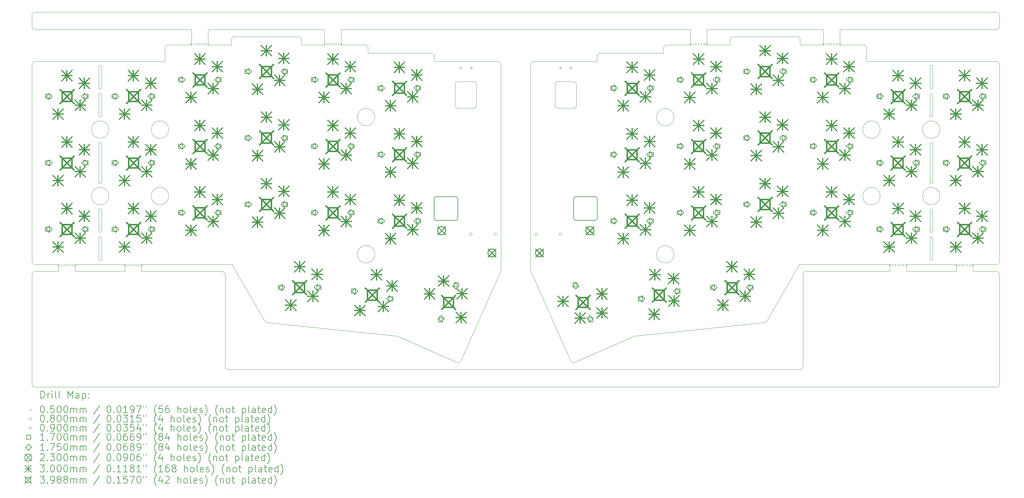
<source format=gbr>
%TF.GenerationSoftware,KiCad,Pcbnew,8.0.4*%
%TF.CreationDate,2025-02-19T18:48:20+13:00*%
%TF.ProjectId,Corne V4 Pro Micro Edition,436f726e-6520-4563-9420-50726f204d69,4.0.0*%
%TF.SameCoordinates,Original*%
%TF.FileFunction,Drillmap*%
%TF.FilePolarity,Positive*%
%FSLAX45Y45*%
G04 Gerber Fmt 4.5, Leading zero omitted, Abs format (unit mm)*
G04 Created by KiCad (PCBNEW 8.0.4) date 2025-02-19 18:48:20*
%MOMM*%
%LPD*%
G01*
G04 APERTURE LIST*
%ADD10C,0.100000*%
%ADD11C,0.150000*%
%ADD12C,0.200000*%
%ADD13C,0.170000*%
%ADD14C,0.175000*%
%ADD15C,0.230000*%
%ADD16C,0.300000*%
%ADD17C,0.398780*%
G04 APERTURE END LIST*
D10*
X7739734Y-10091125D02*
X7739734Y-10696126D01*
X5824733Y-4516750D02*
X5824733Y-4816750D01*
X8969734Y-11846129D02*
X11260717Y-11846125D01*
X25828683Y-5190259D02*
X25827588Y-5200462D01*
X25827249Y-5211140D01*
X25827234Y-5216750D01*
X28972234Y-5354875D02*
X28972234Y-4916750D01*
X25837064Y-5164439D02*
X25832908Y-5173836D01*
X25830001Y-5183512D01*
X25828683Y-5190259D01*
X31552234Y-5981124D02*
X31552234Y-6586125D01*
X25827234Y-5354875D02*
X25827234Y-5216750D01*
X11460717Y-14665985D02*
X27811250Y-14665985D01*
X31552234Y-6786125D02*
X31552234Y-7386125D01*
X21360182Y-14463196D02*
X21369955Y-14460067D01*
X21379856Y-14456054D01*
X21384992Y-14453796D01*
X31632234Y-10896126D02*
X31632234Y-11496125D01*
X29737234Y-5831125D02*
X33447234Y-5831124D01*
X13444733Y-5116750D02*
X13455185Y-5116847D01*
X13466047Y-5117526D01*
X13476058Y-5119089D01*
X13483791Y-5121110D01*
X19259734Y-11804868D02*
X19259734Y-11348000D01*
X20869734Y-6411688D02*
X21359734Y-6411688D01*
X32782234Y-11646125D02*
X32782234Y-11846129D01*
X29689546Y-5364705D02*
X29680148Y-5360549D01*
X29670472Y-5357642D01*
X29663726Y-5356324D01*
X8969734Y-11646125D02*
X8969734Y-11846129D01*
X31552234Y-6786125D02*
G75*
G02*
X31632234Y-6786125I40000J0D01*
G01*
X27911250Y-11946125D02*
X27911250Y-14565985D01*
X31632234Y-8186125D02*
X31632234Y-9291125D01*
X27758726Y-5118199D02*
X27748522Y-5117104D01*
X27737844Y-5116765D01*
X27732234Y-5116750D01*
X5924733Y-15165985D02*
G75*
G02*
X5824735Y-15065985I-4J99995D01*
G01*
X7819734Y-6786125D02*
X7819734Y-7386125D01*
X7819734Y-10091125D02*
X7819734Y-10696126D01*
X31632234Y-9291125D02*
G75*
G02*
X31552234Y-9291125I-40000J0D01*
G01*
X7739734Y-8186125D02*
X7739734Y-9291125D01*
X22117234Y-5593000D02*
X22106782Y-5593097D01*
X22095920Y-5593776D01*
X22085910Y-5595339D01*
X22078176Y-5597360D01*
X22117234Y-5593000D02*
X23922234Y-5593000D01*
X5829094Y-5892066D02*
X5832796Y-5882408D01*
X5837683Y-5873298D01*
X5843770Y-5864693D01*
X5845132Y-5863029D01*
X24222234Y-7428937D02*
G75*
G02*
X23722234Y-7428937I-250000J0D01*
G01*
X23722234Y-7428937D02*
G75*
G02*
X24222234Y-7428937I250000J0D01*
G01*
X7819734Y-8186125D02*
X7819734Y-9291125D01*
X15439903Y-5402564D02*
X15444059Y-5411961D01*
X15446966Y-5421637D01*
X15448285Y-5428384D01*
X29732874Y-5415817D02*
X29729171Y-5406159D01*
X29724284Y-5397049D01*
X29718198Y-5388444D01*
X29716836Y-5386780D01*
X14209734Y-5354875D02*
X13544733Y-5354875D01*
X15349733Y-5354875D02*
X15360185Y-5354972D01*
X15371047Y-5355651D01*
X15381058Y-5357214D01*
X15388791Y-5359235D01*
X7739734Y-6786125D02*
G75*
G02*
X7819734Y-6786125I40000J0D01*
G01*
X11587422Y-5126580D02*
X11596820Y-5122424D01*
X11606495Y-5119517D01*
X11613242Y-5118199D01*
X33447234Y-4416750D02*
X5924733Y-4416750D01*
X20144139Y-5851523D02*
X20136604Y-5858588D01*
X20129490Y-5866998D01*
X20123774Y-5875687D01*
X20122064Y-5878813D01*
X27832234Y-5216750D02*
X27832234Y-5354875D01*
X27832234Y-5216750D02*
X27832137Y-5206298D01*
X27831458Y-5195436D01*
X27829895Y-5185426D01*
X27827874Y-5177692D01*
X27911250Y-14565985D02*
G75*
G02*
X27811250Y-14665980I-100010J15D01*
G01*
X23922234Y-5593000D02*
X23922234Y-5454875D01*
X25162234Y-4916750D02*
X28497234Y-4916750D01*
X7739734Y-6786125D02*
X7739734Y-7386125D01*
X25859139Y-5137149D02*
X25851603Y-5144213D01*
X25844490Y-5152623D01*
X25838774Y-5161312D01*
X25837064Y-5164439D01*
X11260717Y-11846125D02*
G75*
G02*
X11360715Y-11946125I3J-99995D01*
G01*
X33545785Y-11572616D02*
X33546880Y-11562413D01*
X33547219Y-11551735D01*
X33547234Y-11546125D01*
X7819734Y-6586125D02*
G75*
G02*
X7739734Y-6586125I-40000J0D01*
G01*
X18038788Y-14465985D02*
X18028513Y-14465981D01*
X18018488Y-14464722D01*
X18011786Y-14463196D01*
X15448285Y-5428384D02*
X15449380Y-5438587D01*
X15449718Y-5449265D01*
X15449733Y-5454875D01*
X5845132Y-5863029D02*
X5852197Y-5855494D01*
X5860607Y-5848380D01*
X5869295Y-5842664D01*
X5872422Y-5840954D01*
X15417829Y-5375274D02*
X15425364Y-5382338D01*
X15432477Y-5390748D01*
X15438194Y-5399437D01*
X15439903Y-5402564D01*
X33547234Y-4816750D02*
G75*
G02*
X33447234Y-4916754I-100004J0D01*
G01*
X19198792Y-5835485D02*
X19208450Y-5839188D01*
X19217559Y-5844075D01*
X19226165Y-5850161D01*
X19227829Y-5851523D01*
X33547234Y-11946125D02*
X33547234Y-15065985D01*
X20112234Y-11804868D02*
X20112234Y-11348000D01*
X9639094Y-5415817D02*
X9642796Y-5406159D01*
X9647683Y-5397049D01*
X9653770Y-5388444D01*
X9655132Y-5386780D01*
X7739734Y-5981124D02*
X7739734Y-6586125D01*
X29737234Y-5454875D02*
X29737234Y-5831125D01*
X20869734Y-7166312D02*
G75*
G02*
X20809738Y-7106312I16J60012D01*
G01*
X30127734Y-7786125D02*
G75*
G02*
X29627734Y-7786125I-250000J0D01*
G01*
X29627734Y-7786125D02*
G75*
G02*
X30127734Y-7786125I250000J0D01*
G01*
X33542873Y-5892066D02*
X33539171Y-5882408D01*
X33534284Y-5873298D01*
X33528198Y-5864693D01*
X33526835Y-5863029D01*
D11*
X21971968Y-9712500D02*
G75*
G02*
X22021970Y-9762500I2J-50000D01*
G01*
D10*
X11539733Y-5216750D02*
X11539830Y-5206298D01*
X11540509Y-5195436D01*
X11542072Y-5185426D01*
X11544094Y-5177692D01*
X26809440Y-13315395D02*
X23073986Y-13706030D01*
X10874733Y-5354875D02*
X10874733Y-4916750D01*
X10399734Y-5354875D02*
X10399734Y-4916750D01*
X7819734Y-5981124D02*
X7819734Y-6586125D01*
X5824733Y-4516750D02*
G75*
G02*
X5924733Y-4416754I99997J0D01*
G01*
X20112234Y-11348000D02*
X20112234Y-10678000D01*
X11613242Y-5118199D02*
X11623445Y-5117104D01*
X11634123Y-5116765D01*
X11639733Y-5116750D01*
X7819734Y-10696126D02*
G75*
G02*
X7739734Y-10696126I-40000J0D01*
G01*
X15649734Y-7428937D02*
G75*
G02*
X15149734Y-7428937I-250000J0D01*
G01*
X15149734Y-7428937D02*
G75*
G02*
X15649734Y-7428937I250000J0D01*
G01*
X5924733Y-11646125D02*
X6589734Y-11646125D01*
X31552234Y-10896126D02*
G75*
G02*
X31632234Y-10896126I40000J0D01*
G01*
X27811250Y-11646125D02*
X26885864Y-13265551D01*
X7819734Y-9291125D02*
G75*
G02*
X7739734Y-9291125I-40000J0D01*
G01*
X20112234Y-11804868D02*
X20112481Y-11815362D01*
X20113878Y-11825667D01*
X33447234Y-11846125D02*
G75*
G02*
X33547235Y-11946125I6J-99995D01*
G01*
X12562527Y-13315395D02*
X16297982Y-13706030D01*
X18919234Y-5831125D02*
X17995234Y-5831125D01*
X25888176Y-5121110D02*
X25878518Y-5124813D01*
X25869408Y-5129700D01*
X25860803Y-5135786D01*
X25859139Y-5137149D01*
X5924733Y-4916750D02*
G75*
G02*
X5824730Y-4816750I-4J100000D01*
G01*
X18012234Y-7166312D02*
G75*
G02*
X17952238Y-7106312I16J60012D01*
G01*
X20112234Y-6848000D02*
X20112234Y-5931125D01*
X10399734Y-4916750D02*
X5924733Y-4916750D01*
X32307234Y-11646125D02*
X32307234Y-11846129D01*
X31552234Y-10091125D02*
G75*
G02*
X31632234Y-10091125I40000J0D01*
G01*
X21272869Y-14436789D02*
X21280164Y-14444122D01*
X21288321Y-14450473D01*
X21297370Y-14455878D01*
X21299289Y-14456848D01*
X31552234Y-8186125D02*
X31552234Y-9291125D01*
X9744234Y-9691125D02*
G75*
G02*
X9244234Y-9691125I-250000J0D01*
G01*
X9244234Y-9691125D02*
G75*
G02*
X9744234Y-9691125I250000J0D01*
G01*
X5834563Y-11598436D02*
X5830408Y-11589039D01*
X5827500Y-11579363D01*
X5826182Y-11572616D01*
X33447234Y-4416750D02*
G75*
G02*
X33547230Y-4516750I-4J-100000D01*
G01*
X7739734Y-10091125D02*
G75*
G02*
X7819734Y-10091125I40000J0D01*
G01*
X7739734Y-5981124D02*
G75*
G02*
X7819734Y-5981124I40000J0D01*
G01*
D11*
X18025000Y-9762500D02*
X18025000Y-10337500D01*
D10*
X31632234Y-6586125D02*
G75*
G02*
X31552234Y-6586125I-40000J0D01*
G01*
X25162234Y-5354875D02*
X25827234Y-5354875D01*
X22078176Y-5597360D02*
X22068518Y-5601063D01*
X22059408Y-5605950D01*
X22050803Y-5612036D01*
X22049139Y-5613398D01*
X21359734Y-7166312D02*
X20869734Y-7166312D01*
X20809734Y-6471688D02*
G75*
G02*
X20869734Y-6411694I59996J-2D01*
G01*
X5898242Y-5832573D02*
X5908445Y-5831478D01*
X5919123Y-5831139D01*
X5924734Y-5831124D01*
X13483791Y-5121110D02*
X13493450Y-5124813D01*
X13502559Y-5129700D01*
X13511164Y-5135786D01*
X13512829Y-5137149D01*
X20212234Y-5831125D02*
X20201782Y-5831222D01*
X20190920Y-5831901D01*
X20180910Y-5833464D01*
X20173176Y-5835485D01*
X7064734Y-11846129D02*
X8494734Y-11846129D01*
X21419734Y-7106312D02*
G75*
G02*
X21359734Y-7166314I-59994J-8D01*
G01*
X33547234Y-15065985D02*
G75*
G02*
X33447234Y-15165984I-100004J5D01*
G01*
X19259734Y-11348000D02*
X19259734Y-10678000D01*
X27784546Y-5126580D02*
X27775148Y-5122424D01*
X27765472Y-5119517D01*
X27758726Y-5118199D01*
X11360717Y-14565985D02*
X11360717Y-11946125D01*
X31632234Y-5981124D02*
X31632234Y-6586125D01*
X23923683Y-5428384D02*
X23922588Y-5438587D01*
X23922249Y-5449265D01*
X23922234Y-5454875D01*
X14684734Y-4916750D02*
X24687234Y-4916750D01*
X13544733Y-5354875D02*
X13544733Y-5216750D01*
X21253070Y-14402840D02*
X21257390Y-14412358D01*
X21262408Y-14422015D01*
X21267890Y-14430536D01*
X21272869Y-14436789D01*
X30877234Y-11646125D02*
X30877234Y-11846129D01*
D11*
X17350000Y-9762500D02*
G75*
G02*
X17400000Y-9712500I50000J0D01*
G01*
D10*
X24687234Y-5354875D02*
X24687234Y-4916750D01*
X13543285Y-5190259D02*
X13544380Y-5200462D01*
X13544718Y-5211140D01*
X13544733Y-5216750D01*
X21376734Y-5831125D02*
X22017234Y-5831125D01*
X21299289Y-14456848D02*
X21308800Y-14460878D01*
X21319369Y-14463978D01*
X21329628Y-14465688D01*
X21333179Y-14465985D01*
X29737234Y-5454875D02*
X29737137Y-5444423D01*
X29736458Y-5433561D01*
X29734895Y-5423551D01*
X29732874Y-5415817D01*
X5924734Y-11846129D02*
X6589734Y-11846129D01*
D11*
X17975000Y-10387500D02*
X17400000Y-10387500D01*
D10*
X31632234Y-10091125D02*
X31632234Y-10696126D01*
X7739734Y-10896126D02*
G75*
G02*
X7819734Y-10896126I40000J0D01*
G01*
X18562234Y-7106312D02*
G75*
G02*
X18502234Y-7166314I-59994J-8D01*
G01*
X25162234Y-5354875D02*
X25162234Y-4916750D01*
X27811836Y-5148655D02*
X27804771Y-5141119D01*
X27796361Y-5134006D01*
X27787672Y-5128290D01*
X27784546Y-5126580D01*
X28972234Y-5354875D02*
X29637234Y-5354875D01*
X9634734Y-5454875D02*
X9634734Y-5831125D01*
X9708242Y-5356324D02*
X9718445Y-5355229D01*
X9729123Y-5354890D01*
X9734734Y-5354875D01*
X26870893Y-13287885D02*
X26877364Y-13279481D01*
X26883094Y-13270357D01*
X26885864Y-13265551D01*
X33447234Y-11646125D02*
X33457686Y-11646028D01*
X33468548Y-11645349D01*
X33478558Y-11643786D01*
X33486292Y-11641765D01*
X28011250Y-11846125D02*
X30402234Y-11846129D01*
X19159734Y-5831125D02*
X19170185Y-5831222D01*
X19181047Y-5831901D01*
X19191058Y-5833464D01*
X19198792Y-5835485D01*
X17353285Y-5666508D02*
X17354380Y-5676712D01*
X17354718Y-5687390D01*
X17354734Y-5693000D01*
X33537404Y-11598436D02*
X33541560Y-11589039D01*
X33544467Y-11579363D01*
X33545785Y-11572616D01*
X18502234Y-6411688D02*
G75*
G02*
X18562232Y-6471688I-4J-60002D01*
G01*
X13534903Y-5164439D02*
X13539059Y-5173836D01*
X13541966Y-5183512D01*
X13543285Y-5190259D01*
X29663726Y-5356324D02*
X29653522Y-5355229D01*
X29642844Y-5354890D01*
X29637234Y-5354875D01*
X7739734Y-8186125D02*
G75*
G02*
X7819734Y-8186125I40000J0D01*
G01*
X8029734Y-7786125D02*
G75*
G02*
X7529734Y-7786125I-250000J0D01*
G01*
X7529734Y-7786125D02*
G75*
G02*
X8029734Y-7786125I250000J0D01*
G01*
X30402234Y-11646125D02*
X27811250Y-11646125D01*
X17952234Y-7106312D02*
X17952234Y-6471688D01*
X17322829Y-5613398D02*
X17330364Y-5620463D01*
X17337477Y-5628873D01*
X17343194Y-5637562D01*
X17344904Y-5640688D01*
X22027064Y-5640688D02*
X22022908Y-5650086D01*
X22020001Y-5659762D01*
X22018683Y-5666508D01*
X28972234Y-4916750D02*
X33447234Y-4916750D01*
X27911250Y-11946125D02*
G75*
G02*
X28011250Y-11846120I100010J-5D01*
G01*
X5824734Y-5931124D02*
X5824831Y-5920672D01*
X5825510Y-5909810D01*
X5827072Y-5899800D01*
X5829094Y-5892066D01*
X23954139Y-5375274D02*
X23946603Y-5382338D01*
X23939490Y-5390748D01*
X23933774Y-5399437D01*
X23932064Y-5402564D01*
X10399734Y-5354875D02*
X9734734Y-5354875D01*
X17354734Y-5831125D02*
X17354734Y-5693000D01*
D11*
X18025000Y-10337500D02*
G75*
G02*
X17975000Y-10387500I-50000J0D01*
G01*
D10*
X17344904Y-5640688D02*
X17349059Y-5650086D01*
X17351966Y-5659762D01*
X17353285Y-5666508D01*
X19259734Y-10203000D02*
X19259734Y-10678000D01*
X30127734Y-9691125D02*
G75*
G02*
X29627734Y-9691125I-250000J0D01*
G01*
X29627734Y-9691125D02*
G75*
G02*
X30127734Y-9691125I250000J0D01*
G01*
X20113878Y-11825667D02*
X20116772Y-11835655D01*
X20120795Y-11845351D01*
D11*
X21346968Y-9762500D02*
G75*
G02*
X21396968Y-9712498I50002J0D01*
G01*
D10*
X24022234Y-5354875D02*
X24687234Y-5354875D01*
X5824733Y-15065985D02*
X5824733Y-11946125D01*
X14209734Y-5354875D02*
X14209734Y-4916750D01*
X33547234Y-5931124D02*
X33547234Y-11546125D01*
X20809734Y-7106312D02*
X20809734Y-6471688D01*
D11*
X21346968Y-10337500D02*
X21346968Y-9762500D01*
X22021968Y-10337500D02*
G75*
G02*
X21971968Y-10387498I-49998J0D01*
G01*
D10*
X19227829Y-5851523D02*
X19235364Y-5858588D01*
X19242477Y-5866998D01*
X19248194Y-5875687D01*
X19249904Y-5878813D01*
X33526835Y-5863029D02*
X33519771Y-5855494D01*
X33511361Y-5848380D01*
X33502672Y-5842664D01*
X33499545Y-5840954D01*
X31552234Y-8186125D02*
G75*
G02*
X31632234Y-8186125I40000J0D01*
G01*
X22017234Y-5831125D02*
X22017234Y-5693000D01*
D11*
X17400000Y-9712500D02*
X17975000Y-9712500D01*
D10*
X33547234Y-4816750D02*
X33547234Y-4516750D01*
X19258285Y-5904633D02*
X19259380Y-5914837D01*
X19259718Y-5925515D01*
X19259734Y-5931125D01*
X7819734Y-7386125D02*
G75*
G02*
X7739734Y-7386125I-40000J0D01*
G01*
X18562234Y-6471688D02*
X18562234Y-7106312D01*
X11539733Y-5354875D02*
X10874733Y-5354875D01*
X30877234Y-11846129D02*
X32307234Y-11846129D01*
X22049139Y-5613398D02*
X22041604Y-5620463D01*
X22034490Y-5628873D01*
X22028774Y-5637562D01*
X22027064Y-5640688D01*
X17293792Y-5597360D02*
X17303450Y-5601063D01*
X17312559Y-5605950D01*
X17321165Y-5612036D01*
X17322829Y-5613398D01*
X19259734Y-6848000D02*
X19259734Y-5931125D01*
X23073986Y-13706030D02*
X21384992Y-14453796D01*
X16297982Y-13706030D02*
X17986976Y-14453796D01*
X11460717Y-14665985D02*
G75*
G02*
X11360715Y-14565985I3J100005D01*
G01*
X33473725Y-5832573D02*
X33463522Y-5831478D01*
X33452844Y-5831139D01*
X33447234Y-5831124D01*
X32782234Y-11846129D02*
X33447234Y-11846125D01*
X18099099Y-14436789D02*
X18091803Y-14444122D01*
X18083647Y-14450473D01*
X18074598Y-14455878D01*
X18072678Y-14456848D01*
X23932064Y-5402564D02*
X23927908Y-5411961D01*
X23925001Y-5421637D01*
X23923683Y-5428384D01*
X17952234Y-6471688D02*
G75*
G02*
X18012234Y-6411694I59996J-2D01*
G01*
X18012234Y-6411688D02*
X18502234Y-6411688D01*
X33547234Y-5931124D02*
X33547137Y-5920672D01*
X33546458Y-5909810D01*
X33544895Y-5899800D01*
X33542873Y-5892066D01*
X17254734Y-5593000D02*
X17265185Y-5593097D01*
X17276047Y-5593776D01*
X17286058Y-5595339D01*
X17293792Y-5597360D01*
X19259734Y-6848000D02*
X19259734Y-10203000D01*
X12523926Y-13305787D02*
X12515165Y-13300570D01*
X12507086Y-13294085D01*
X12501075Y-13287885D01*
X18072678Y-14456848D02*
X18063168Y-14460878D01*
X18052598Y-14463978D01*
X18042339Y-14465688D01*
X18038788Y-14465985D01*
X18502234Y-7166312D02*
X18012234Y-7166312D01*
X31842234Y-7786125D02*
G75*
G02*
X31342234Y-7786125I-250000J0D01*
G01*
X31342234Y-7786125D02*
G75*
G02*
X31842234Y-7786125I250000J0D01*
G01*
X20122064Y-5878813D02*
X20117908Y-5888211D01*
X20115001Y-5897887D01*
X20113683Y-5904633D01*
X26809440Y-13315395D02*
X26819563Y-13314212D01*
X26830343Y-13312217D01*
X26840348Y-13309174D01*
X26848042Y-13305787D01*
X21419734Y-6471688D02*
X21419734Y-7106312D01*
X7819734Y-11496125D02*
G75*
G02*
X7739734Y-11496125I-40000J0D01*
G01*
D11*
X21971968Y-10387500D02*
X21396968Y-10387500D01*
D10*
X17254734Y-5593000D02*
X15449733Y-5593000D01*
X12562527Y-13315395D02*
X12552405Y-13314212D01*
X12541625Y-13312217D01*
X12531620Y-13309174D01*
X12523926Y-13305787D01*
X14684734Y-5354875D02*
X14684734Y-4916750D01*
X19259734Y-11804868D02*
X19259487Y-11815362D01*
X19258089Y-11825667D01*
X7064734Y-11646125D02*
X7064734Y-11846129D01*
X15449733Y-5593000D02*
X15449733Y-5454875D01*
X20173176Y-5835485D02*
X20163518Y-5839188D01*
X20154408Y-5844075D01*
X20145803Y-5850161D01*
X20144139Y-5851523D01*
X26848042Y-13305787D02*
X26856802Y-13300570D01*
X26864881Y-13294085D01*
X26870893Y-13287885D01*
D11*
X17400000Y-10387500D02*
G75*
G02*
X17350000Y-10337500I0J50000D01*
G01*
D10*
X20113683Y-5904633D02*
X20112588Y-5914837D01*
X20112249Y-5925515D01*
X20112234Y-5931125D01*
D11*
X17975000Y-9712500D02*
G75*
G02*
X18025000Y-9762500I0J-50000D01*
G01*
D10*
X5924733Y-15165985D02*
X33447234Y-15165985D01*
X15388791Y-5359235D02*
X15398450Y-5362938D01*
X15407559Y-5367825D01*
X15416164Y-5373911D01*
X15417829Y-5375274D01*
D11*
X21396968Y-10387500D02*
G75*
G02*
X21346970Y-10337500I2J50000D01*
G01*
X21396968Y-9712500D02*
X21971968Y-9712500D01*
D10*
X19159734Y-5831125D02*
X18919234Y-5831125D01*
X9744234Y-7786125D02*
G75*
G02*
X9244234Y-7786125I-250000J0D01*
G01*
X9244234Y-7786125D02*
G75*
G02*
X9744234Y-7786125I250000J0D01*
G01*
X9634734Y-5454875D02*
X9634831Y-5444423D01*
X9635510Y-5433561D01*
X9637072Y-5423551D01*
X9639094Y-5415817D01*
X11539733Y-5216750D02*
X11539733Y-5354875D01*
X20112234Y-10203000D02*
X20112234Y-10678000D01*
X31842234Y-9691125D02*
G75*
G02*
X31342234Y-9691125I-250000J0D01*
G01*
X31342234Y-9691125D02*
G75*
G02*
X31842234Y-9691125I250000J0D01*
G01*
X31552234Y-5981124D02*
G75*
G02*
X31632234Y-5981124I40000J0D01*
G01*
X19258089Y-11825667D02*
X19255196Y-11835655D01*
X19251173Y-11845351D01*
X20452734Y-5831125D02*
X21376734Y-5831125D01*
X5924733Y-11646125D02*
X5914282Y-11646028D01*
X5903420Y-11645349D01*
X5893409Y-11643786D01*
X5885676Y-11641765D01*
X31632234Y-6786125D02*
X31632234Y-7386125D01*
X12501075Y-13287885D02*
X12494603Y-13279481D01*
X12488873Y-13270357D01*
X12486104Y-13265551D01*
X9655132Y-5386780D02*
X9662197Y-5379244D01*
X9670607Y-5372131D01*
X9679295Y-5366415D01*
X9682422Y-5364705D01*
X33515330Y-11625726D02*
X33522865Y-11618662D01*
X33529978Y-11610252D01*
X33535694Y-11601563D01*
X33537404Y-11598436D01*
X18011786Y-14463196D02*
X18002013Y-14460067D01*
X17992112Y-14456054D01*
X17986976Y-14453796D01*
X15349733Y-5354875D02*
X14684733Y-5354875D01*
X33486292Y-11641765D02*
X33495950Y-11638062D01*
X33505060Y-11633175D01*
X33513665Y-11627089D01*
X33515330Y-11625726D01*
X13512829Y-5137149D02*
X13520364Y-5144213D01*
X13527477Y-5152623D01*
X13533194Y-5161312D01*
X13534903Y-5164439D01*
X11560717Y-11646125D02*
X12486104Y-13265551D01*
X22018683Y-5666508D02*
X22017588Y-5676712D01*
X22017249Y-5687390D01*
X22017234Y-5693000D01*
X8969734Y-11646125D02*
X11560717Y-11646125D01*
X15649733Y-11358000D02*
G75*
G02*
X15149733Y-11358000I-250000J0D01*
G01*
X15149733Y-11358000D02*
G75*
G02*
X15649733Y-11358000I250000J0D01*
G01*
X27827874Y-5177692D02*
X27824171Y-5168034D01*
X27819284Y-5158924D01*
X27813198Y-5150319D01*
X27811836Y-5148655D01*
X8029734Y-9691125D02*
G75*
G02*
X7529734Y-9691125I-250000J0D01*
G01*
X7529734Y-9691125D02*
G75*
G02*
X8029734Y-9691125I250000J0D01*
G01*
X5885676Y-11641765D02*
X5876017Y-11638062D01*
X5866908Y-11633175D01*
X5858302Y-11627089D01*
X5856638Y-11625726D01*
X31552234Y-10091125D02*
X31552234Y-10696126D01*
X21359734Y-6411688D02*
G75*
G02*
X21419732Y-6471688I-4J-60002D01*
G01*
X7739734Y-10896126D02*
X7739734Y-11496125D01*
X31632234Y-11496125D02*
G75*
G02*
X31552234Y-11496125I-40000J0D01*
G01*
X31552234Y-10896126D02*
X31552234Y-11496125D01*
X17995234Y-5831125D02*
X17354734Y-5831125D01*
X5856638Y-11625726D02*
X5849103Y-11618662D01*
X5841990Y-11610252D01*
X5836273Y-11601563D01*
X5834563Y-11598436D01*
X31632234Y-7386125D02*
G75*
G02*
X31552234Y-7386125I-40000J0D01*
G01*
X5872422Y-5840954D02*
X5881820Y-5836798D01*
X5891495Y-5833891D01*
X5898242Y-5832573D01*
X24022234Y-5354875D02*
X24011782Y-5354972D01*
X24000920Y-5355651D01*
X23990910Y-5357214D01*
X23983176Y-5359235D01*
X13444733Y-5116750D02*
X11639733Y-5116750D01*
X29716836Y-5386780D02*
X29709771Y-5379244D01*
X29701361Y-5372131D01*
X29692672Y-5366415D01*
X29689546Y-5364705D01*
X31632234Y-10696126D02*
G75*
G02*
X31552234Y-10696126I-40000J0D01*
G01*
X9634734Y-5831125D02*
X5924734Y-5831124D01*
X30877234Y-11646125D02*
X32307234Y-11646125D01*
D11*
X17350000Y-10337500D02*
X17350000Y-9762500D01*
D10*
X11544094Y-5177692D02*
X11547796Y-5168034D01*
X11552683Y-5158924D01*
X11558769Y-5150319D01*
X11560132Y-5148655D01*
X30402234Y-11646125D02*
X30402234Y-11846129D01*
X25927234Y-5116750D02*
X27732234Y-5116750D01*
X27832234Y-5354875D02*
X28497234Y-5354875D01*
X11560132Y-5148655D02*
X11567197Y-5141119D01*
X11575607Y-5134006D01*
X11584295Y-5128290D01*
X11587422Y-5126580D01*
X18118898Y-14402840D02*
X18114578Y-14412358D01*
X18109560Y-14422015D01*
X18104078Y-14430536D01*
X18099099Y-14436789D01*
X14209734Y-4916750D02*
X10874733Y-4916750D01*
X25927234Y-5116750D02*
X25916782Y-5116847D01*
X25905920Y-5117526D01*
X25895910Y-5119089D01*
X25888176Y-5121110D01*
X28497234Y-5354875D02*
X28497234Y-4916750D01*
X5824734Y-5931124D02*
X5824733Y-11546125D01*
X6589734Y-11646125D02*
X6589734Y-11846129D01*
X5826182Y-11572616D02*
X5825087Y-11562413D01*
X5824749Y-11551735D01*
X5824733Y-11546125D01*
X5824733Y-11946125D02*
G75*
G02*
X5924734Y-11846123I99997J5D01*
G01*
X21253070Y-14402840D02*
X20120795Y-11845351D01*
X33499545Y-5840954D02*
X33490148Y-5836798D01*
X33480472Y-5833891D01*
X33473725Y-5832573D01*
X21333179Y-14465985D02*
X21343455Y-14465981D01*
X21353479Y-14464722D01*
X21360182Y-14463196D01*
X20112234Y-6848000D02*
X20112234Y-10203000D01*
X8494734Y-11646125D02*
X8494734Y-11846129D01*
X7064734Y-11646125D02*
X8494734Y-11646125D01*
X20212234Y-5831125D02*
X20452734Y-5831125D01*
X23983176Y-5359235D02*
X23973518Y-5362938D01*
X23964408Y-5367825D01*
X23955803Y-5373911D01*
X23954139Y-5375274D01*
X9682422Y-5364705D02*
X9691820Y-5360549D01*
X9701495Y-5357642D01*
X9708242Y-5356324D01*
X19249904Y-5878813D02*
X19254059Y-5888211D01*
X19256966Y-5897887D01*
X19258285Y-5904633D01*
D11*
X22021968Y-9762500D02*
X22021968Y-10337500D01*
D10*
X18118898Y-14402840D02*
X19251173Y-11845351D01*
X7819734Y-10896126D02*
X7819734Y-11496125D01*
X24222234Y-11358000D02*
G75*
G02*
X23722234Y-11358000I-250000J0D01*
G01*
X23722234Y-11358000D02*
G75*
G02*
X24222234Y-11358000I250000J0D01*
G01*
X32782234Y-11646125D02*
X33447234Y-11646125D01*
D12*
D10*
X6564734Y-11641125D02*
X6614734Y-11691125D01*
X6614734Y-11641125D02*
X6564734Y-11691125D01*
X6643900Y-11641125D02*
X6693900Y-11691125D01*
X6693900Y-11641125D02*
X6643900Y-11691125D01*
X6723067Y-11641125D02*
X6773067Y-11691125D01*
X6773067Y-11641125D02*
X6723067Y-11691125D01*
X6802234Y-11641125D02*
X6852234Y-11691125D01*
X6852234Y-11641125D02*
X6802234Y-11691125D01*
X6881400Y-11641125D02*
X6931400Y-11691125D01*
X6931400Y-11641125D02*
X6881400Y-11691125D01*
X6960567Y-11641125D02*
X7010567Y-11691125D01*
X7010567Y-11641125D02*
X6960567Y-11691125D01*
X7039734Y-11641125D02*
X7089734Y-11691125D01*
X7089734Y-11641125D02*
X7039734Y-11691125D01*
X8469734Y-11641125D02*
X8519734Y-11691125D01*
X8519734Y-11641125D02*
X8469734Y-11691125D01*
X8548900Y-11641125D02*
X8598900Y-11691125D01*
X8598900Y-11641125D02*
X8548900Y-11691125D01*
X8628067Y-11641125D02*
X8678067Y-11691125D01*
X8678067Y-11641125D02*
X8628067Y-11691125D01*
X8707234Y-11641125D02*
X8757234Y-11691125D01*
X8757234Y-11641125D02*
X8707234Y-11691125D01*
X8786400Y-11641125D02*
X8836400Y-11691125D01*
X8836400Y-11641125D02*
X8786400Y-11691125D01*
X8865567Y-11641125D02*
X8915567Y-11691125D01*
X8915567Y-11641125D02*
X8865567Y-11691125D01*
X8944734Y-11641125D02*
X8994734Y-11691125D01*
X8994734Y-11641125D02*
X8944734Y-11691125D01*
X10374734Y-5309875D02*
X10424734Y-5359875D01*
X10424734Y-5309875D02*
X10374734Y-5359875D01*
X10453900Y-5309875D02*
X10503900Y-5359875D01*
X10503900Y-5309875D02*
X10453900Y-5359875D01*
X10533067Y-5309875D02*
X10583067Y-5359875D01*
X10583067Y-5309875D02*
X10533067Y-5359875D01*
X10612234Y-5309875D02*
X10662234Y-5359875D01*
X10662234Y-5309875D02*
X10612234Y-5359875D01*
X10691400Y-5309875D02*
X10741400Y-5359875D01*
X10741400Y-5309875D02*
X10691400Y-5359875D01*
X10770567Y-5309875D02*
X10820567Y-5359875D01*
X10820567Y-5309875D02*
X10770567Y-5359875D01*
X10849734Y-5309875D02*
X10899734Y-5359875D01*
X10899734Y-5309875D02*
X10849734Y-5359875D01*
X14184734Y-5309875D02*
X14234734Y-5359875D01*
X14234734Y-5309875D02*
X14184734Y-5359875D01*
X14263900Y-5309875D02*
X14313900Y-5359875D01*
X14313900Y-5309875D02*
X14263900Y-5359875D01*
X14343067Y-5309875D02*
X14393067Y-5359875D01*
X14393067Y-5309875D02*
X14343067Y-5359875D01*
X14422234Y-5309875D02*
X14472234Y-5359875D01*
X14472234Y-5309875D02*
X14422234Y-5359875D01*
X14501400Y-5309875D02*
X14551400Y-5359875D01*
X14551400Y-5309875D02*
X14501400Y-5359875D01*
X14580567Y-5309875D02*
X14630567Y-5359875D01*
X14630567Y-5309875D02*
X14580567Y-5359875D01*
X14659734Y-5309875D02*
X14709734Y-5359875D01*
X14709734Y-5309875D02*
X14659734Y-5359875D01*
X24662234Y-5309875D02*
X24712234Y-5359875D01*
X24712234Y-5309875D02*
X24662234Y-5359875D01*
X24741401Y-5309875D02*
X24791401Y-5359875D01*
X24791401Y-5309875D02*
X24741401Y-5359875D01*
X24820567Y-5309875D02*
X24870567Y-5359875D01*
X24870567Y-5309875D02*
X24820567Y-5359875D01*
X24899734Y-5309875D02*
X24949734Y-5359875D01*
X24949734Y-5309875D02*
X24899734Y-5359875D01*
X24978901Y-5309875D02*
X25028901Y-5359875D01*
X25028901Y-5309875D02*
X24978901Y-5359875D01*
X25058067Y-5309875D02*
X25108067Y-5359875D01*
X25108067Y-5309875D02*
X25058067Y-5359875D01*
X25137234Y-5309875D02*
X25187234Y-5359875D01*
X25187234Y-5309875D02*
X25137234Y-5359875D01*
X28472234Y-5309875D02*
X28522234Y-5359875D01*
X28522234Y-5309875D02*
X28472234Y-5359875D01*
X28551400Y-5309875D02*
X28601400Y-5359875D01*
X28601400Y-5309875D02*
X28551400Y-5359875D01*
X28630567Y-5309875D02*
X28680567Y-5359875D01*
X28680567Y-5309875D02*
X28630567Y-5359875D01*
X28709734Y-5309875D02*
X28759734Y-5359875D01*
X28759734Y-5309875D02*
X28709734Y-5359875D01*
X28788900Y-5309875D02*
X28838900Y-5359875D01*
X28838900Y-5309875D02*
X28788900Y-5359875D01*
X28868067Y-5309875D02*
X28918067Y-5359875D01*
X28918067Y-5309875D02*
X28868067Y-5359875D01*
X28947234Y-5309875D02*
X28997234Y-5359875D01*
X28997234Y-5309875D02*
X28947234Y-5359875D01*
X30377234Y-11641125D02*
X30427234Y-11691125D01*
X30427234Y-11641125D02*
X30377234Y-11691125D01*
X30456400Y-11641125D02*
X30506400Y-11691125D01*
X30506400Y-11641125D02*
X30456400Y-11691125D01*
X30535567Y-11641125D02*
X30585567Y-11691125D01*
X30585567Y-11641125D02*
X30535567Y-11691125D01*
X30614734Y-11641125D02*
X30664734Y-11691125D01*
X30664734Y-11641125D02*
X30614734Y-11691125D01*
X30693900Y-11641125D02*
X30743900Y-11691125D01*
X30743900Y-11641125D02*
X30693900Y-11691125D01*
X30773067Y-11641125D02*
X30823067Y-11691125D01*
X30823067Y-11641125D02*
X30773067Y-11691125D01*
X30852234Y-11641125D02*
X30902234Y-11691125D01*
X30902234Y-11641125D02*
X30852234Y-11691125D01*
X32282234Y-11641125D02*
X32332234Y-11691125D01*
X32332234Y-11641125D02*
X32282234Y-11691125D01*
X32361400Y-11641125D02*
X32411400Y-11691125D01*
X32411400Y-11641125D02*
X32361400Y-11691125D01*
X32440567Y-11641125D02*
X32490567Y-11691125D01*
X32490567Y-11641125D02*
X32440567Y-11691125D01*
X32519734Y-11641125D02*
X32569734Y-11691125D01*
X32569734Y-11641125D02*
X32519734Y-11691125D01*
X32598900Y-11641125D02*
X32648900Y-11691125D01*
X32648900Y-11641125D02*
X32598900Y-11691125D01*
X32678067Y-11641125D02*
X32728067Y-11691125D01*
X32728067Y-11641125D02*
X32678067Y-11691125D01*
X32757234Y-11641125D02*
X32807234Y-11691125D01*
X32807234Y-11641125D02*
X32757234Y-11691125D01*
X18439234Y-10787625D02*
G75*
G02*
X18359234Y-10787625I-40000J0D01*
G01*
X18359234Y-10787625D02*
G75*
G02*
X18439234Y-10787625I40000J0D01*
G01*
X19139234Y-10787625D02*
G75*
G02*
X19059234Y-10787625I-40000J0D01*
G01*
X19059234Y-10787625D02*
G75*
G02*
X19139234Y-10787625I40000J0D01*
G01*
X20312734Y-10787625D02*
G75*
G02*
X20232734Y-10787625I-40000J0D01*
G01*
X20232734Y-10787625D02*
G75*
G02*
X20312734Y-10787625I40000J0D01*
G01*
X21012734Y-10787625D02*
G75*
G02*
X20932734Y-10787625I-40000J0D01*
G01*
X20932734Y-10787625D02*
G75*
G02*
X21012734Y-10787625I40000J0D01*
G01*
X18107234Y-5976000D02*
X18107234Y-6066000D01*
X18062234Y-6021000D02*
X18152234Y-6021000D01*
X18407234Y-5976000D02*
X18407234Y-6066000D01*
X18362234Y-6021000D02*
X18452234Y-6021000D01*
X20964734Y-5976000D02*
X20964734Y-6066000D01*
X20919734Y-6021000D02*
X21009734Y-6021000D01*
X21264734Y-5976000D02*
X21264734Y-6066000D01*
X21219734Y-6021000D02*
X21309734Y-6021000D01*
D13*
X6337338Y-6893730D02*
X6337338Y-6773520D01*
X6217129Y-6773520D01*
X6217129Y-6893730D01*
X6337338Y-6893730D01*
X6337338Y-8798730D02*
X6337338Y-8678520D01*
X6217129Y-8678520D01*
X6217129Y-8798730D01*
X6337338Y-8798730D01*
X6337338Y-10703730D02*
X6337338Y-10583520D01*
X6217129Y-10583520D01*
X6217129Y-10703730D01*
X6337338Y-10703730D01*
X7437338Y-6893730D02*
X7437338Y-6773520D01*
X7317129Y-6773520D01*
X7317129Y-6893730D01*
X7437338Y-6893730D01*
X7437338Y-8798730D02*
X7437338Y-8678520D01*
X7317129Y-8678520D01*
X7317129Y-8798730D01*
X7437338Y-8798730D01*
X7437338Y-10703730D02*
X7437338Y-10583520D01*
X7317129Y-10583520D01*
X7317129Y-10703730D01*
X7437338Y-10703730D01*
X8242338Y-6893730D02*
X8242338Y-6773520D01*
X8122129Y-6773520D01*
X8122129Y-6893730D01*
X8242338Y-6893730D01*
X8242338Y-8798730D02*
X8242338Y-8678520D01*
X8122129Y-8678520D01*
X8122129Y-8798730D01*
X8242338Y-8798730D01*
X8242338Y-10703730D02*
X8242338Y-10583520D01*
X8122129Y-10583520D01*
X8122129Y-10703730D01*
X8242338Y-10703730D01*
X9342338Y-6893730D02*
X9342338Y-6773520D01*
X9222129Y-6773520D01*
X9222129Y-6893730D01*
X9342338Y-6893730D01*
X9342338Y-8798730D02*
X9342338Y-8678520D01*
X9222129Y-8678520D01*
X9222129Y-8798730D01*
X9342338Y-8798730D01*
X9342338Y-10703730D02*
X9342338Y-10583520D01*
X9222129Y-10583520D01*
X9222129Y-10703730D01*
X9342338Y-10703730D01*
X10147338Y-6417480D02*
X10147338Y-6297270D01*
X10027129Y-6297270D01*
X10027129Y-6417480D01*
X10147338Y-6417480D01*
X10147338Y-8322480D02*
X10147338Y-8202270D01*
X10027129Y-8202270D01*
X10027129Y-8322480D01*
X10147338Y-8322480D01*
X10147338Y-10227480D02*
X10147338Y-10107270D01*
X10027129Y-10107270D01*
X10027129Y-10227480D01*
X10147338Y-10227480D01*
X11247338Y-6417480D02*
X11247338Y-6297270D01*
X11127129Y-6297270D01*
X11127129Y-6417480D01*
X11247338Y-6417480D01*
X11247338Y-8322480D02*
X11247338Y-8202270D01*
X11127129Y-8202270D01*
X11127129Y-8322480D01*
X11247338Y-8322480D01*
X11247338Y-10227480D02*
X11247338Y-10107270D01*
X11127129Y-10107270D01*
X11127129Y-10227480D01*
X11247338Y-10227480D01*
X12052338Y-6179355D02*
X12052338Y-6059145D01*
X11932129Y-6059145D01*
X11932129Y-6179355D01*
X12052338Y-6179355D01*
X12052338Y-8084355D02*
X12052338Y-7964145D01*
X11932129Y-7964145D01*
X11932129Y-8084355D01*
X12052338Y-8084355D01*
X12052338Y-9989355D02*
X12052338Y-9869145D01*
X11932129Y-9869145D01*
X11932129Y-9989355D01*
X12052338Y-9989355D01*
X13004838Y-12370605D02*
X13004838Y-12250395D01*
X12884629Y-12250395D01*
X12884629Y-12370605D01*
X13004838Y-12370605D01*
X13152338Y-6179355D02*
X13152338Y-6059145D01*
X13032129Y-6059145D01*
X13032129Y-6179355D01*
X13152338Y-6179355D01*
X13152338Y-8084355D02*
X13152338Y-7964145D01*
X13032129Y-7964145D01*
X13032129Y-8084355D01*
X13152338Y-8084355D01*
X13152338Y-9989355D02*
X13152338Y-9869145D01*
X13032129Y-9869145D01*
X13032129Y-9989355D01*
X13152338Y-9989355D01*
X13957338Y-6417480D02*
X13957338Y-6297270D01*
X13837129Y-6297270D01*
X13837129Y-6417480D01*
X13957338Y-6417480D01*
X13957338Y-8322480D02*
X13957338Y-8202270D01*
X13837129Y-8202270D01*
X13837129Y-8322480D01*
X13957338Y-8322480D01*
X13957338Y-10227480D02*
X13957338Y-10107270D01*
X13837129Y-10107270D01*
X13837129Y-10227480D01*
X13957338Y-10227480D01*
X14104838Y-12370605D02*
X14104838Y-12250395D01*
X13984629Y-12250395D01*
X13984629Y-12370605D01*
X14104838Y-12370605D01*
X15057338Y-6417480D02*
X15057338Y-6297270D01*
X14937129Y-6297270D01*
X14937129Y-6417480D01*
X15057338Y-6417480D01*
X15057338Y-8322480D02*
X15057338Y-8202270D01*
X14937129Y-8202270D01*
X14937129Y-8322480D01*
X15057338Y-8322480D01*
X15057338Y-10227480D02*
X15057338Y-10107270D01*
X14937129Y-10107270D01*
X14937129Y-10227480D01*
X15057338Y-10227480D01*
X15098190Y-12474484D02*
X15098190Y-12354275D01*
X14977981Y-12354275D01*
X14977981Y-12474484D01*
X15098190Y-12474484D01*
X15862338Y-6655605D02*
X15862338Y-6535395D01*
X15742129Y-6535395D01*
X15742129Y-6655605D01*
X15862338Y-6655605D01*
X15862338Y-8560605D02*
X15862338Y-8440395D01*
X15742129Y-8440395D01*
X15742129Y-8560605D01*
X15862338Y-8560605D01*
X15862338Y-10465605D02*
X15862338Y-10345395D01*
X15742129Y-10345395D01*
X15742129Y-10465605D01*
X15862338Y-10465605D01*
X16174392Y-12702060D02*
X16174392Y-12581851D01*
X16054182Y-12581851D01*
X16054182Y-12702060D01*
X16174392Y-12702060D01*
X16962338Y-6655605D02*
X16962338Y-6535395D01*
X16842129Y-6535395D01*
X16842129Y-6655605D01*
X16962338Y-6655605D01*
X16962338Y-8560605D02*
X16962338Y-8440395D01*
X16842129Y-8440395D01*
X16842129Y-8560605D01*
X16962338Y-8560605D01*
X16962338Y-10465605D02*
X16962338Y-10345395D01*
X16842129Y-10345395D01*
X16842129Y-10465605D01*
X16962338Y-10465605D01*
X17597823Y-13299293D02*
X17597823Y-13179084D01*
X17477613Y-13179084D01*
X17477613Y-13299293D01*
X17597823Y-13299293D01*
X18043127Y-12293459D02*
X18043127Y-12173249D01*
X17922918Y-12173249D01*
X17922918Y-12293459D01*
X18043127Y-12293459D01*
X21449050Y-12293459D02*
X21449050Y-12173249D01*
X21328840Y-12173249D01*
X21328840Y-12293459D01*
X21449050Y-12293459D01*
X21894354Y-13299293D02*
X21894354Y-13179084D01*
X21774145Y-13179084D01*
X21774145Y-13299293D01*
X21894354Y-13299293D01*
X22529839Y-6655605D02*
X22529839Y-6535395D01*
X22409629Y-6535395D01*
X22409629Y-6655605D01*
X22529839Y-6655605D01*
X22529839Y-8560605D02*
X22529839Y-8440395D01*
X22409629Y-8440395D01*
X22409629Y-8560605D01*
X22529839Y-8560605D01*
X22529839Y-10465605D02*
X22529839Y-10345395D01*
X22409629Y-10345395D01*
X22409629Y-10465605D01*
X22529839Y-10465605D01*
X23317785Y-12702060D02*
X23317785Y-12581851D01*
X23197576Y-12581851D01*
X23197576Y-12702060D01*
X23317785Y-12702060D01*
X23629839Y-6655605D02*
X23629839Y-6535395D01*
X23509629Y-6535395D01*
X23509629Y-6655605D01*
X23629839Y-6655605D01*
X23629839Y-8560605D02*
X23629839Y-8440395D01*
X23509629Y-8440395D01*
X23509629Y-8560605D01*
X23629839Y-8560605D01*
X23629839Y-10465605D02*
X23629839Y-10345395D01*
X23509629Y-10345395D01*
X23509629Y-10465605D01*
X23629839Y-10465605D01*
X24393987Y-12474484D02*
X24393987Y-12354275D01*
X24273777Y-12354275D01*
X24273777Y-12474484D01*
X24393987Y-12474484D01*
X24434839Y-6417480D02*
X24434839Y-6297270D01*
X24314629Y-6297270D01*
X24314629Y-6417480D01*
X24434839Y-6417480D01*
X24434839Y-8322480D02*
X24434839Y-8202270D01*
X24314629Y-8202270D01*
X24314629Y-8322480D01*
X24434839Y-8322480D01*
X24434839Y-10227480D02*
X24434839Y-10107270D01*
X24314629Y-10107270D01*
X24314629Y-10227480D01*
X24434839Y-10227480D01*
X25387339Y-12370605D02*
X25387339Y-12250395D01*
X25267129Y-12250395D01*
X25267129Y-12370605D01*
X25387339Y-12370605D01*
X25534839Y-6417480D02*
X25534839Y-6297270D01*
X25414629Y-6297270D01*
X25414629Y-6417480D01*
X25534839Y-6417480D01*
X25534839Y-8322480D02*
X25534839Y-8202270D01*
X25414629Y-8202270D01*
X25414629Y-8322480D01*
X25534839Y-8322480D01*
X25534839Y-10227480D02*
X25534839Y-10107270D01*
X25414629Y-10107270D01*
X25414629Y-10227480D01*
X25534839Y-10227480D01*
X26339839Y-6179355D02*
X26339839Y-6059145D01*
X26219629Y-6059145D01*
X26219629Y-6179355D01*
X26339839Y-6179355D01*
X26339839Y-8084355D02*
X26339839Y-7964145D01*
X26219629Y-7964145D01*
X26219629Y-8084355D01*
X26339839Y-8084355D01*
X26339839Y-9989355D02*
X26339839Y-9869145D01*
X26219629Y-9869145D01*
X26219629Y-9989355D01*
X26339839Y-9989355D01*
X26487339Y-12370605D02*
X26487339Y-12250395D01*
X26367129Y-12250395D01*
X26367129Y-12370605D01*
X26487339Y-12370605D01*
X27439839Y-6179355D02*
X27439839Y-6059145D01*
X27319629Y-6059145D01*
X27319629Y-6179355D01*
X27439839Y-6179355D01*
X27439839Y-8084355D02*
X27439839Y-7964145D01*
X27319629Y-7964145D01*
X27319629Y-8084355D01*
X27439839Y-8084355D01*
X27439839Y-9989355D02*
X27439839Y-9869145D01*
X27319629Y-9869145D01*
X27319629Y-9989355D01*
X27439839Y-9989355D01*
X28244839Y-6417480D02*
X28244839Y-6297270D01*
X28124629Y-6297270D01*
X28124629Y-6417480D01*
X28244839Y-6417480D01*
X28244839Y-8322480D02*
X28244839Y-8202270D01*
X28124629Y-8202270D01*
X28124629Y-8322480D01*
X28244839Y-8322480D01*
X28244839Y-10227480D02*
X28244839Y-10107270D01*
X28124629Y-10107270D01*
X28124629Y-10227480D01*
X28244839Y-10227480D01*
X29344839Y-6417480D02*
X29344839Y-6297270D01*
X29224629Y-6297270D01*
X29224629Y-6417480D01*
X29344839Y-6417480D01*
X29344839Y-8322480D02*
X29344839Y-8202270D01*
X29224629Y-8202270D01*
X29224629Y-8322480D01*
X29344839Y-8322480D01*
X29344839Y-10227480D02*
X29344839Y-10107270D01*
X29224629Y-10107270D01*
X29224629Y-10227480D01*
X29344839Y-10227480D01*
X30149839Y-6893730D02*
X30149839Y-6773520D01*
X30029629Y-6773520D01*
X30029629Y-6893730D01*
X30149839Y-6893730D01*
X30149839Y-8798730D02*
X30149839Y-8678520D01*
X30029629Y-8678520D01*
X30029629Y-8798730D01*
X30149839Y-8798730D01*
X30149839Y-10703730D02*
X30149839Y-10583520D01*
X30029629Y-10583520D01*
X30029629Y-10703730D01*
X30149839Y-10703730D01*
X31249839Y-6893730D02*
X31249839Y-6773520D01*
X31129629Y-6773520D01*
X31129629Y-6893730D01*
X31249839Y-6893730D01*
X31249839Y-8798730D02*
X31249839Y-8678520D01*
X31129629Y-8678520D01*
X31129629Y-8798730D01*
X31249839Y-8798730D01*
X31249839Y-10703730D02*
X31249839Y-10583520D01*
X31129629Y-10583520D01*
X31129629Y-10703730D01*
X31249839Y-10703730D01*
X32054839Y-6893730D02*
X32054839Y-6773520D01*
X31934629Y-6773520D01*
X31934629Y-6893730D01*
X32054839Y-6893730D01*
X32054839Y-8798730D02*
X32054839Y-8678520D01*
X31934629Y-8678520D01*
X31934629Y-8798730D01*
X32054839Y-8798730D01*
X32054839Y-10703730D02*
X32054839Y-10583520D01*
X31934629Y-10583520D01*
X31934629Y-10703730D01*
X32054839Y-10703730D01*
X33154839Y-6893730D02*
X33154839Y-6773520D01*
X33034629Y-6773520D01*
X33034629Y-6893730D01*
X33154839Y-6893730D01*
X33154839Y-8798730D02*
X33154839Y-8678520D01*
X33034629Y-8678520D01*
X33034629Y-8798730D01*
X33154839Y-8798730D01*
X33154839Y-10703730D02*
X33154839Y-10583520D01*
X33034629Y-10583520D01*
X33034629Y-10703730D01*
X33154839Y-10703730D01*
D14*
X6319234Y-6921125D02*
X6406734Y-6833625D01*
X6319234Y-6746125D01*
X6231734Y-6833625D01*
X6319234Y-6921125D01*
X6319234Y-8826125D02*
X6406734Y-8738625D01*
X6319234Y-8651125D01*
X6231734Y-8738625D01*
X6319234Y-8826125D01*
X6319234Y-10731125D02*
X6406734Y-10643625D01*
X6319234Y-10556125D01*
X6231734Y-10643625D01*
X6319234Y-10731125D01*
X7335234Y-6921125D02*
X7422734Y-6833625D01*
X7335234Y-6746125D01*
X7247734Y-6833625D01*
X7335234Y-6921125D01*
X7335234Y-8826125D02*
X7422734Y-8738625D01*
X7335234Y-8651125D01*
X7247734Y-8738625D01*
X7335234Y-8826125D01*
X7335234Y-10731125D02*
X7422734Y-10643625D01*
X7335234Y-10556125D01*
X7247734Y-10643625D01*
X7335234Y-10731125D01*
X8224234Y-6921125D02*
X8311734Y-6833625D01*
X8224234Y-6746125D01*
X8136734Y-6833625D01*
X8224234Y-6921125D01*
X8224234Y-8826125D02*
X8311734Y-8738625D01*
X8224234Y-8651125D01*
X8136734Y-8738625D01*
X8224234Y-8826125D01*
X8224234Y-10731125D02*
X8311734Y-10643625D01*
X8224234Y-10556125D01*
X8136734Y-10643625D01*
X8224234Y-10731125D01*
X9240234Y-6921125D02*
X9327734Y-6833625D01*
X9240234Y-6746125D01*
X9152734Y-6833625D01*
X9240234Y-6921125D01*
X9240234Y-8826125D02*
X9327734Y-8738625D01*
X9240234Y-8651125D01*
X9152734Y-8738625D01*
X9240234Y-8826125D01*
X9240234Y-10731125D02*
X9327734Y-10643625D01*
X9240234Y-10556125D01*
X9152734Y-10643625D01*
X9240234Y-10731125D01*
X10129234Y-6444875D02*
X10216734Y-6357375D01*
X10129234Y-6269875D01*
X10041734Y-6357375D01*
X10129234Y-6444875D01*
X10129234Y-8349875D02*
X10216734Y-8262375D01*
X10129234Y-8174875D01*
X10041734Y-8262375D01*
X10129234Y-8349875D01*
X10129234Y-10254875D02*
X10216734Y-10167375D01*
X10129234Y-10079875D01*
X10041734Y-10167375D01*
X10129234Y-10254875D01*
X11145234Y-6444875D02*
X11232734Y-6357375D01*
X11145234Y-6269875D01*
X11057734Y-6357375D01*
X11145234Y-6444875D01*
X11145234Y-8349875D02*
X11232734Y-8262375D01*
X11145234Y-8174875D01*
X11057734Y-8262375D01*
X11145234Y-8349875D01*
X11145234Y-10254875D02*
X11232734Y-10167375D01*
X11145234Y-10079875D01*
X11057734Y-10167375D01*
X11145234Y-10254875D01*
X12034234Y-6206750D02*
X12121734Y-6119250D01*
X12034234Y-6031750D01*
X11946734Y-6119250D01*
X12034234Y-6206750D01*
X12034234Y-8111750D02*
X12121734Y-8024250D01*
X12034234Y-7936750D01*
X11946734Y-8024250D01*
X12034234Y-8111750D01*
X12034234Y-10016750D02*
X12121734Y-9929250D01*
X12034234Y-9841750D01*
X11946734Y-9929250D01*
X12034234Y-10016750D01*
X12986734Y-12398000D02*
X13074234Y-12310500D01*
X12986734Y-12223000D01*
X12899234Y-12310500D01*
X12986734Y-12398000D01*
X13050234Y-6206750D02*
X13137734Y-6119250D01*
X13050234Y-6031750D01*
X12962734Y-6119250D01*
X13050234Y-6206750D01*
X13050234Y-8111750D02*
X13137734Y-8024250D01*
X13050234Y-7936750D01*
X12962734Y-8024250D01*
X13050234Y-8111750D01*
X13050234Y-10016750D02*
X13137734Y-9929250D01*
X13050234Y-9841750D01*
X12962734Y-9929250D01*
X13050234Y-10016750D01*
X13939234Y-6444875D02*
X14026734Y-6357375D01*
X13939234Y-6269875D01*
X13851734Y-6357375D01*
X13939234Y-6444875D01*
X13939234Y-8349875D02*
X14026734Y-8262375D01*
X13939234Y-8174875D01*
X13851734Y-8262375D01*
X13939234Y-8349875D01*
X13939234Y-10254875D02*
X14026734Y-10167375D01*
X13939234Y-10079875D01*
X13851734Y-10167375D01*
X13939234Y-10254875D01*
X14002734Y-12398000D02*
X14090234Y-12310500D01*
X14002734Y-12223000D01*
X13915234Y-12310500D01*
X14002734Y-12398000D01*
X14955234Y-6444875D02*
X15042734Y-6357375D01*
X14955234Y-6269875D01*
X14867734Y-6357375D01*
X14955234Y-6444875D01*
X14955234Y-8349875D02*
X15042734Y-8262375D01*
X14955234Y-8174875D01*
X14867734Y-8262375D01*
X14955234Y-8349875D01*
X14955234Y-10254875D02*
X15042734Y-10167375D01*
X14955234Y-10079875D01*
X14867734Y-10167375D01*
X14955234Y-10254875D01*
X15079177Y-12510569D02*
X15166677Y-12423069D01*
X15079177Y-12335569D01*
X14991677Y-12423069D01*
X15079177Y-12510569D01*
X15844234Y-6683000D02*
X15931734Y-6595500D01*
X15844234Y-6508000D01*
X15756734Y-6595500D01*
X15844234Y-6683000D01*
X15844234Y-8588000D02*
X15931734Y-8500500D01*
X15844234Y-8413000D01*
X15756734Y-8500500D01*
X15844234Y-8588000D01*
X15844234Y-10493000D02*
X15931734Y-10405500D01*
X15844234Y-10318000D01*
X15756734Y-10405500D01*
X15844234Y-10493000D01*
X16073196Y-12720766D02*
X16160696Y-12633266D01*
X16073196Y-12545766D01*
X15985696Y-12633266D01*
X16073196Y-12720766D01*
X16860234Y-6683000D02*
X16947734Y-6595500D01*
X16860234Y-6508000D01*
X16772734Y-6595500D01*
X16860234Y-6683000D01*
X16860234Y-8588000D02*
X16947734Y-8500500D01*
X16860234Y-8413000D01*
X16772734Y-8500500D01*
X16860234Y-8588000D01*
X16860234Y-10493000D02*
X16947734Y-10405500D01*
X16860234Y-10318000D01*
X16772734Y-10405500D01*
X16860234Y-10493000D01*
X17554720Y-13288284D02*
X17642220Y-13200784D01*
X17554720Y-13113284D01*
X17467220Y-13200784D01*
X17554720Y-13288284D01*
X17966020Y-12359258D02*
X18053520Y-12271758D01*
X17966020Y-12184258D01*
X17878520Y-12271758D01*
X17966020Y-12359258D01*
X21405948Y-12359258D02*
X21493448Y-12271758D01*
X21405948Y-12184258D01*
X21318448Y-12271758D01*
X21405948Y-12359258D01*
X21817247Y-13288284D02*
X21904747Y-13200784D01*
X21817247Y-13113284D01*
X21729747Y-13200784D01*
X21817247Y-13288284D01*
X22511734Y-6683000D02*
X22599234Y-6595500D01*
X22511734Y-6508000D01*
X22424234Y-6595500D01*
X22511734Y-6683000D01*
X22511734Y-8588000D02*
X22599234Y-8500500D01*
X22511734Y-8413000D01*
X22424234Y-8500500D01*
X22511734Y-8588000D01*
X22511734Y-10493000D02*
X22599234Y-10405500D01*
X22511734Y-10318000D01*
X22424234Y-10405500D01*
X22511734Y-10493000D01*
X23298772Y-12720766D02*
X23386272Y-12633266D01*
X23298772Y-12545766D01*
X23211272Y-12633266D01*
X23298772Y-12720766D01*
X23527734Y-6683000D02*
X23615234Y-6595500D01*
X23527734Y-6508000D01*
X23440234Y-6595500D01*
X23527734Y-6683000D01*
X23527734Y-8588000D02*
X23615234Y-8500500D01*
X23527734Y-8413000D01*
X23440234Y-8500500D01*
X23527734Y-8588000D01*
X23527734Y-10493000D02*
X23615234Y-10405500D01*
X23527734Y-10318000D01*
X23440234Y-10405500D01*
X23527734Y-10493000D01*
X24292791Y-12510569D02*
X24380291Y-12423069D01*
X24292791Y-12335569D01*
X24205291Y-12423069D01*
X24292791Y-12510569D01*
X24416734Y-6444875D02*
X24504234Y-6357375D01*
X24416734Y-6269875D01*
X24329234Y-6357375D01*
X24416734Y-6444875D01*
X24416734Y-8349875D02*
X24504234Y-8262375D01*
X24416734Y-8174875D01*
X24329234Y-8262375D01*
X24416734Y-8349875D01*
X24416734Y-10254875D02*
X24504234Y-10167375D01*
X24416734Y-10079875D01*
X24329234Y-10167375D01*
X24416734Y-10254875D01*
X25369234Y-12398000D02*
X25456734Y-12310500D01*
X25369234Y-12223000D01*
X25281734Y-12310500D01*
X25369234Y-12398000D01*
X25432734Y-6444875D02*
X25520234Y-6357375D01*
X25432734Y-6269875D01*
X25345234Y-6357375D01*
X25432734Y-6444875D01*
X25432734Y-8349875D02*
X25520234Y-8262375D01*
X25432734Y-8174875D01*
X25345234Y-8262375D01*
X25432734Y-8349875D01*
X25432734Y-10254875D02*
X25520234Y-10167375D01*
X25432734Y-10079875D01*
X25345234Y-10167375D01*
X25432734Y-10254875D01*
X26321734Y-6206750D02*
X26409234Y-6119250D01*
X26321734Y-6031750D01*
X26234234Y-6119250D01*
X26321734Y-6206750D01*
X26321734Y-8111750D02*
X26409234Y-8024250D01*
X26321734Y-7936750D01*
X26234234Y-8024250D01*
X26321734Y-8111750D01*
X26321734Y-10016750D02*
X26409234Y-9929250D01*
X26321734Y-9841750D01*
X26234234Y-9929250D01*
X26321734Y-10016750D01*
X26385234Y-12398000D02*
X26472734Y-12310500D01*
X26385234Y-12223000D01*
X26297734Y-12310500D01*
X26385234Y-12398000D01*
X27337734Y-6206750D02*
X27425234Y-6119250D01*
X27337734Y-6031750D01*
X27250234Y-6119250D01*
X27337734Y-6206750D01*
X27337734Y-8111750D02*
X27425234Y-8024250D01*
X27337734Y-7936750D01*
X27250234Y-8024250D01*
X27337734Y-8111750D01*
X27337734Y-10016750D02*
X27425234Y-9929250D01*
X27337734Y-9841750D01*
X27250234Y-9929250D01*
X27337734Y-10016750D01*
X28226734Y-6444875D02*
X28314234Y-6357375D01*
X28226734Y-6269875D01*
X28139234Y-6357375D01*
X28226734Y-6444875D01*
X28226734Y-8349875D02*
X28314234Y-8262375D01*
X28226734Y-8174875D01*
X28139234Y-8262375D01*
X28226734Y-8349875D01*
X28226734Y-10254875D02*
X28314234Y-10167375D01*
X28226734Y-10079875D01*
X28139234Y-10167375D01*
X28226734Y-10254875D01*
X29242734Y-6444875D02*
X29330234Y-6357375D01*
X29242734Y-6269875D01*
X29155234Y-6357375D01*
X29242734Y-6444875D01*
X29242734Y-8349875D02*
X29330234Y-8262375D01*
X29242734Y-8174875D01*
X29155234Y-8262375D01*
X29242734Y-8349875D01*
X29242734Y-10254875D02*
X29330234Y-10167375D01*
X29242734Y-10079875D01*
X29155234Y-10167375D01*
X29242734Y-10254875D01*
X30131734Y-6921125D02*
X30219234Y-6833625D01*
X30131734Y-6746125D01*
X30044234Y-6833625D01*
X30131734Y-6921125D01*
X30131734Y-8826125D02*
X30219234Y-8738625D01*
X30131734Y-8651125D01*
X30044234Y-8738625D01*
X30131734Y-8826125D01*
X30131734Y-10731125D02*
X30219234Y-10643625D01*
X30131734Y-10556125D01*
X30044234Y-10643625D01*
X30131734Y-10731125D01*
X31147734Y-6921125D02*
X31235234Y-6833625D01*
X31147734Y-6746125D01*
X31060234Y-6833625D01*
X31147734Y-6921125D01*
X31147734Y-8826125D02*
X31235234Y-8738625D01*
X31147734Y-8651125D01*
X31060234Y-8738625D01*
X31147734Y-8826125D01*
X31147734Y-10731125D02*
X31235234Y-10643625D01*
X31147734Y-10556125D01*
X31060234Y-10643625D01*
X31147734Y-10731125D01*
X32036734Y-6921125D02*
X32124234Y-6833625D01*
X32036734Y-6746125D01*
X31949234Y-6833625D01*
X32036734Y-6921125D01*
X32036734Y-8826125D02*
X32124234Y-8738625D01*
X32036734Y-8651125D01*
X31949234Y-8738625D01*
X32036734Y-8826125D01*
X32036734Y-10731125D02*
X32124234Y-10643625D01*
X32036734Y-10556125D01*
X31949234Y-10643625D01*
X32036734Y-10731125D01*
X33052734Y-6921125D02*
X33140234Y-6833625D01*
X33052734Y-6746125D01*
X32965234Y-6833625D01*
X33052734Y-6921125D01*
X33052734Y-8826125D02*
X33140234Y-8738625D01*
X33052734Y-8651125D01*
X32965234Y-8738625D01*
X33052734Y-8826125D01*
X33052734Y-10731125D02*
X33140234Y-10643625D01*
X33052734Y-10556125D01*
X32965234Y-10643625D01*
X33052734Y-10731125D01*
D15*
X17446290Y-10567780D02*
X17676290Y-10797780D01*
X17676290Y-10567780D02*
X17446290Y-10797780D01*
X17676290Y-10682780D02*
G75*
G02*
X17446290Y-10682780I-115000J0D01*
G01*
X17446290Y-10682780D02*
G75*
G02*
X17676290Y-10682780I115000J0D01*
G01*
X18889490Y-11206740D02*
X19119490Y-11436740D01*
X19119490Y-11206740D02*
X18889490Y-11436740D01*
X19119490Y-11321740D02*
G75*
G02*
X18889490Y-11321740I-115000J0D01*
G01*
X18889490Y-11321740D02*
G75*
G02*
X19119490Y-11321740I115000J0D01*
G01*
X20252478Y-11206740D02*
X20482478Y-11436740D01*
X20482478Y-11206740D02*
X20252478Y-11436740D01*
X20482478Y-11321740D02*
G75*
G02*
X20252478Y-11321740I-115000J0D01*
G01*
X20252478Y-11321740D02*
G75*
G02*
X20482478Y-11321740I115000J0D01*
G01*
X21695678Y-10567780D02*
X21925678Y-10797780D01*
X21925678Y-10567780D02*
X21695678Y-10797780D01*
X21925678Y-10682780D02*
G75*
G02*
X21695678Y-10682780I-115000J0D01*
G01*
X21695678Y-10682780D02*
G75*
G02*
X21925678Y-10682780I115000J0D01*
G01*
D16*
X6423234Y-7191625D02*
X6723234Y-7491625D01*
X6723234Y-7191625D02*
X6423234Y-7491625D01*
X6573234Y-7191625D02*
X6573234Y-7491625D01*
X6423234Y-7341625D02*
X6723234Y-7341625D01*
X6423234Y-9096625D02*
X6723234Y-9396625D01*
X6723234Y-9096625D02*
X6423234Y-9396625D01*
X6573234Y-9096625D02*
X6573234Y-9396625D01*
X6423234Y-9246625D02*
X6723234Y-9246625D01*
X6423234Y-11001625D02*
X6723234Y-11301625D01*
X6723234Y-11001625D02*
X6423234Y-11301625D01*
X6573234Y-11001625D02*
X6573234Y-11301625D01*
X6423234Y-11151625D02*
X6723234Y-11151625D01*
X6677234Y-6088625D02*
X6977234Y-6388625D01*
X6977234Y-6088625D02*
X6677234Y-6388625D01*
X6827234Y-6088625D02*
X6827234Y-6388625D01*
X6677234Y-6238625D02*
X6977234Y-6238625D01*
X6677234Y-7993625D02*
X6977234Y-8293625D01*
X6977234Y-7993625D02*
X6677234Y-8293625D01*
X6827234Y-7993625D02*
X6827234Y-8293625D01*
X6677234Y-8143625D02*
X6977234Y-8143625D01*
X6677234Y-9898625D02*
X6977234Y-10198625D01*
X6977234Y-9898625D02*
X6677234Y-10198625D01*
X6827234Y-9898625D02*
X6827234Y-10198625D01*
X6677234Y-10048625D02*
X6977234Y-10048625D01*
X7058234Y-6937625D02*
X7358234Y-7237625D01*
X7358234Y-6937625D02*
X7058234Y-7237625D01*
X7208234Y-6937625D02*
X7208234Y-7237625D01*
X7058234Y-7087625D02*
X7358234Y-7087625D01*
X7058234Y-8842625D02*
X7358234Y-9142625D01*
X7358234Y-8842625D02*
X7058234Y-9142625D01*
X7208234Y-8842625D02*
X7208234Y-9142625D01*
X7058234Y-8992625D02*
X7358234Y-8992625D01*
X7058234Y-10747625D02*
X7358234Y-11047625D01*
X7358234Y-10747625D02*
X7058234Y-11047625D01*
X7208234Y-10747625D02*
X7208234Y-11047625D01*
X7058234Y-10897625D02*
X7358234Y-10897625D01*
X7177234Y-6308625D02*
X7477234Y-6608625D01*
X7477234Y-6308625D02*
X7177234Y-6608625D01*
X7327234Y-6308625D02*
X7327234Y-6608625D01*
X7177234Y-6458625D02*
X7477234Y-6458625D01*
X7177234Y-8213625D02*
X7477234Y-8513625D01*
X7477234Y-8213625D02*
X7177234Y-8513625D01*
X7327234Y-8213625D02*
X7327234Y-8513625D01*
X7177234Y-8363625D02*
X7477234Y-8363625D01*
X7177234Y-10118625D02*
X7477234Y-10418625D01*
X7477234Y-10118625D02*
X7177234Y-10418625D01*
X7327234Y-10118625D02*
X7327234Y-10418625D01*
X7177234Y-10268625D02*
X7477234Y-10268625D01*
X8328234Y-7191625D02*
X8628234Y-7491625D01*
X8628234Y-7191625D02*
X8328234Y-7491625D01*
X8478234Y-7191625D02*
X8478234Y-7491625D01*
X8328234Y-7341625D02*
X8628234Y-7341625D01*
X8328234Y-9096625D02*
X8628234Y-9396625D01*
X8628234Y-9096625D02*
X8328234Y-9396625D01*
X8478234Y-9096625D02*
X8478234Y-9396625D01*
X8328234Y-9246625D02*
X8628234Y-9246625D01*
X8328234Y-11001625D02*
X8628234Y-11301625D01*
X8628234Y-11001625D02*
X8328234Y-11301625D01*
X8478234Y-11001625D02*
X8478234Y-11301625D01*
X8328234Y-11151625D02*
X8628234Y-11151625D01*
X8582234Y-6088625D02*
X8882234Y-6388625D01*
X8882234Y-6088625D02*
X8582234Y-6388625D01*
X8732234Y-6088625D02*
X8732234Y-6388625D01*
X8582234Y-6238625D02*
X8882234Y-6238625D01*
X8582234Y-7993625D02*
X8882234Y-8293625D01*
X8882234Y-7993625D02*
X8582234Y-8293625D01*
X8732234Y-7993625D02*
X8732234Y-8293625D01*
X8582234Y-8143625D02*
X8882234Y-8143625D01*
X8582234Y-9898625D02*
X8882234Y-10198625D01*
X8882234Y-9898625D02*
X8582234Y-10198625D01*
X8732234Y-9898625D02*
X8732234Y-10198625D01*
X8582234Y-10048625D02*
X8882234Y-10048625D01*
X8963234Y-6937625D02*
X9263234Y-7237625D01*
X9263234Y-6937625D02*
X8963234Y-7237625D01*
X9113234Y-6937625D02*
X9113234Y-7237625D01*
X8963234Y-7087625D02*
X9263234Y-7087625D01*
X8963234Y-8842625D02*
X9263234Y-9142625D01*
X9263234Y-8842625D02*
X8963234Y-9142625D01*
X9113234Y-8842625D02*
X9113234Y-9142625D01*
X8963234Y-8992625D02*
X9263234Y-8992625D01*
X8963234Y-10747625D02*
X9263234Y-11047625D01*
X9263234Y-10747625D02*
X8963234Y-11047625D01*
X9113234Y-10747625D02*
X9113234Y-11047625D01*
X8963234Y-10897625D02*
X9263234Y-10897625D01*
X9082234Y-6308625D02*
X9382234Y-6608625D01*
X9382234Y-6308625D02*
X9082234Y-6608625D01*
X9232234Y-6308625D02*
X9232234Y-6608625D01*
X9082234Y-6458625D02*
X9382234Y-6458625D01*
X9082234Y-8213625D02*
X9382234Y-8513625D01*
X9382234Y-8213625D02*
X9082234Y-8513625D01*
X9232234Y-8213625D02*
X9232234Y-8513625D01*
X9082234Y-8363625D02*
X9382234Y-8363625D01*
X9082234Y-10118625D02*
X9382234Y-10418625D01*
X9382234Y-10118625D02*
X9082234Y-10418625D01*
X9232234Y-10118625D02*
X9232234Y-10418625D01*
X9082234Y-10268625D02*
X9382234Y-10268625D01*
X10233234Y-6715375D02*
X10533234Y-7015375D01*
X10533234Y-6715375D02*
X10233234Y-7015375D01*
X10383234Y-6715375D02*
X10383234Y-7015375D01*
X10233234Y-6865375D02*
X10533234Y-6865375D01*
X10233234Y-8620375D02*
X10533234Y-8920375D01*
X10533234Y-8620375D02*
X10233234Y-8920375D01*
X10383234Y-8620375D02*
X10383234Y-8920375D01*
X10233234Y-8770375D02*
X10533234Y-8770375D01*
X10233234Y-10525375D02*
X10533234Y-10825375D01*
X10533234Y-10525375D02*
X10233234Y-10825375D01*
X10383234Y-10525375D02*
X10383234Y-10825375D01*
X10233234Y-10675375D02*
X10533234Y-10675375D01*
X10487234Y-5612375D02*
X10787234Y-5912375D01*
X10787234Y-5612375D02*
X10487234Y-5912375D01*
X10637234Y-5612375D02*
X10637234Y-5912375D01*
X10487234Y-5762375D02*
X10787234Y-5762375D01*
X10487234Y-7517375D02*
X10787234Y-7817375D01*
X10787234Y-7517375D02*
X10487234Y-7817375D01*
X10637234Y-7517375D02*
X10637234Y-7817375D01*
X10487234Y-7667375D02*
X10787234Y-7667375D01*
X10487234Y-9422375D02*
X10787234Y-9722375D01*
X10787234Y-9422375D02*
X10487234Y-9722375D01*
X10637234Y-9422375D02*
X10637234Y-9722375D01*
X10487234Y-9572375D02*
X10787234Y-9572375D01*
X10868234Y-6461375D02*
X11168234Y-6761375D01*
X11168234Y-6461375D02*
X10868234Y-6761375D01*
X11018234Y-6461375D02*
X11018234Y-6761375D01*
X10868234Y-6611375D02*
X11168234Y-6611375D01*
X10868234Y-8366375D02*
X11168234Y-8666375D01*
X11168234Y-8366375D02*
X10868234Y-8666375D01*
X11018234Y-8366375D02*
X11018234Y-8666375D01*
X10868234Y-8516375D02*
X11168234Y-8516375D01*
X10868234Y-10271375D02*
X11168234Y-10571375D01*
X11168234Y-10271375D02*
X10868234Y-10571375D01*
X11018234Y-10271375D02*
X11018234Y-10571375D01*
X10868234Y-10421375D02*
X11168234Y-10421375D01*
X10987234Y-5832375D02*
X11287234Y-6132375D01*
X11287234Y-5832375D02*
X10987234Y-6132375D01*
X11137234Y-5832375D02*
X11137234Y-6132375D01*
X10987234Y-5982375D02*
X11287234Y-5982375D01*
X10987234Y-7737375D02*
X11287234Y-8037375D01*
X11287234Y-7737375D02*
X10987234Y-8037375D01*
X11137234Y-7737375D02*
X11137234Y-8037375D01*
X10987234Y-7887375D02*
X11287234Y-7887375D01*
X10987234Y-9642375D02*
X11287234Y-9942375D01*
X11287234Y-9642375D02*
X10987234Y-9942375D01*
X11137234Y-9642375D02*
X11137234Y-9942375D01*
X10987234Y-9792375D02*
X11287234Y-9792375D01*
X12138234Y-6477250D02*
X12438234Y-6777250D01*
X12438234Y-6477250D02*
X12138234Y-6777250D01*
X12288234Y-6477250D02*
X12288234Y-6777250D01*
X12138234Y-6627250D02*
X12438234Y-6627250D01*
X12138234Y-8382250D02*
X12438234Y-8682250D01*
X12438234Y-8382250D02*
X12138234Y-8682250D01*
X12288234Y-8382250D02*
X12288234Y-8682250D01*
X12138234Y-8532250D02*
X12438234Y-8532250D01*
X12138234Y-10287250D02*
X12438234Y-10587250D01*
X12438234Y-10287250D02*
X12138234Y-10587250D01*
X12288234Y-10287250D02*
X12288234Y-10587250D01*
X12138234Y-10437250D02*
X12438234Y-10437250D01*
X12392234Y-5374250D02*
X12692234Y-5674250D01*
X12692234Y-5374250D02*
X12392234Y-5674250D01*
X12542234Y-5374250D02*
X12542234Y-5674250D01*
X12392234Y-5524250D02*
X12692234Y-5524250D01*
X12392234Y-7279250D02*
X12692234Y-7579250D01*
X12692234Y-7279250D02*
X12392234Y-7579250D01*
X12542234Y-7279250D02*
X12542234Y-7579250D01*
X12392234Y-7429250D02*
X12692234Y-7429250D01*
X12392234Y-9184250D02*
X12692234Y-9484250D01*
X12692234Y-9184250D02*
X12392234Y-9484250D01*
X12542234Y-9184250D02*
X12542234Y-9484250D01*
X12392234Y-9334250D02*
X12692234Y-9334250D01*
X12773234Y-6223250D02*
X13073234Y-6523250D01*
X13073234Y-6223250D02*
X12773234Y-6523250D01*
X12923234Y-6223250D02*
X12923234Y-6523250D01*
X12773234Y-6373250D02*
X13073234Y-6373250D01*
X12773234Y-8128250D02*
X13073234Y-8428250D01*
X13073234Y-8128250D02*
X12773234Y-8428250D01*
X12923234Y-8128250D02*
X12923234Y-8428250D01*
X12773234Y-8278250D02*
X13073234Y-8278250D01*
X12773234Y-10033250D02*
X13073234Y-10333250D01*
X13073234Y-10033250D02*
X12773234Y-10333250D01*
X12923234Y-10033250D02*
X12923234Y-10333250D01*
X12773234Y-10183250D02*
X13073234Y-10183250D01*
X12892234Y-5594250D02*
X13192234Y-5894250D01*
X13192234Y-5594250D02*
X12892234Y-5894250D01*
X13042234Y-5594250D02*
X13042234Y-5894250D01*
X12892234Y-5744250D02*
X13192234Y-5744250D01*
X12892234Y-7499250D02*
X13192234Y-7799250D01*
X13192234Y-7499250D02*
X12892234Y-7799250D01*
X13042234Y-7499250D02*
X13042234Y-7799250D01*
X12892234Y-7649250D02*
X13192234Y-7649250D01*
X12892234Y-9404250D02*
X13192234Y-9704250D01*
X13192234Y-9404250D02*
X12892234Y-9704250D01*
X13042234Y-9404250D02*
X13042234Y-9704250D01*
X12892234Y-9554250D02*
X13192234Y-9554250D01*
X13090734Y-12668500D02*
X13390734Y-12968500D01*
X13390734Y-12668500D02*
X13090734Y-12968500D01*
X13240734Y-12668500D02*
X13240734Y-12968500D01*
X13090734Y-12818500D02*
X13390734Y-12818500D01*
X13344734Y-11565500D02*
X13644734Y-11865500D01*
X13644734Y-11565500D02*
X13344734Y-11865500D01*
X13494734Y-11565500D02*
X13494734Y-11865500D01*
X13344734Y-11715500D02*
X13644734Y-11715500D01*
X13725734Y-12414500D02*
X14025734Y-12714500D01*
X14025734Y-12414500D02*
X13725734Y-12714500D01*
X13875734Y-12414500D02*
X13875734Y-12714500D01*
X13725734Y-12564500D02*
X14025734Y-12564500D01*
X13844734Y-11785500D02*
X14144734Y-12085500D01*
X14144734Y-11785500D02*
X13844734Y-12085500D01*
X13994734Y-11785500D02*
X13994734Y-12085500D01*
X13844734Y-11935500D02*
X14144734Y-11935500D01*
X14043234Y-6715375D02*
X14343234Y-7015375D01*
X14343234Y-6715375D02*
X14043234Y-7015375D01*
X14193234Y-6715375D02*
X14193234Y-7015375D01*
X14043234Y-6865375D02*
X14343234Y-6865375D01*
X14043234Y-8620375D02*
X14343234Y-8920375D01*
X14343234Y-8620375D02*
X14043234Y-8920375D01*
X14193234Y-8620375D02*
X14193234Y-8920375D01*
X14043234Y-8770375D02*
X14343234Y-8770375D01*
X14043234Y-10525375D02*
X14343234Y-10825375D01*
X14343234Y-10525375D02*
X14043234Y-10825375D01*
X14193234Y-10525375D02*
X14193234Y-10825375D01*
X14043234Y-10675375D02*
X14343234Y-10675375D01*
X14297234Y-5612375D02*
X14597234Y-5912375D01*
X14597234Y-5612375D02*
X14297234Y-5912375D01*
X14447234Y-5612375D02*
X14447234Y-5912375D01*
X14297234Y-5762375D02*
X14597234Y-5762375D01*
X14297234Y-7517375D02*
X14597234Y-7817375D01*
X14597234Y-7517375D02*
X14297234Y-7817375D01*
X14447234Y-7517375D02*
X14447234Y-7817375D01*
X14297234Y-7667375D02*
X14597234Y-7667375D01*
X14297234Y-9422375D02*
X14597234Y-9722375D01*
X14597234Y-9422375D02*
X14297234Y-9722375D01*
X14447234Y-9422375D02*
X14447234Y-9722375D01*
X14297234Y-9572375D02*
X14597234Y-9572375D01*
X14678234Y-6461375D02*
X14978234Y-6761375D01*
X14978234Y-6461375D02*
X14678234Y-6761375D01*
X14828234Y-6461375D02*
X14828234Y-6761375D01*
X14678234Y-6611375D02*
X14978234Y-6611375D01*
X14678234Y-8366375D02*
X14978234Y-8666375D01*
X14978234Y-8366375D02*
X14678234Y-8666375D01*
X14828234Y-8366375D02*
X14828234Y-8666375D01*
X14678234Y-8516375D02*
X14978234Y-8516375D01*
X14678234Y-10271375D02*
X14978234Y-10571375D01*
X14978234Y-10271375D02*
X14678234Y-10571375D01*
X14828234Y-10271375D02*
X14828234Y-10571375D01*
X14678234Y-10421375D02*
X14978234Y-10421375D01*
X14797234Y-5832375D02*
X15097234Y-6132375D01*
X15097234Y-5832375D02*
X14797234Y-6132375D01*
X14947234Y-5832375D02*
X14947234Y-6132375D01*
X14797234Y-5982375D02*
X15097234Y-5982375D01*
X14797234Y-7737375D02*
X15097234Y-8037375D01*
X15097234Y-7737375D02*
X14797234Y-8037375D01*
X14947234Y-7737375D02*
X14947234Y-8037375D01*
X14797234Y-7887375D02*
X15097234Y-7887375D01*
X14797234Y-9642375D02*
X15097234Y-9942375D01*
X15097234Y-9642375D02*
X14797234Y-9942375D01*
X14947234Y-9642375D02*
X14947234Y-9942375D01*
X14797234Y-9792375D02*
X15097234Y-9792375D01*
X15072583Y-12822628D02*
X15372583Y-13122628D01*
X15372583Y-12822628D02*
X15072583Y-13122628D01*
X15222583Y-12822628D02*
X15222583Y-13122628D01*
X15072583Y-12972628D02*
X15372583Y-12972628D01*
X15549284Y-11796041D02*
X15849284Y-12096041D01*
X15849284Y-11796041D02*
X15549284Y-12096041D01*
X15699284Y-11796041D02*
X15699284Y-12096041D01*
X15549284Y-11946041D02*
X15849284Y-11946041D01*
X15746394Y-12705496D02*
X16046394Y-13005496D01*
X16046394Y-12705496D02*
X15746394Y-13005496D01*
X15896394Y-12705496D02*
X15896394Y-13005496D01*
X15746394Y-12855496D02*
X16046394Y-12855496D01*
X15948234Y-6953500D02*
X16248234Y-7253500D01*
X16248234Y-6953500D02*
X15948234Y-7253500D01*
X16098234Y-6953500D02*
X16098234Y-7253500D01*
X15948234Y-7103500D02*
X16248234Y-7103500D01*
X15948234Y-8858500D02*
X16248234Y-9158500D01*
X16248234Y-8858500D02*
X15948234Y-9158500D01*
X16098234Y-8858500D02*
X16098234Y-9158500D01*
X15948234Y-9008500D02*
X16248234Y-9008500D01*
X15948234Y-10763500D02*
X16248234Y-11063500D01*
X16248234Y-10763500D02*
X15948234Y-11063500D01*
X16098234Y-10763500D02*
X16098234Y-11063500D01*
X15948234Y-10913500D02*
X16248234Y-10913500D01*
X15992951Y-12114724D02*
X16292951Y-12414724D01*
X16292951Y-12114724D02*
X15992951Y-12414724D01*
X16142951Y-12114724D02*
X16142951Y-12414724D01*
X15992951Y-12264724D02*
X16292951Y-12264724D01*
X16202234Y-5850500D02*
X16502234Y-6150500D01*
X16502234Y-5850500D02*
X16202234Y-6150500D01*
X16352234Y-5850500D02*
X16352234Y-6150500D01*
X16202234Y-6000500D02*
X16502234Y-6000500D01*
X16202234Y-7755500D02*
X16502234Y-8055500D01*
X16502234Y-7755500D02*
X16202234Y-8055500D01*
X16352234Y-7755500D02*
X16352234Y-8055500D01*
X16202234Y-7905500D02*
X16502234Y-7905500D01*
X16202234Y-9660500D02*
X16502234Y-9960500D01*
X16502234Y-9660500D02*
X16202234Y-9960500D01*
X16352234Y-9660500D02*
X16352234Y-9960500D01*
X16202234Y-9810500D02*
X16502234Y-9810500D01*
X16583234Y-6699500D02*
X16883234Y-6999500D01*
X16883234Y-6699500D02*
X16583234Y-6999500D01*
X16733234Y-6699500D02*
X16733234Y-6999500D01*
X16583234Y-6849500D02*
X16883234Y-6849500D01*
X16583234Y-8604500D02*
X16883234Y-8904500D01*
X16883234Y-8604500D02*
X16583234Y-8904500D01*
X16733234Y-8604500D02*
X16733234Y-8904500D01*
X16583234Y-8754500D02*
X16883234Y-8754500D01*
X16583234Y-10509500D02*
X16883234Y-10809500D01*
X16883234Y-10509500D02*
X16583234Y-10809500D01*
X16733234Y-10509500D02*
X16733234Y-10809500D01*
X16583234Y-10659500D02*
X16883234Y-10659500D01*
X16702234Y-6070500D02*
X17002234Y-6370500D01*
X17002234Y-6070500D02*
X16702234Y-6370500D01*
X16852234Y-6070500D02*
X16852234Y-6370500D01*
X16702234Y-6220500D02*
X17002234Y-6220500D01*
X16702234Y-7975500D02*
X17002234Y-8275500D01*
X17002234Y-7975500D02*
X16702234Y-8275500D01*
X16852234Y-7975500D02*
X16852234Y-8275500D01*
X16702234Y-8125500D02*
X17002234Y-8125500D01*
X16702234Y-9880500D02*
X17002234Y-10180500D01*
X17002234Y-9880500D02*
X16702234Y-10180500D01*
X16852234Y-9880500D02*
X16852234Y-10180500D01*
X16702234Y-10030500D02*
X17002234Y-10030500D01*
X17066305Y-12345402D02*
X17366305Y-12645402D01*
X17366305Y-12345402D02*
X17066305Y-12645402D01*
X17216305Y-12345402D02*
X17216305Y-12645402D01*
X17066305Y-12495402D02*
X17366305Y-12495402D01*
X17469883Y-11977265D02*
X17769883Y-12277265D01*
X17769883Y-11977265D02*
X17469883Y-12277265D01*
X17619883Y-11977265D02*
X17619883Y-12277265D01*
X17469883Y-12127265D02*
X17769883Y-12127265D01*
X17972058Y-13024177D02*
X18272058Y-13324177D01*
X18272058Y-13024177D02*
X17972058Y-13324177D01*
X18122058Y-13024177D02*
X18122058Y-13324177D01*
X17972058Y-13174177D02*
X18272058Y-13174177D01*
X17996864Y-12340712D02*
X18296864Y-12640712D01*
X18296864Y-12340712D02*
X17996864Y-12640712D01*
X18146864Y-12340712D02*
X18146864Y-12640712D01*
X17996864Y-12490712D02*
X18296864Y-12490712D01*
X20894260Y-12559665D02*
X21194260Y-12859665D01*
X21194260Y-12559665D02*
X20894260Y-12859665D01*
X21044260Y-12559665D02*
X21044260Y-12859665D01*
X20894260Y-12709665D02*
X21194260Y-12709665D01*
X21383578Y-13037481D02*
X21683578Y-13337481D01*
X21683578Y-13037481D02*
X21383578Y-13337481D01*
X21533578Y-13037481D02*
X21533578Y-13337481D01*
X21383578Y-13187481D02*
X21683578Y-13187481D01*
X22005663Y-12345402D02*
X22305663Y-12645402D01*
X22305663Y-12345402D02*
X22005663Y-12645402D01*
X22155663Y-12345402D02*
X22155663Y-12645402D01*
X22005663Y-12495402D02*
X22305663Y-12495402D01*
X22006907Y-12891661D02*
X22306907Y-13191661D01*
X22306907Y-12891661D02*
X22006907Y-13191661D01*
X22156907Y-12891661D02*
X22156907Y-13191661D01*
X22006907Y-13041661D02*
X22306907Y-13041661D01*
X22615734Y-6953500D02*
X22915734Y-7253500D01*
X22915734Y-6953500D02*
X22615734Y-7253500D01*
X22765734Y-6953500D02*
X22765734Y-7253500D01*
X22615734Y-7103500D02*
X22915734Y-7103500D01*
X22615734Y-8858500D02*
X22915734Y-9158500D01*
X22915734Y-8858500D02*
X22615734Y-9158500D01*
X22765734Y-8858500D02*
X22765734Y-9158500D01*
X22615734Y-9008500D02*
X22915734Y-9008500D01*
X22615734Y-10763500D02*
X22915734Y-11063500D01*
X22915734Y-10763500D02*
X22615734Y-11063500D01*
X22765734Y-10763500D02*
X22765734Y-11063500D01*
X22615734Y-10913500D02*
X22915734Y-10913500D01*
X22869734Y-5850500D02*
X23169734Y-6150500D01*
X23169734Y-5850500D02*
X22869734Y-6150500D01*
X23019734Y-5850500D02*
X23019734Y-6150500D01*
X22869734Y-6000500D02*
X23169734Y-6000500D01*
X22869734Y-7755500D02*
X23169734Y-8055500D01*
X23169734Y-7755500D02*
X22869734Y-8055500D01*
X23019734Y-7755500D02*
X23019734Y-8055500D01*
X22869734Y-7905500D02*
X23169734Y-7905500D01*
X22869734Y-9660500D02*
X23169734Y-9960500D01*
X23169734Y-9660500D02*
X22869734Y-9960500D01*
X23019734Y-9660500D02*
X23019734Y-9960500D01*
X22869734Y-9810500D02*
X23169734Y-9810500D01*
X23250734Y-6699500D02*
X23550734Y-6999500D01*
X23550734Y-6699500D02*
X23250734Y-6999500D01*
X23400734Y-6699500D02*
X23400734Y-6999500D01*
X23250734Y-6849500D02*
X23550734Y-6849500D01*
X23250734Y-8604500D02*
X23550734Y-8904500D01*
X23550734Y-8604500D02*
X23250734Y-8904500D01*
X23400734Y-8604500D02*
X23400734Y-8904500D01*
X23250734Y-8754500D02*
X23550734Y-8754500D01*
X23250734Y-10509500D02*
X23550734Y-10809500D01*
X23550734Y-10509500D02*
X23250734Y-10809500D01*
X23400734Y-10509500D02*
X23400734Y-10809500D01*
X23250734Y-10659500D02*
X23550734Y-10659500D01*
X23369734Y-6070500D02*
X23669734Y-6370500D01*
X23669734Y-6070500D02*
X23369734Y-6370500D01*
X23519734Y-6070500D02*
X23519734Y-6370500D01*
X23369734Y-6220500D02*
X23669734Y-6220500D01*
X23369734Y-7975500D02*
X23669734Y-8275500D01*
X23669734Y-7975500D02*
X23369734Y-8275500D01*
X23519734Y-7975500D02*
X23519734Y-8275500D01*
X23369734Y-8125500D02*
X23669734Y-8125500D01*
X23369734Y-9880500D02*
X23669734Y-10180500D01*
X23669734Y-9880500D02*
X23369734Y-10180500D01*
X23519734Y-9880500D02*
X23519734Y-10180500D01*
X23369734Y-10030500D02*
X23669734Y-10030500D01*
X23502375Y-12927726D02*
X23802375Y-13227726D01*
X23802375Y-12927726D02*
X23502375Y-13227726D01*
X23652375Y-12927726D02*
X23652375Y-13227726D01*
X23502375Y-13077726D02*
X23802375Y-13077726D01*
X23522683Y-11796041D02*
X23822683Y-12096041D01*
X23822683Y-11796041D02*
X23522683Y-12096041D01*
X23672683Y-11796041D02*
X23672683Y-12096041D01*
X23522683Y-11946041D02*
X23822683Y-11946041D01*
X24057381Y-11907837D02*
X24357381Y-12207837D01*
X24357381Y-11907837D02*
X24057381Y-12207837D01*
X24207381Y-11907837D02*
X24207381Y-12207837D01*
X24057381Y-12057837D02*
X24357381Y-12057837D01*
X24071088Y-12547848D02*
X24371088Y-12847848D01*
X24371088Y-12547848D02*
X24071088Y-12847848D01*
X24221088Y-12547848D02*
X24221088Y-12847848D01*
X24071088Y-12697848D02*
X24371088Y-12697848D01*
X24520734Y-6715375D02*
X24820734Y-7015375D01*
X24820734Y-6715375D02*
X24520734Y-7015375D01*
X24670734Y-6715375D02*
X24670734Y-7015375D01*
X24520734Y-6865375D02*
X24820734Y-6865375D01*
X24520734Y-8620375D02*
X24820734Y-8920375D01*
X24820734Y-8620375D02*
X24520734Y-8920375D01*
X24670734Y-8620375D02*
X24670734Y-8920375D01*
X24520734Y-8770375D02*
X24820734Y-8770375D01*
X24520734Y-10525375D02*
X24820734Y-10825375D01*
X24820734Y-10525375D02*
X24520734Y-10825375D01*
X24670734Y-10525375D02*
X24670734Y-10825375D01*
X24520734Y-10675375D02*
X24820734Y-10675375D01*
X24774734Y-5612375D02*
X25074734Y-5912375D01*
X25074734Y-5612375D02*
X24774734Y-5912375D01*
X24924734Y-5612375D02*
X24924734Y-5912375D01*
X24774734Y-5762375D02*
X25074734Y-5762375D01*
X24774734Y-7517375D02*
X25074734Y-7817375D01*
X25074734Y-7517375D02*
X24774734Y-7817375D01*
X24924734Y-7517375D02*
X24924734Y-7817375D01*
X24774734Y-7667375D02*
X25074734Y-7667375D01*
X24774734Y-9422375D02*
X25074734Y-9722375D01*
X25074734Y-9422375D02*
X24774734Y-9722375D01*
X24924734Y-9422375D02*
X24924734Y-9722375D01*
X24774734Y-9572375D02*
X25074734Y-9572375D01*
X25155734Y-6461375D02*
X25455734Y-6761375D01*
X25455734Y-6461375D02*
X25155734Y-6761375D01*
X25305734Y-6461375D02*
X25305734Y-6761375D01*
X25155734Y-6611375D02*
X25455734Y-6611375D01*
X25155734Y-8366375D02*
X25455734Y-8666375D01*
X25455734Y-8366375D02*
X25155734Y-8666375D01*
X25305734Y-8366375D02*
X25305734Y-8666375D01*
X25155734Y-8516375D02*
X25455734Y-8516375D01*
X25155734Y-10271375D02*
X25455734Y-10571375D01*
X25455734Y-10271375D02*
X25155734Y-10571375D01*
X25305734Y-10271375D02*
X25305734Y-10571375D01*
X25155734Y-10421375D02*
X25455734Y-10421375D01*
X25274734Y-5832375D02*
X25574734Y-6132375D01*
X25574734Y-5832375D02*
X25274734Y-6132375D01*
X25424734Y-5832375D02*
X25424734Y-6132375D01*
X25274734Y-5982375D02*
X25574734Y-5982375D01*
X25274734Y-7737375D02*
X25574734Y-8037375D01*
X25574734Y-7737375D02*
X25274734Y-8037375D01*
X25424734Y-7737375D02*
X25424734Y-8037375D01*
X25274734Y-7887375D02*
X25574734Y-7887375D01*
X25274734Y-9642375D02*
X25574734Y-9942375D01*
X25574734Y-9642375D02*
X25274734Y-9942375D01*
X25424734Y-9642375D02*
X25424734Y-9942375D01*
X25274734Y-9792375D02*
X25574734Y-9792375D01*
X25473234Y-12668500D02*
X25773234Y-12968500D01*
X25773234Y-12668500D02*
X25473234Y-12968500D01*
X25623234Y-12668500D02*
X25623234Y-12968500D01*
X25473234Y-12818500D02*
X25773234Y-12818500D01*
X25727234Y-11565500D02*
X26027234Y-11865500D01*
X26027234Y-11565500D02*
X25727234Y-11865500D01*
X25877234Y-11565500D02*
X25877234Y-11865500D01*
X25727234Y-11715500D02*
X26027234Y-11715500D01*
X26108234Y-12414500D02*
X26408234Y-12714500D01*
X26408234Y-12414500D02*
X26108234Y-12714500D01*
X26258234Y-12414500D02*
X26258234Y-12714500D01*
X26108234Y-12564500D02*
X26408234Y-12564500D01*
X26227234Y-11785500D02*
X26527234Y-12085500D01*
X26527234Y-11785500D02*
X26227234Y-12085500D01*
X26377234Y-11785500D02*
X26377234Y-12085500D01*
X26227234Y-11935500D02*
X26527234Y-11935500D01*
X26425734Y-6477250D02*
X26725734Y-6777250D01*
X26725734Y-6477250D02*
X26425734Y-6777250D01*
X26575734Y-6477250D02*
X26575734Y-6777250D01*
X26425734Y-6627250D02*
X26725734Y-6627250D01*
X26425734Y-8382250D02*
X26725734Y-8682250D01*
X26725734Y-8382250D02*
X26425734Y-8682250D01*
X26575734Y-8382250D02*
X26575734Y-8682250D01*
X26425734Y-8532250D02*
X26725734Y-8532250D01*
X26425734Y-10287250D02*
X26725734Y-10587250D01*
X26725734Y-10287250D02*
X26425734Y-10587250D01*
X26575734Y-10287250D02*
X26575734Y-10587250D01*
X26425734Y-10437250D02*
X26725734Y-10437250D01*
X26679734Y-5374250D02*
X26979734Y-5674250D01*
X26979734Y-5374250D02*
X26679734Y-5674250D01*
X26829734Y-5374250D02*
X26829734Y-5674250D01*
X26679734Y-5524250D02*
X26979734Y-5524250D01*
X26679734Y-7279250D02*
X26979734Y-7579250D01*
X26979734Y-7279250D02*
X26679734Y-7579250D01*
X26829734Y-7279250D02*
X26829734Y-7579250D01*
X26679734Y-7429250D02*
X26979734Y-7429250D01*
X26679734Y-9184250D02*
X26979734Y-9484250D01*
X26979734Y-9184250D02*
X26679734Y-9484250D01*
X26829734Y-9184250D02*
X26829734Y-9484250D01*
X26679734Y-9334250D02*
X26979734Y-9334250D01*
X27060734Y-6223250D02*
X27360734Y-6523250D01*
X27360734Y-6223250D02*
X27060734Y-6523250D01*
X27210734Y-6223250D02*
X27210734Y-6523250D01*
X27060734Y-6373250D02*
X27360734Y-6373250D01*
X27060734Y-8128250D02*
X27360734Y-8428250D01*
X27360734Y-8128250D02*
X27060734Y-8428250D01*
X27210734Y-8128250D02*
X27210734Y-8428250D01*
X27060734Y-8278250D02*
X27360734Y-8278250D01*
X27060734Y-10033250D02*
X27360734Y-10333250D01*
X27360734Y-10033250D02*
X27060734Y-10333250D01*
X27210734Y-10033250D02*
X27210734Y-10333250D01*
X27060734Y-10183250D02*
X27360734Y-10183250D01*
X27179734Y-5594250D02*
X27479734Y-5894250D01*
X27479734Y-5594250D02*
X27179734Y-5894250D01*
X27329734Y-5594250D02*
X27329734Y-5894250D01*
X27179734Y-5744250D02*
X27479734Y-5744250D01*
X27179734Y-7499250D02*
X27479734Y-7799250D01*
X27479734Y-7499250D02*
X27179734Y-7799250D01*
X27329734Y-7499250D02*
X27329734Y-7799250D01*
X27179734Y-7649250D02*
X27479734Y-7649250D01*
X27179734Y-9404250D02*
X27479734Y-9704250D01*
X27479734Y-9404250D02*
X27179734Y-9704250D01*
X27329734Y-9404250D02*
X27329734Y-9704250D01*
X27179734Y-9554250D02*
X27479734Y-9554250D01*
X28330734Y-6715375D02*
X28630734Y-7015375D01*
X28630734Y-6715375D02*
X28330734Y-7015375D01*
X28480734Y-6715375D02*
X28480734Y-7015375D01*
X28330734Y-6865375D02*
X28630734Y-6865375D01*
X28330734Y-8620375D02*
X28630734Y-8920375D01*
X28630734Y-8620375D02*
X28330734Y-8920375D01*
X28480734Y-8620375D02*
X28480734Y-8920375D01*
X28330734Y-8770375D02*
X28630734Y-8770375D01*
X28330734Y-10525375D02*
X28630734Y-10825375D01*
X28630734Y-10525375D02*
X28330734Y-10825375D01*
X28480734Y-10525375D02*
X28480734Y-10825375D01*
X28330734Y-10675375D02*
X28630734Y-10675375D01*
X28584734Y-5612375D02*
X28884734Y-5912375D01*
X28884734Y-5612375D02*
X28584734Y-5912375D01*
X28734734Y-5612375D02*
X28734734Y-5912375D01*
X28584734Y-5762375D02*
X28884734Y-5762375D01*
X28584734Y-7517375D02*
X28884734Y-7817375D01*
X28884734Y-7517375D02*
X28584734Y-7817375D01*
X28734734Y-7517375D02*
X28734734Y-7817375D01*
X28584734Y-7667375D02*
X28884734Y-7667375D01*
X28584734Y-9422375D02*
X28884734Y-9722375D01*
X28884734Y-9422375D02*
X28584734Y-9722375D01*
X28734734Y-9422375D02*
X28734734Y-9722375D01*
X28584734Y-9572375D02*
X28884734Y-9572375D01*
X28965734Y-6461375D02*
X29265734Y-6761375D01*
X29265734Y-6461375D02*
X28965734Y-6761375D01*
X29115734Y-6461375D02*
X29115734Y-6761375D01*
X28965734Y-6611375D02*
X29265734Y-6611375D01*
X28965734Y-8366375D02*
X29265734Y-8666375D01*
X29265734Y-8366375D02*
X28965734Y-8666375D01*
X29115734Y-8366375D02*
X29115734Y-8666375D01*
X28965734Y-8516375D02*
X29265734Y-8516375D01*
X28965734Y-10271375D02*
X29265734Y-10571375D01*
X29265734Y-10271375D02*
X28965734Y-10571375D01*
X29115734Y-10271375D02*
X29115734Y-10571375D01*
X28965734Y-10421375D02*
X29265734Y-10421375D01*
X29084734Y-5832375D02*
X29384734Y-6132375D01*
X29384734Y-5832375D02*
X29084734Y-6132375D01*
X29234734Y-5832375D02*
X29234734Y-6132375D01*
X29084734Y-5982375D02*
X29384734Y-5982375D01*
X29084734Y-7737375D02*
X29384734Y-8037375D01*
X29384734Y-7737375D02*
X29084734Y-8037375D01*
X29234734Y-7737375D02*
X29234734Y-8037375D01*
X29084734Y-7887375D02*
X29384734Y-7887375D01*
X29084734Y-9642375D02*
X29384734Y-9942375D01*
X29384734Y-9642375D02*
X29084734Y-9942375D01*
X29234734Y-9642375D02*
X29234734Y-9942375D01*
X29084734Y-9792375D02*
X29384734Y-9792375D01*
X30235734Y-7191625D02*
X30535734Y-7491625D01*
X30535734Y-7191625D02*
X30235734Y-7491625D01*
X30385734Y-7191625D02*
X30385734Y-7491625D01*
X30235734Y-7341625D02*
X30535734Y-7341625D01*
X30235734Y-9096625D02*
X30535734Y-9396625D01*
X30535734Y-9096625D02*
X30235734Y-9396625D01*
X30385734Y-9096625D02*
X30385734Y-9396625D01*
X30235734Y-9246625D02*
X30535734Y-9246625D01*
X30235734Y-11001625D02*
X30535734Y-11301625D01*
X30535734Y-11001625D02*
X30235734Y-11301625D01*
X30385734Y-11001625D02*
X30385734Y-11301625D01*
X30235734Y-11151625D02*
X30535734Y-11151625D01*
X30489734Y-6088625D02*
X30789734Y-6388625D01*
X30789734Y-6088625D02*
X30489734Y-6388625D01*
X30639734Y-6088625D02*
X30639734Y-6388625D01*
X30489734Y-6238625D02*
X30789734Y-6238625D01*
X30489734Y-7993625D02*
X30789734Y-8293625D01*
X30789734Y-7993625D02*
X30489734Y-8293625D01*
X30639734Y-7993625D02*
X30639734Y-8293625D01*
X30489734Y-8143625D02*
X30789734Y-8143625D01*
X30489734Y-9898625D02*
X30789734Y-10198625D01*
X30789734Y-9898625D02*
X30489734Y-10198625D01*
X30639734Y-9898625D02*
X30639734Y-10198625D01*
X30489734Y-10048625D02*
X30789734Y-10048625D01*
X30870734Y-6937625D02*
X31170734Y-7237625D01*
X31170734Y-6937625D02*
X30870734Y-7237625D01*
X31020734Y-6937625D02*
X31020734Y-7237625D01*
X30870734Y-7087625D02*
X31170734Y-7087625D01*
X30870734Y-8842625D02*
X31170734Y-9142625D01*
X31170734Y-8842625D02*
X30870734Y-9142625D01*
X31020734Y-8842625D02*
X31020734Y-9142625D01*
X30870734Y-8992625D02*
X31170734Y-8992625D01*
X30870734Y-10747625D02*
X31170734Y-11047625D01*
X31170734Y-10747625D02*
X30870734Y-11047625D01*
X31020734Y-10747625D02*
X31020734Y-11047625D01*
X30870734Y-10897625D02*
X31170734Y-10897625D01*
X30989734Y-6308625D02*
X31289734Y-6608625D01*
X31289734Y-6308625D02*
X30989734Y-6608625D01*
X31139734Y-6308625D02*
X31139734Y-6608625D01*
X30989734Y-6458625D02*
X31289734Y-6458625D01*
X30989734Y-8213625D02*
X31289734Y-8513625D01*
X31289734Y-8213625D02*
X30989734Y-8513625D01*
X31139734Y-8213625D02*
X31139734Y-8513625D01*
X30989734Y-8363625D02*
X31289734Y-8363625D01*
X30989734Y-10118625D02*
X31289734Y-10418625D01*
X31289734Y-10118625D02*
X30989734Y-10418625D01*
X31139734Y-10118625D02*
X31139734Y-10418625D01*
X30989734Y-10268625D02*
X31289734Y-10268625D01*
X32140734Y-7191625D02*
X32440734Y-7491625D01*
X32440734Y-7191625D02*
X32140734Y-7491625D01*
X32290734Y-7191625D02*
X32290734Y-7491625D01*
X32140734Y-7341625D02*
X32440734Y-7341625D01*
X32140734Y-9096625D02*
X32440734Y-9396625D01*
X32440734Y-9096625D02*
X32140734Y-9396625D01*
X32290734Y-9096625D02*
X32290734Y-9396625D01*
X32140734Y-9246625D02*
X32440734Y-9246625D01*
X32140734Y-11001625D02*
X32440734Y-11301625D01*
X32440734Y-11001625D02*
X32140734Y-11301625D01*
X32290734Y-11001625D02*
X32290734Y-11301625D01*
X32140734Y-11151625D02*
X32440734Y-11151625D01*
X32394734Y-6088625D02*
X32694734Y-6388625D01*
X32694734Y-6088625D02*
X32394734Y-6388625D01*
X32544734Y-6088625D02*
X32544734Y-6388625D01*
X32394734Y-6238625D02*
X32694734Y-6238625D01*
X32394734Y-7993625D02*
X32694734Y-8293625D01*
X32694734Y-7993625D02*
X32394734Y-8293625D01*
X32544734Y-7993625D02*
X32544734Y-8293625D01*
X32394734Y-8143625D02*
X32694734Y-8143625D01*
X32394734Y-9898625D02*
X32694734Y-10198625D01*
X32694734Y-9898625D02*
X32394734Y-10198625D01*
X32544734Y-9898625D02*
X32544734Y-10198625D01*
X32394734Y-10048625D02*
X32694734Y-10048625D01*
X32775734Y-6937625D02*
X33075734Y-7237625D01*
X33075734Y-6937625D02*
X32775734Y-7237625D01*
X32925734Y-6937625D02*
X32925734Y-7237625D01*
X32775734Y-7087625D02*
X33075734Y-7087625D01*
X32775734Y-8842625D02*
X33075734Y-9142625D01*
X33075734Y-8842625D02*
X32775734Y-9142625D01*
X32925734Y-8842625D02*
X32925734Y-9142625D01*
X32775734Y-8992625D02*
X33075734Y-8992625D01*
X32775734Y-10747625D02*
X33075734Y-11047625D01*
X33075734Y-10747625D02*
X32775734Y-11047625D01*
X32925734Y-10747625D02*
X32925734Y-11047625D01*
X32775734Y-10897625D02*
X33075734Y-10897625D01*
X32894734Y-6308625D02*
X33194734Y-6608625D01*
X33194734Y-6308625D02*
X32894734Y-6608625D01*
X33044734Y-6308625D02*
X33044734Y-6608625D01*
X32894734Y-6458625D02*
X33194734Y-6458625D01*
X32894734Y-8213625D02*
X33194734Y-8513625D01*
X33194734Y-8213625D02*
X32894734Y-8513625D01*
X33044734Y-8213625D02*
X33044734Y-8513625D01*
X32894734Y-8363625D02*
X33194734Y-8363625D01*
X32894734Y-10118625D02*
X33194734Y-10418625D01*
X33194734Y-10118625D02*
X32894734Y-10418625D01*
X33044734Y-10118625D02*
X33044734Y-10418625D01*
X32894734Y-10268625D02*
X33194734Y-10268625D01*
D17*
X6627844Y-6634235D02*
X7026624Y-7033015D01*
X7026624Y-6634235D02*
X6627844Y-7033015D01*
X6968225Y-6974616D02*
X6968225Y-6692634D01*
X6686242Y-6692634D01*
X6686242Y-6974616D01*
X6968225Y-6974616D01*
X6627844Y-8539235D02*
X7026624Y-8938015D01*
X7026624Y-8539235D02*
X6627844Y-8938015D01*
X6968225Y-8879616D02*
X6968225Y-8597634D01*
X6686242Y-8597634D01*
X6686242Y-8879616D01*
X6968225Y-8879616D01*
X6627844Y-10444235D02*
X7026624Y-10843015D01*
X7026624Y-10444235D02*
X6627844Y-10843015D01*
X6968225Y-10784616D02*
X6968225Y-10502634D01*
X6686242Y-10502634D01*
X6686242Y-10784616D01*
X6968225Y-10784616D01*
X8532844Y-6634235D02*
X8931624Y-7033015D01*
X8931624Y-6634235D02*
X8532844Y-7033015D01*
X8873225Y-6974616D02*
X8873225Y-6692634D01*
X8591242Y-6692634D01*
X8591242Y-6974616D01*
X8873225Y-6974616D01*
X8532844Y-8539235D02*
X8931624Y-8938015D01*
X8931624Y-8539235D02*
X8532844Y-8938015D01*
X8873225Y-8879616D02*
X8873225Y-8597634D01*
X8591242Y-8597634D01*
X8591242Y-8879616D01*
X8873225Y-8879616D01*
X8532844Y-10444235D02*
X8931624Y-10843015D01*
X8931624Y-10444235D02*
X8532844Y-10843015D01*
X8873225Y-10784616D02*
X8873225Y-10502634D01*
X8591242Y-10502634D01*
X8591242Y-10784616D01*
X8873225Y-10784616D01*
X10437844Y-6157985D02*
X10836624Y-6556765D01*
X10836624Y-6157985D02*
X10437844Y-6556765D01*
X10778225Y-6498366D02*
X10778225Y-6216384D01*
X10496242Y-6216384D01*
X10496242Y-6498366D01*
X10778225Y-6498366D01*
X10437844Y-8062985D02*
X10836624Y-8461765D01*
X10836624Y-8062985D02*
X10437844Y-8461765D01*
X10778225Y-8403366D02*
X10778225Y-8121384D01*
X10496242Y-8121384D01*
X10496242Y-8403366D01*
X10778225Y-8403366D01*
X10437844Y-9967985D02*
X10836624Y-10366765D01*
X10836624Y-9967985D02*
X10437844Y-10366765D01*
X10778225Y-10308366D02*
X10778225Y-10026384D01*
X10496242Y-10026384D01*
X10496242Y-10308366D01*
X10778225Y-10308366D01*
X12342844Y-5919860D02*
X12741624Y-6318640D01*
X12741624Y-5919860D02*
X12342844Y-6318640D01*
X12683225Y-6260241D02*
X12683225Y-5978259D01*
X12401242Y-5978259D01*
X12401242Y-6260241D01*
X12683225Y-6260241D01*
X12342844Y-7824860D02*
X12741624Y-8223640D01*
X12741624Y-7824860D02*
X12342844Y-8223640D01*
X12683225Y-8165241D02*
X12683225Y-7883259D01*
X12401242Y-7883259D01*
X12401242Y-8165241D01*
X12683225Y-8165241D01*
X12342844Y-9729860D02*
X12741624Y-10128640D01*
X12741624Y-9729860D02*
X12342844Y-10128640D01*
X12683225Y-10070241D02*
X12683225Y-9788259D01*
X12401242Y-9788259D01*
X12401242Y-10070241D01*
X12683225Y-10070241D01*
X13295344Y-12111110D02*
X13694124Y-12509890D01*
X13694124Y-12111110D02*
X13295344Y-12509890D01*
X13635725Y-12451491D02*
X13635725Y-12169509D01*
X13353742Y-12169509D01*
X13353742Y-12451491D01*
X13635725Y-12451491D01*
X14247844Y-6157985D02*
X14646624Y-6556765D01*
X14646624Y-6157985D02*
X14247844Y-6556765D01*
X14588225Y-6498366D02*
X14588225Y-6216384D01*
X14306242Y-6216384D01*
X14306242Y-6498366D01*
X14588225Y-6498366D01*
X14247844Y-8062985D02*
X14646624Y-8461765D01*
X14646624Y-8062985D02*
X14247844Y-8461765D01*
X14588225Y-8403366D02*
X14588225Y-8121384D01*
X14306242Y-8121384D01*
X14306242Y-8403366D01*
X14588225Y-8403366D01*
X14247844Y-9967985D02*
X14646624Y-10366765D01*
X14646624Y-9967985D02*
X14247844Y-10366765D01*
X14588225Y-10308366D02*
X14588225Y-10026384D01*
X14306242Y-10026384D01*
X14306242Y-10308366D01*
X14588225Y-10308366D01*
X15376796Y-12328778D02*
X15775576Y-12727558D01*
X15775576Y-12328778D02*
X15376796Y-12727558D01*
X15717178Y-12669159D02*
X15717178Y-12387176D01*
X15435195Y-12387176D01*
X15435195Y-12669159D01*
X15717178Y-12669159D01*
X16152844Y-6396110D02*
X16551624Y-6794890D01*
X16551624Y-6396110D02*
X16152844Y-6794890D01*
X16493225Y-6736491D02*
X16493225Y-6454509D01*
X16211242Y-6454509D01*
X16211242Y-6736491D01*
X16493225Y-6736491D01*
X16152844Y-8301110D02*
X16551624Y-8699890D01*
X16551624Y-8301110D02*
X16152844Y-8699890D01*
X16493225Y-8641491D02*
X16493225Y-8359509D01*
X16211242Y-8359509D01*
X16211242Y-8641491D01*
X16493225Y-8641491D01*
X16152844Y-10206110D02*
X16551624Y-10604890D01*
X16551624Y-10206110D02*
X16152844Y-10604890D01*
X16493225Y-10546491D02*
X16493225Y-10264509D01*
X16211242Y-10264509D01*
X16211242Y-10546491D01*
X16493225Y-10546491D01*
X17560980Y-12536881D02*
X17959760Y-12935661D01*
X17959760Y-12536881D02*
X17560980Y-12935661D01*
X17901362Y-12877263D02*
X17901362Y-12595280D01*
X17619379Y-12595280D01*
X17619379Y-12877263D01*
X17901362Y-12877263D01*
X21412207Y-12536881D02*
X21810987Y-12935661D01*
X21810987Y-12536881D02*
X21412207Y-12935661D01*
X21752589Y-12877263D02*
X21752589Y-12595280D01*
X21470606Y-12595280D01*
X21470606Y-12877263D01*
X21752589Y-12877263D01*
X22820344Y-6396110D02*
X23219124Y-6794890D01*
X23219124Y-6396110D02*
X22820344Y-6794890D01*
X23160725Y-6736491D02*
X23160725Y-6454509D01*
X22878742Y-6454509D01*
X22878742Y-6736491D01*
X23160725Y-6736491D01*
X22820344Y-8301110D02*
X23219124Y-8699890D01*
X23219124Y-8301110D02*
X22820344Y-8699890D01*
X23160725Y-8641491D02*
X23160725Y-8359509D01*
X22878742Y-8359509D01*
X22878742Y-8641491D01*
X23160725Y-8641491D01*
X22820344Y-10206110D02*
X23219124Y-10604890D01*
X23219124Y-10206110D02*
X22820344Y-10604890D01*
X23160725Y-10546491D02*
X23160725Y-10264509D01*
X22878742Y-10264509D01*
X22878742Y-10546491D01*
X23160725Y-10546491D01*
X23596391Y-12328778D02*
X23995171Y-12727558D01*
X23995171Y-12328778D02*
X23596391Y-12727558D01*
X23936773Y-12669159D02*
X23936773Y-12387176D01*
X23654790Y-12387176D01*
X23654790Y-12669159D01*
X23936773Y-12669159D01*
X24725344Y-6157985D02*
X25124124Y-6556765D01*
X25124124Y-6157985D02*
X24725344Y-6556765D01*
X25065725Y-6498366D02*
X25065725Y-6216384D01*
X24783742Y-6216384D01*
X24783742Y-6498366D01*
X25065725Y-6498366D01*
X24725344Y-8062985D02*
X25124124Y-8461765D01*
X25124124Y-8062985D02*
X24725344Y-8461765D01*
X25065725Y-8403366D02*
X25065725Y-8121384D01*
X24783742Y-8121384D01*
X24783742Y-8403366D01*
X25065725Y-8403366D01*
X24725344Y-9967985D02*
X25124124Y-10366765D01*
X25124124Y-9967985D02*
X24725344Y-10366765D01*
X25065725Y-10308366D02*
X25065725Y-10026384D01*
X24783742Y-10026384D01*
X24783742Y-10308366D01*
X25065725Y-10308366D01*
X25677844Y-12111110D02*
X26076624Y-12509890D01*
X26076624Y-12111110D02*
X25677844Y-12509890D01*
X26018225Y-12451491D02*
X26018225Y-12169509D01*
X25736242Y-12169509D01*
X25736242Y-12451491D01*
X26018225Y-12451491D01*
X26630344Y-5919860D02*
X27029124Y-6318640D01*
X27029124Y-5919860D02*
X26630344Y-6318640D01*
X26970725Y-6260241D02*
X26970725Y-5978259D01*
X26688742Y-5978259D01*
X26688742Y-6260241D01*
X26970725Y-6260241D01*
X26630344Y-7824860D02*
X27029124Y-8223640D01*
X27029124Y-7824860D02*
X26630344Y-8223640D01*
X26970725Y-8165241D02*
X26970725Y-7883259D01*
X26688742Y-7883259D01*
X26688742Y-8165241D01*
X26970725Y-8165241D01*
X26630344Y-9729860D02*
X27029124Y-10128640D01*
X27029124Y-9729860D02*
X26630344Y-10128640D01*
X26970725Y-10070241D02*
X26970725Y-9788259D01*
X26688742Y-9788259D01*
X26688742Y-10070241D01*
X26970725Y-10070241D01*
X28535344Y-6157985D02*
X28934124Y-6556765D01*
X28934124Y-6157985D02*
X28535344Y-6556765D01*
X28875725Y-6498366D02*
X28875725Y-6216384D01*
X28593742Y-6216384D01*
X28593742Y-6498366D01*
X28875725Y-6498366D01*
X28535344Y-8062985D02*
X28934124Y-8461765D01*
X28934124Y-8062985D02*
X28535344Y-8461765D01*
X28875725Y-8403366D02*
X28875725Y-8121384D01*
X28593742Y-8121384D01*
X28593742Y-8403366D01*
X28875725Y-8403366D01*
X28535344Y-9967985D02*
X28934124Y-10366765D01*
X28934124Y-9967985D02*
X28535344Y-10366765D01*
X28875725Y-10308366D02*
X28875725Y-10026384D01*
X28593742Y-10026384D01*
X28593742Y-10308366D01*
X28875725Y-10308366D01*
X30440344Y-6634235D02*
X30839124Y-7033015D01*
X30839124Y-6634235D02*
X30440344Y-7033015D01*
X30780725Y-6974616D02*
X30780725Y-6692634D01*
X30498742Y-6692634D01*
X30498742Y-6974616D01*
X30780725Y-6974616D01*
X30440344Y-8539235D02*
X30839124Y-8938015D01*
X30839124Y-8539235D02*
X30440344Y-8938015D01*
X30780725Y-8879616D02*
X30780725Y-8597634D01*
X30498742Y-8597634D01*
X30498742Y-8879616D01*
X30780725Y-8879616D01*
X30440344Y-10444235D02*
X30839124Y-10843015D01*
X30839124Y-10444235D02*
X30440344Y-10843015D01*
X30780725Y-10784616D02*
X30780725Y-10502634D01*
X30498742Y-10502634D01*
X30498742Y-10784616D01*
X30780725Y-10784616D01*
X32345344Y-6634235D02*
X32744124Y-7033015D01*
X32744124Y-6634235D02*
X32345344Y-7033015D01*
X32685725Y-6974616D02*
X32685725Y-6692634D01*
X32403742Y-6692634D01*
X32403742Y-6974616D01*
X32685725Y-6974616D01*
X32345344Y-8539235D02*
X32744124Y-8938015D01*
X32744124Y-8539235D02*
X32345344Y-8938015D01*
X32685725Y-8879616D02*
X32685725Y-8597634D01*
X32403742Y-8597634D01*
X32403742Y-8879616D01*
X32685725Y-8879616D01*
X32345344Y-10444235D02*
X32744124Y-10843015D01*
X32744124Y-10444235D02*
X32345344Y-10843015D01*
X32685725Y-10784616D02*
X32685725Y-10502634D01*
X32403742Y-10502634D01*
X32403742Y-10784616D01*
X32685725Y-10784616D01*
D12*
X6080510Y-15482469D02*
X6080510Y-15282469D01*
X6080510Y-15282469D02*
X6128129Y-15282469D01*
X6128129Y-15282469D02*
X6156701Y-15291993D01*
X6156701Y-15291993D02*
X6175748Y-15311040D01*
X6175748Y-15311040D02*
X6185272Y-15330088D01*
X6185272Y-15330088D02*
X6194796Y-15368183D01*
X6194796Y-15368183D02*
X6194796Y-15396755D01*
X6194796Y-15396755D02*
X6185272Y-15434850D01*
X6185272Y-15434850D02*
X6175748Y-15453897D01*
X6175748Y-15453897D02*
X6156701Y-15472945D01*
X6156701Y-15472945D02*
X6128129Y-15482469D01*
X6128129Y-15482469D02*
X6080510Y-15482469D01*
X6280510Y-15482469D02*
X6280510Y-15349135D01*
X6280510Y-15387231D02*
X6290034Y-15368183D01*
X6290034Y-15368183D02*
X6299558Y-15358659D01*
X6299558Y-15358659D02*
X6318605Y-15349135D01*
X6318605Y-15349135D02*
X6337653Y-15349135D01*
X6404320Y-15482469D02*
X6404320Y-15349135D01*
X6404320Y-15282469D02*
X6394796Y-15291993D01*
X6394796Y-15291993D02*
X6404320Y-15301516D01*
X6404320Y-15301516D02*
X6413844Y-15291993D01*
X6413844Y-15291993D02*
X6404320Y-15282469D01*
X6404320Y-15282469D02*
X6404320Y-15301516D01*
X6528129Y-15482469D02*
X6509082Y-15472945D01*
X6509082Y-15472945D02*
X6499558Y-15453897D01*
X6499558Y-15453897D02*
X6499558Y-15282469D01*
X6632891Y-15482469D02*
X6613844Y-15472945D01*
X6613844Y-15472945D02*
X6604320Y-15453897D01*
X6604320Y-15453897D02*
X6604320Y-15282469D01*
X6861463Y-15482469D02*
X6861463Y-15282469D01*
X6861463Y-15282469D02*
X6928129Y-15425326D01*
X6928129Y-15425326D02*
X6994796Y-15282469D01*
X6994796Y-15282469D02*
X6994796Y-15482469D01*
X7175748Y-15482469D02*
X7175748Y-15377707D01*
X7175748Y-15377707D02*
X7166225Y-15358659D01*
X7166225Y-15358659D02*
X7147177Y-15349135D01*
X7147177Y-15349135D02*
X7109082Y-15349135D01*
X7109082Y-15349135D02*
X7090034Y-15358659D01*
X7175748Y-15472945D02*
X7156701Y-15482469D01*
X7156701Y-15482469D02*
X7109082Y-15482469D01*
X7109082Y-15482469D02*
X7090034Y-15472945D01*
X7090034Y-15472945D02*
X7080510Y-15453897D01*
X7080510Y-15453897D02*
X7080510Y-15434850D01*
X7080510Y-15434850D02*
X7090034Y-15415802D01*
X7090034Y-15415802D02*
X7109082Y-15406278D01*
X7109082Y-15406278D02*
X7156701Y-15406278D01*
X7156701Y-15406278D02*
X7175748Y-15396755D01*
X7270986Y-15349135D02*
X7270986Y-15549135D01*
X7270986Y-15358659D02*
X7290034Y-15349135D01*
X7290034Y-15349135D02*
X7328129Y-15349135D01*
X7328129Y-15349135D02*
X7347177Y-15358659D01*
X7347177Y-15358659D02*
X7356701Y-15368183D01*
X7356701Y-15368183D02*
X7366225Y-15387231D01*
X7366225Y-15387231D02*
X7366225Y-15444374D01*
X7366225Y-15444374D02*
X7356701Y-15463421D01*
X7356701Y-15463421D02*
X7347177Y-15472945D01*
X7347177Y-15472945D02*
X7328129Y-15482469D01*
X7328129Y-15482469D02*
X7290034Y-15482469D01*
X7290034Y-15482469D02*
X7270986Y-15472945D01*
X7451939Y-15463421D02*
X7461463Y-15472945D01*
X7461463Y-15472945D02*
X7451939Y-15482469D01*
X7451939Y-15482469D02*
X7442415Y-15472945D01*
X7442415Y-15472945D02*
X7451939Y-15463421D01*
X7451939Y-15463421D02*
X7451939Y-15482469D01*
X7451939Y-15358659D02*
X7461463Y-15368183D01*
X7461463Y-15368183D02*
X7451939Y-15377707D01*
X7451939Y-15377707D02*
X7442415Y-15368183D01*
X7442415Y-15368183D02*
X7451939Y-15358659D01*
X7451939Y-15358659D02*
X7451939Y-15377707D01*
D10*
X5769733Y-15785985D02*
X5819733Y-15835985D01*
X5819733Y-15785985D02*
X5769733Y-15835985D01*
D12*
X6118605Y-15702469D02*
X6137653Y-15702469D01*
X6137653Y-15702469D02*
X6156701Y-15711993D01*
X6156701Y-15711993D02*
X6166225Y-15721516D01*
X6166225Y-15721516D02*
X6175748Y-15740564D01*
X6175748Y-15740564D02*
X6185272Y-15778659D01*
X6185272Y-15778659D02*
X6185272Y-15826278D01*
X6185272Y-15826278D02*
X6175748Y-15864374D01*
X6175748Y-15864374D02*
X6166225Y-15883421D01*
X6166225Y-15883421D02*
X6156701Y-15892945D01*
X6156701Y-15892945D02*
X6137653Y-15902469D01*
X6137653Y-15902469D02*
X6118605Y-15902469D01*
X6118605Y-15902469D02*
X6099558Y-15892945D01*
X6099558Y-15892945D02*
X6090034Y-15883421D01*
X6090034Y-15883421D02*
X6080510Y-15864374D01*
X6080510Y-15864374D02*
X6070986Y-15826278D01*
X6070986Y-15826278D02*
X6070986Y-15778659D01*
X6070986Y-15778659D02*
X6080510Y-15740564D01*
X6080510Y-15740564D02*
X6090034Y-15721516D01*
X6090034Y-15721516D02*
X6099558Y-15711993D01*
X6099558Y-15711993D02*
X6118605Y-15702469D01*
X6270986Y-15883421D02*
X6280510Y-15892945D01*
X6280510Y-15892945D02*
X6270986Y-15902469D01*
X6270986Y-15902469D02*
X6261463Y-15892945D01*
X6261463Y-15892945D02*
X6270986Y-15883421D01*
X6270986Y-15883421D02*
X6270986Y-15902469D01*
X6461463Y-15702469D02*
X6366225Y-15702469D01*
X6366225Y-15702469D02*
X6356701Y-15797707D01*
X6356701Y-15797707D02*
X6366225Y-15788183D01*
X6366225Y-15788183D02*
X6385272Y-15778659D01*
X6385272Y-15778659D02*
X6432891Y-15778659D01*
X6432891Y-15778659D02*
X6451939Y-15788183D01*
X6451939Y-15788183D02*
X6461463Y-15797707D01*
X6461463Y-15797707D02*
X6470986Y-15816755D01*
X6470986Y-15816755D02*
X6470986Y-15864374D01*
X6470986Y-15864374D02*
X6461463Y-15883421D01*
X6461463Y-15883421D02*
X6451939Y-15892945D01*
X6451939Y-15892945D02*
X6432891Y-15902469D01*
X6432891Y-15902469D02*
X6385272Y-15902469D01*
X6385272Y-15902469D02*
X6366225Y-15892945D01*
X6366225Y-15892945D02*
X6356701Y-15883421D01*
X6594796Y-15702469D02*
X6613844Y-15702469D01*
X6613844Y-15702469D02*
X6632891Y-15711993D01*
X6632891Y-15711993D02*
X6642415Y-15721516D01*
X6642415Y-15721516D02*
X6651939Y-15740564D01*
X6651939Y-15740564D02*
X6661463Y-15778659D01*
X6661463Y-15778659D02*
X6661463Y-15826278D01*
X6661463Y-15826278D02*
X6651939Y-15864374D01*
X6651939Y-15864374D02*
X6642415Y-15883421D01*
X6642415Y-15883421D02*
X6632891Y-15892945D01*
X6632891Y-15892945D02*
X6613844Y-15902469D01*
X6613844Y-15902469D02*
X6594796Y-15902469D01*
X6594796Y-15902469D02*
X6575748Y-15892945D01*
X6575748Y-15892945D02*
X6566225Y-15883421D01*
X6566225Y-15883421D02*
X6556701Y-15864374D01*
X6556701Y-15864374D02*
X6547177Y-15826278D01*
X6547177Y-15826278D02*
X6547177Y-15778659D01*
X6547177Y-15778659D02*
X6556701Y-15740564D01*
X6556701Y-15740564D02*
X6566225Y-15721516D01*
X6566225Y-15721516D02*
X6575748Y-15711993D01*
X6575748Y-15711993D02*
X6594796Y-15702469D01*
X6785272Y-15702469D02*
X6804320Y-15702469D01*
X6804320Y-15702469D02*
X6823367Y-15711993D01*
X6823367Y-15711993D02*
X6832891Y-15721516D01*
X6832891Y-15721516D02*
X6842415Y-15740564D01*
X6842415Y-15740564D02*
X6851939Y-15778659D01*
X6851939Y-15778659D02*
X6851939Y-15826278D01*
X6851939Y-15826278D02*
X6842415Y-15864374D01*
X6842415Y-15864374D02*
X6832891Y-15883421D01*
X6832891Y-15883421D02*
X6823367Y-15892945D01*
X6823367Y-15892945D02*
X6804320Y-15902469D01*
X6804320Y-15902469D02*
X6785272Y-15902469D01*
X6785272Y-15902469D02*
X6766225Y-15892945D01*
X6766225Y-15892945D02*
X6756701Y-15883421D01*
X6756701Y-15883421D02*
X6747177Y-15864374D01*
X6747177Y-15864374D02*
X6737653Y-15826278D01*
X6737653Y-15826278D02*
X6737653Y-15778659D01*
X6737653Y-15778659D02*
X6747177Y-15740564D01*
X6747177Y-15740564D02*
X6756701Y-15721516D01*
X6756701Y-15721516D02*
X6766225Y-15711993D01*
X6766225Y-15711993D02*
X6785272Y-15702469D01*
X6937653Y-15902469D02*
X6937653Y-15769135D01*
X6937653Y-15788183D02*
X6947177Y-15778659D01*
X6947177Y-15778659D02*
X6966225Y-15769135D01*
X6966225Y-15769135D02*
X6994796Y-15769135D01*
X6994796Y-15769135D02*
X7013844Y-15778659D01*
X7013844Y-15778659D02*
X7023367Y-15797707D01*
X7023367Y-15797707D02*
X7023367Y-15902469D01*
X7023367Y-15797707D02*
X7032891Y-15778659D01*
X7032891Y-15778659D02*
X7051939Y-15769135D01*
X7051939Y-15769135D02*
X7080510Y-15769135D01*
X7080510Y-15769135D02*
X7099558Y-15778659D01*
X7099558Y-15778659D02*
X7109082Y-15797707D01*
X7109082Y-15797707D02*
X7109082Y-15902469D01*
X7204320Y-15902469D02*
X7204320Y-15769135D01*
X7204320Y-15788183D02*
X7213844Y-15778659D01*
X7213844Y-15778659D02*
X7232891Y-15769135D01*
X7232891Y-15769135D02*
X7261463Y-15769135D01*
X7261463Y-15769135D02*
X7280510Y-15778659D01*
X7280510Y-15778659D02*
X7290034Y-15797707D01*
X7290034Y-15797707D02*
X7290034Y-15902469D01*
X7290034Y-15797707D02*
X7299558Y-15778659D01*
X7299558Y-15778659D02*
X7318606Y-15769135D01*
X7318606Y-15769135D02*
X7347177Y-15769135D01*
X7347177Y-15769135D02*
X7366225Y-15778659D01*
X7366225Y-15778659D02*
X7375748Y-15797707D01*
X7375748Y-15797707D02*
X7375748Y-15902469D01*
X7766225Y-15692945D02*
X7594796Y-15950088D01*
X8023368Y-15702469D02*
X8042415Y-15702469D01*
X8042415Y-15702469D02*
X8061463Y-15711993D01*
X8061463Y-15711993D02*
X8070987Y-15721516D01*
X8070987Y-15721516D02*
X8080510Y-15740564D01*
X8080510Y-15740564D02*
X8090034Y-15778659D01*
X8090034Y-15778659D02*
X8090034Y-15826278D01*
X8090034Y-15826278D02*
X8080510Y-15864374D01*
X8080510Y-15864374D02*
X8070987Y-15883421D01*
X8070987Y-15883421D02*
X8061463Y-15892945D01*
X8061463Y-15892945D02*
X8042415Y-15902469D01*
X8042415Y-15902469D02*
X8023368Y-15902469D01*
X8023368Y-15902469D02*
X8004320Y-15892945D01*
X8004320Y-15892945D02*
X7994796Y-15883421D01*
X7994796Y-15883421D02*
X7985272Y-15864374D01*
X7985272Y-15864374D02*
X7975749Y-15826278D01*
X7975749Y-15826278D02*
X7975749Y-15778659D01*
X7975749Y-15778659D02*
X7985272Y-15740564D01*
X7985272Y-15740564D02*
X7994796Y-15721516D01*
X7994796Y-15721516D02*
X8004320Y-15711993D01*
X8004320Y-15711993D02*
X8023368Y-15702469D01*
X8175749Y-15883421D02*
X8185272Y-15892945D01*
X8185272Y-15892945D02*
X8175749Y-15902469D01*
X8175749Y-15902469D02*
X8166225Y-15892945D01*
X8166225Y-15892945D02*
X8175749Y-15883421D01*
X8175749Y-15883421D02*
X8175749Y-15902469D01*
X8309082Y-15702469D02*
X8328130Y-15702469D01*
X8328130Y-15702469D02*
X8347177Y-15711993D01*
X8347177Y-15711993D02*
X8356701Y-15721516D01*
X8356701Y-15721516D02*
X8366225Y-15740564D01*
X8366225Y-15740564D02*
X8375749Y-15778659D01*
X8375749Y-15778659D02*
X8375749Y-15826278D01*
X8375749Y-15826278D02*
X8366225Y-15864374D01*
X8366225Y-15864374D02*
X8356701Y-15883421D01*
X8356701Y-15883421D02*
X8347177Y-15892945D01*
X8347177Y-15892945D02*
X8328130Y-15902469D01*
X8328130Y-15902469D02*
X8309082Y-15902469D01*
X8309082Y-15902469D02*
X8290034Y-15892945D01*
X8290034Y-15892945D02*
X8280510Y-15883421D01*
X8280510Y-15883421D02*
X8270987Y-15864374D01*
X8270987Y-15864374D02*
X8261463Y-15826278D01*
X8261463Y-15826278D02*
X8261463Y-15778659D01*
X8261463Y-15778659D02*
X8270987Y-15740564D01*
X8270987Y-15740564D02*
X8280510Y-15721516D01*
X8280510Y-15721516D02*
X8290034Y-15711993D01*
X8290034Y-15711993D02*
X8309082Y-15702469D01*
X8566225Y-15902469D02*
X8451939Y-15902469D01*
X8509082Y-15902469D02*
X8509082Y-15702469D01*
X8509082Y-15702469D02*
X8490034Y-15731040D01*
X8490034Y-15731040D02*
X8470987Y-15750088D01*
X8470987Y-15750088D02*
X8451939Y-15759612D01*
X8661463Y-15902469D02*
X8699558Y-15902469D01*
X8699558Y-15902469D02*
X8718606Y-15892945D01*
X8718606Y-15892945D02*
X8728130Y-15883421D01*
X8728130Y-15883421D02*
X8747177Y-15854850D01*
X8747177Y-15854850D02*
X8756701Y-15816755D01*
X8756701Y-15816755D02*
X8756701Y-15740564D01*
X8756701Y-15740564D02*
X8747177Y-15721516D01*
X8747177Y-15721516D02*
X8737653Y-15711993D01*
X8737653Y-15711993D02*
X8718606Y-15702469D01*
X8718606Y-15702469D02*
X8680511Y-15702469D01*
X8680511Y-15702469D02*
X8661463Y-15711993D01*
X8661463Y-15711993D02*
X8651939Y-15721516D01*
X8651939Y-15721516D02*
X8642415Y-15740564D01*
X8642415Y-15740564D02*
X8642415Y-15788183D01*
X8642415Y-15788183D02*
X8651939Y-15807231D01*
X8651939Y-15807231D02*
X8661463Y-15816755D01*
X8661463Y-15816755D02*
X8680511Y-15826278D01*
X8680511Y-15826278D02*
X8718606Y-15826278D01*
X8718606Y-15826278D02*
X8737653Y-15816755D01*
X8737653Y-15816755D02*
X8747177Y-15807231D01*
X8747177Y-15807231D02*
X8756701Y-15788183D01*
X8823368Y-15702469D02*
X8956701Y-15702469D01*
X8956701Y-15702469D02*
X8870987Y-15902469D01*
X9023368Y-15702469D02*
X9023368Y-15740564D01*
X9099558Y-15702469D02*
X9099558Y-15740564D01*
X9394796Y-15978659D02*
X9385273Y-15969135D01*
X9385273Y-15969135D02*
X9366225Y-15940564D01*
X9366225Y-15940564D02*
X9356701Y-15921516D01*
X9356701Y-15921516D02*
X9347177Y-15892945D01*
X9347177Y-15892945D02*
X9337654Y-15845326D01*
X9337654Y-15845326D02*
X9337654Y-15807231D01*
X9337654Y-15807231D02*
X9347177Y-15759612D01*
X9347177Y-15759612D02*
X9356701Y-15731040D01*
X9356701Y-15731040D02*
X9366225Y-15711993D01*
X9366225Y-15711993D02*
X9385273Y-15683421D01*
X9385273Y-15683421D02*
X9394796Y-15673897D01*
X9566225Y-15702469D02*
X9470987Y-15702469D01*
X9470987Y-15702469D02*
X9461463Y-15797707D01*
X9461463Y-15797707D02*
X9470987Y-15788183D01*
X9470987Y-15788183D02*
X9490034Y-15778659D01*
X9490034Y-15778659D02*
X9537654Y-15778659D01*
X9537654Y-15778659D02*
X9556701Y-15788183D01*
X9556701Y-15788183D02*
X9566225Y-15797707D01*
X9566225Y-15797707D02*
X9575749Y-15816755D01*
X9575749Y-15816755D02*
X9575749Y-15864374D01*
X9575749Y-15864374D02*
X9566225Y-15883421D01*
X9566225Y-15883421D02*
X9556701Y-15892945D01*
X9556701Y-15892945D02*
X9537654Y-15902469D01*
X9537654Y-15902469D02*
X9490034Y-15902469D01*
X9490034Y-15902469D02*
X9470987Y-15892945D01*
X9470987Y-15892945D02*
X9461463Y-15883421D01*
X9747177Y-15702469D02*
X9709082Y-15702469D01*
X9709082Y-15702469D02*
X9690034Y-15711993D01*
X9690034Y-15711993D02*
X9680511Y-15721516D01*
X9680511Y-15721516D02*
X9661463Y-15750088D01*
X9661463Y-15750088D02*
X9651939Y-15788183D01*
X9651939Y-15788183D02*
X9651939Y-15864374D01*
X9651939Y-15864374D02*
X9661463Y-15883421D01*
X9661463Y-15883421D02*
X9670987Y-15892945D01*
X9670987Y-15892945D02*
X9690034Y-15902469D01*
X9690034Y-15902469D02*
X9728130Y-15902469D01*
X9728130Y-15902469D02*
X9747177Y-15892945D01*
X9747177Y-15892945D02*
X9756701Y-15883421D01*
X9756701Y-15883421D02*
X9766225Y-15864374D01*
X9766225Y-15864374D02*
X9766225Y-15816755D01*
X9766225Y-15816755D02*
X9756701Y-15797707D01*
X9756701Y-15797707D02*
X9747177Y-15788183D01*
X9747177Y-15788183D02*
X9728130Y-15778659D01*
X9728130Y-15778659D02*
X9690034Y-15778659D01*
X9690034Y-15778659D02*
X9670987Y-15788183D01*
X9670987Y-15788183D02*
X9661463Y-15797707D01*
X9661463Y-15797707D02*
X9651939Y-15816755D01*
X10004320Y-15902469D02*
X10004320Y-15702469D01*
X10090035Y-15902469D02*
X10090035Y-15797707D01*
X10090035Y-15797707D02*
X10080511Y-15778659D01*
X10080511Y-15778659D02*
X10061463Y-15769135D01*
X10061463Y-15769135D02*
X10032892Y-15769135D01*
X10032892Y-15769135D02*
X10013844Y-15778659D01*
X10013844Y-15778659D02*
X10004320Y-15788183D01*
X10213844Y-15902469D02*
X10194796Y-15892945D01*
X10194796Y-15892945D02*
X10185273Y-15883421D01*
X10185273Y-15883421D02*
X10175749Y-15864374D01*
X10175749Y-15864374D02*
X10175749Y-15807231D01*
X10175749Y-15807231D02*
X10185273Y-15788183D01*
X10185273Y-15788183D02*
X10194796Y-15778659D01*
X10194796Y-15778659D02*
X10213844Y-15769135D01*
X10213844Y-15769135D02*
X10242416Y-15769135D01*
X10242416Y-15769135D02*
X10261463Y-15778659D01*
X10261463Y-15778659D02*
X10270987Y-15788183D01*
X10270987Y-15788183D02*
X10280511Y-15807231D01*
X10280511Y-15807231D02*
X10280511Y-15864374D01*
X10280511Y-15864374D02*
X10270987Y-15883421D01*
X10270987Y-15883421D02*
X10261463Y-15892945D01*
X10261463Y-15892945D02*
X10242416Y-15902469D01*
X10242416Y-15902469D02*
X10213844Y-15902469D01*
X10394796Y-15902469D02*
X10375749Y-15892945D01*
X10375749Y-15892945D02*
X10366225Y-15873897D01*
X10366225Y-15873897D02*
X10366225Y-15702469D01*
X10547177Y-15892945D02*
X10528130Y-15902469D01*
X10528130Y-15902469D02*
X10490035Y-15902469D01*
X10490035Y-15902469D02*
X10470987Y-15892945D01*
X10470987Y-15892945D02*
X10461463Y-15873897D01*
X10461463Y-15873897D02*
X10461463Y-15797707D01*
X10461463Y-15797707D02*
X10470987Y-15778659D01*
X10470987Y-15778659D02*
X10490035Y-15769135D01*
X10490035Y-15769135D02*
X10528130Y-15769135D01*
X10528130Y-15769135D02*
X10547177Y-15778659D01*
X10547177Y-15778659D02*
X10556701Y-15797707D01*
X10556701Y-15797707D02*
X10556701Y-15816755D01*
X10556701Y-15816755D02*
X10461463Y-15835802D01*
X10632892Y-15892945D02*
X10651939Y-15902469D01*
X10651939Y-15902469D02*
X10690035Y-15902469D01*
X10690035Y-15902469D02*
X10709082Y-15892945D01*
X10709082Y-15892945D02*
X10718606Y-15873897D01*
X10718606Y-15873897D02*
X10718606Y-15864374D01*
X10718606Y-15864374D02*
X10709082Y-15845326D01*
X10709082Y-15845326D02*
X10690035Y-15835802D01*
X10690035Y-15835802D02*
X10661463Y-15835802D01*
X10661463Y-15835802D02*
X10642416Y-15826278D01*
X10642416Y-15826278D02*
X10632892Y-15807231D01*
X10632892Y-15807231D02*
X10632892Y-15797707D01*
X10632892Y-15797707D02*
X10642416Y-15778659D01*
X10642416Y-15778659D02*
X10661463Y-15769135D01*
X10661463Y-15769135D02*
X10690035Y-15769135D01*
X10690035Y-15769135D02*
X10709082Y-15778659D01*
X10785273Y-15978659D02*
X10794797Y-15969135D01*
X10794797Y-15969135D02*
X10813844Y-15940564D01*
X10813844Y-15940564D02*
X10823368Y-15921516D01*
X10823368Y-15921516D02*
X10832892Y-15892945D01*
X10832892Y-15892945D02*
X10842416Y-15845326D01*
X10842416Y-15845326D02*
X10842416Y-15807231D01*
X10842416Y-15807231D02*
X10832892Y-15759612D01*
X10832892Y-15759612D02*
X10823368Y-15731040D01*
X10823368Y-15731040D02*
X10813844Y-15711993D01*
X10813844Y-15711993D02*
X10794797Y-15683421D01*
X10794797Y-15683421D02*
X10785273Y-15673897D01*
X11147178Y-15978659D02*
X11137654Y-15969135D01*
X11137654Y-15969135D02*
X11118606Y-15940564D01*
X11118606Y-15940564D02*
X11109082Y-15921516D01*
X11109082Y-15921516D02*
X11099558Y-15892945D01*
X11099558Y-15892945D02*
X11090035Y-15845326D01*
X11090035Y-15845326D02*
X11090035Y-15807231D01*
X11090035Y-15807231D02*
X11099558Y-15759612D01*
X11099558Y-15759612D02*
X11109082Y-15731040D01*
X11109082Y-15731040D02*
X11118606Y-15711993D01*
X11118606Y-15711993D02*
X11137654Y-15683421D01*
X11137654Y-15683421D02*
X11147178Y-15673897D01*
X11223368Y-15769135D02*
X11223368Y-15902469D01*
X11223368Y-15788183D02*
X11232892Y-15778659D01*
X11232892Y-15778659D02*
X11251939Y-15769135D01*
X11251939Y-15769135D02*
X11280511Y-15769135D01*
X11280511Y-15769135D02*
X11299558Y-15778659D01*
X11299558Y-15778659D02*
X11309082Y-15797707D01*
X11309082Y-15797707D02*
X11309082Y-15902469D01*
X11432892Y-15902469D02*
X11413844Y-15892945D01*
X11413844Y-15892945D02*
X11404320Y-15883421D01*
X11404320Y-15883421D02*
X11394796Y-15864374D01*
X11394796Y-15864374D02*
X11394796Y-15807231D01*
X11394796Y-15807231D02*
X11404320Y-15788183D01*
X11404320Y-15788183D02*
X11413844Y-15778659D01*
X11413844Y-15778659D02*
X11432892Y-15769135D01*
X11432892Y-15769135D02*
X11461463Y-15769135D01*
X11461463Y-15769135D02*
X11480511Y-15778659D01*
X11480511Y-15778659D02*
X11490035Y-15788183D01*
X11490035Y-15788183D02*
X11499558Y-15807231D01*
X11499558Y-15807231D02*
X11499558Y-15864374D01*
X11499558Y-15864374D02*
X11490035Y-15883421D01*
X11490035Y-15883421D02*
X11480511Y-15892945D01*
X11480511Y-15892945D02*
X11461463Y-15902469D01*
X11461463Y-15902469D02*
X11432892Y-15902469D01*
X11556701Y-15769135D02*
X11632892Y-15769135D01*
X11585273Y-15702469D02*
X11585273Y-15873897D01*
X11585273Y-15873897D02*
X11594796Y-15892945D01*
X11594796Y-15892945D02*
X11613844Y-15902469D01*
X11613844Y-15902469D02*
X11632892Y-15902469D01*
X11851939Y-15769135D02*
X11851939Y-15969135D01*
X11851939Y-15778659D02*
X11870987Y-15769135D01*
X11870987Y-15769135D02*
X11909082Y-15769135D01*
X11909082Y-15769135D02*
X11928130Y-15778659D01*
X11928130Y-15778659D02*
X11937654Y-15788183D01*
X11937654Y-15788183D02*
X11947177Y-15807231D01*
X11947177Y-15807231D02*
X11947177Y-15864374D01*
X11947177Y-15864374D02*
X11937654Y-15883421D01*
X11937654Y-15883421D02*
X11928130Y-15892945D01*
X11928130Y-15892945D02*
X11909082Y-15902469D01*
X11909082Y-15902469D02*
X11870987Y-15902469D01*
X11870987Y-15902469D02*
X11851939Y-15892945D01*
X12061463Y-15902469D02*
X12042416Y-15892945D01*
X12042416Y-15892945D02*
X12032892Y-15873897D01*
X12032892Y-15873897D02*
X12032892Y-15702469D01*
X12223368Y-15902469D02*
X12223368Y-15797707D01*
X12223368Y-15797707D02*
X12213844Y-15778659D01*
X12213844Y-15778659D02*
X12194797Y-15769135D01*
X12194797Y-15769135D02*
X12156701Y-15769135D01*
X12156701Y-15769135D02*
X12137654Y-15778659D01*
X12223368Y-15892945D02*
X12204320Y-15902469D01*
X12204320Y-15902469D02*
X12156701Y-15902469D01*
X12156701Y-15902469D02*
X12137654Y-15892945D01*
X12137654Y-15892945D02*
X12128130Y-15873897D01*
X12128130Y-15873897D02*
X12128130Y-15854850D01*
X12128130Y-15854850D02*
X12137654Y-15835802D01*
X12137654Y-15835802D02*
X12156701Y-15826278D01*
X12156701Y-15826278D02*
X12204320Y-15826278D01*
X12204320Y-15826278D02*
X12223368Y-15816755D01*
X12290035Y-15769135D02*
X12366225Y-15769135D01*
X12318606Y-15702469D02*
X12318606Y-15873897D01*
X12318606Y-15873897D02*
X12328130Y-15892945D01*
X12328130Y-15892945D02*
X12347177Y-15902469D01*
X12347177Y-15902469D02*
X12366225Y-15902469D01*
X12509082Y-15892945D02*
X12490035Y-15902469D01*
X12490035Y-15902469D02*
X12451939Y-15902469D01*
X12451939Y-15902469D02*
X12432892Y-15892945D01*
X12432892Y-15892945D02*
X12423368Y-15873897D01*
X12423368Y-15873897D02*
X12423368Y-15797707D01*
X12423368Y-15797707D02*
X12432892Y-15778659D01*
X12432892Y-15778659D02*
X12451939Y-15769135D01*
X12451939Y-15769135D02*
X12490035Y-15769135D01*
X12490035Y-15769135D02*
X12509082Y-15778659D01*
X12509082Y-15778659D02*
X12518606Y-15797707D01*
X12518606Y-15797707D02*
X12518606Y-15816755D01*
X12518606Y-15816755D02*
X12423368Y-15835802D01*
X12690035Y-15902469D02*
X12690035Y-15702469D01*
X12690035Y-15892945D02*
X12670987Y-15902469D01*
X12670987Y-15902469D02*
X12632892Y-15902469D01*
X12632892Y-15902469D02*
X12613844Y-15892945D01*
X12613844Y-15892945D02*
X12604320Y-15883421D01*
X12604320Y-15883421D02*
X12594797Y-15864374D01*
X12594797Y-15864374D02*
X12594797Y-15807231D01*
X12594797Y-15807231D02*
X12604320Y-15788183D01*
X12604320Y-15788183D02*
X12613844Y-15778659D01*
X12613844Y-15778659D02*
X12632892Y-15769135D01*
X12632892Y-15769135D02*
X12670987Y-15769135D01*
X12670987Y-15769135D02*
X12690035Y-15778659D01*
X12766225Y-15978659D02*
X12775749Y-15969135D01*
X12775749Y-15969135D02*
X12794797Y-15940564D01*
X12794797Y-15940564D02*
X12804320Y-15921516D01*
X12804320Y-15921516D02*
X12813844Y-15892945D01*
X12813844Y-15892945D02*
X12823368Y-15845326D01*
X12823368Y-15845326D02*
X12823368Y-15807231D01*
X12823368Y-15807231D02*
X12813844Y-15759612D01*
X12813844Y-15759612D02*
X12804320Y-15731040D01*
X12804320Y-15731040D02*
X12794797Y-15711993D01*
X12794797Y-15711993D02*
X12775749Y-15683421D01*
X12775749Y-15683421D02*
X12766225Y-15673897D01*
D10*
X5819733Y-16074985D02*
G75*
G02*
X5739733Y-16074985I-40000J0D01*
G01*
X5739733Y-16074985D02*
G75*
G02*
X5819733Y-16074985I40000J0D01*
G01*
D12*
X6118605Y-15966469D02*
X6137653Y-15966469D01*
X6137653Y-15966469D02*
X6156701Y-15975993D01*
X6156701Y-15975993D02*
X6166225Y-15985516D01*
X6166225Y-15985516D02*
X6175748Y-16004564D01*
X6175748Y-16004564D02*
X6185272Y-16042659D01*
X6185272Y-16042659D02*
X6185272Y-16090278D01*
X6185272Y-16090278D02*
X6175748Y-16128374D01*
X6175748Y-16128374D02*
X6166225Y-16147421D01*
X6166225Y-16147421D02*
X6156701Y-16156945D01*
X6156701Y-16156945D02*
X6137653Y-16166469D01*
X6137653Y-16166469D02*
X6118605Y-16166469D01*
X6118605Y-16166469D02*
X6099558Y-16156945D01*
X6099558Y-16156945D02*
X6090034Y-16147421D01*
X6090034Y-16147421D02*
X6080510Y-16128374D01*
X6080510Y-16128374D02*
X6070986Y-16090278D01*
X6070986Y-16090278D02*
X6070986Y-16042659D01*
X6070986Y-16042659D02*
X6080510Y-16004564D01*
X6080510Y-16004564D02*
X6090034Y-15985516D01*
X6090034Y-15985516D02*
X6099558Y-15975993D01*
X6099558Y-15975993D02*
X6118605Y-15966469D01*
X6270986Y-16147421D02*
X6280510Y-16156945D01*
X6280510Y-16156945D02*
X6270986Y-16166469D01*
X6270986Y-16166469D02*
X6261463Y-16156945D01*
X6261463Y-16156945D02*
X6270986Y-16147421D01*
X6270986Y-16147421D02*
X6270986Y-16166469D01*
X6394796Y-16052183D02*
X6375748Y-16042659D01*
X6375748Y-16042659D02*
X6366225Y-16033135D01*
X6366225Y-16033135D02*
X6356701Y-16014088D01*
X6356701Y-16014088D02*
X6356701Y-16004564D01*
X6356701Y-16004564D02*
X6366225Y-15985516D01*
X6366225Y-15985516D02*
X6375748Y-15975993D01*
X6375748Y-15975993D02*
X6394796Y-15966469D01*
X6394796Y-15966469D02*
X6432891Y-15966469D01*
X6432891Y-15966469D02*
X6451939Y-15975993D01*
X6451939Y-15975993D02*
X6461463Y-15985516D01*
X6461463Y-15985516D02*
X6470986Y-16004564D01*
X6470986Y-16004564D02*
X6470986Y-16014088D01*
X6470986Y-16014088D02*
X6461463Y-16033135D01*
X6461463Y-16033135D02*
X6451939Y-16042659D01*
X6451939Y-16042659D02*
X6432891Y-16052183D01*
X6432891Y-16052183D02*
X6394796Y-16052183D01*
X6394796Y-16052183D02*
X6375748Y-16061707D01*
X6375748Y-16061707D02*
X6366225Y-16071231D01*
X6366225Y-16071231D02*
X6356701Y-16090278D01*
X6356701Y-16090278D02*
X6356701Y-16128374D01*
X6356701Y-16128374D02*
X6366225Y-16147421D01*
X6366225Y-16147421D02*
X6375748Y-16156945D01*
X6375748Y-16156945D02*
X6394796Y-16166469D01*
X6394796Y-16166469D02*
X6432891Y-16166469D01*
X6432891Y-16166469D02*
X6451939Y-16156945D01*
X6451939Y-16156945D02*
X6461463Y-16147421D01*
X6461463Y-16147421D02*
X6470986Y-16128374D01*
X6470986Y-16128374D02*
X6470986Y-16090278D01*
X6470986Y-16090278D02*
X6461463Y-16071231D01*
X6461463Y-16071231D02*
X6451939Y-16061707D01*
X6451939Y-16061707D02*
X6432891Y-16052183D01*
X6594796Y-15966469D02*
X6613844Y-15966469D01*
X6613844Y-15966469D02*
X6632891Y-15975993D01*
X6632891Y-15975993D02*
X6642415Y-15985516D01*
X6642415Y-15985516D02*
X6651939Y-16004564D01*
X6651939Y-16004564D02*
X6661463Y-16042659D01*
X6661463Y-16042659D02*
X6661463Y-16090278D01*
X6661463Y-16090278D02*
X6651939Y-16128374D01*
X6651939Y-16128374D02*
X6642415Y-16147421D01*
X6642415Y-16147421D02*
X6632891Y-16156945D01*
X6632891Y-16156945D02*
X6613844Y-16166469D01*
X6613844Y-16166469D02*
X6594796Y-16166469D01*
X6594796Y-16166469D02*
X6575748Y-16156945D01*
X6575748Y-16156945D02*
X6566225Y-16147421D01*
X6566225Y-16147421D02*
X6556701Y-16128374D01*
X6556701Y-16128374D02*
X6547177Y-16090278D01*
X6547177Y-16090278D02*
X6547177Y-16042659D01*
X6547177Y-16042659D02*
X6556701Y-16004564D01*
X6556701Y-16004564D02*
X6566225Y-15985516D01*
X6566225Y-15985516D02*
X6575748Y-15975993D01*
X6575748Y-15975993D02*
X6594796Y-15966469D01*
X6785272Y-15966469D02*
X6804320Y-15966469D01*
X6804320Y-15966469D02*
X6823367Y-15975993D01*
X6823367Y-15975993D02*
X6832891Y-15985516D01*
X6832891Y-15985516D02*
X6842415Y-16004564D01*
X6842415Y-16004564D02*
X6851939Y-16042659D01*
X6851939Y-16042659D02*
X6851939Y-16090278D01*
X6851939Y-16090278D02*
X6842415Y-16128374D01*
X6842415Y-16128374D02*
X6832891Y-16147421D01*
X6832891Y-16147421D02*
X6823367Y-16156945D01*
X6823367Y-16156945D02*
X6804320Y-16166469D01*
X6804320Y-16166469D02*
X6785272Y-16166469D01*
X6785272Y-16166469D02*
X6766225Y-16156945D01*
X6766225Y-16156945D02*
X6756701Y-16147421D01*
X6756701Y-16147421D02*
X6747177Y-16128374D01*
X6747177Y-16128374D02*
X6737653Y-16090278D01*
X6737653Y-16090278D02*
X6737653Y-16042659D01*
X6737653Y-16042659D02*
X6747177Y-16004564D01*
X6747177Y-16004564D02*
X6756701Y-15985516D01*
X6756701Y-15985516D02*
X6766225Y-15975993D01*
X6766225Y-15975993D02*
X6785272Y-15966469D01*
X6937653Y-16166469D02*
X6937653Y-16033135D01*
X6937653Y-16052183D02*
X6947177Y-16042659D01*
X6947177Y-16042659D02*
X6966225Y-16033135D01*
X6966225Y-16033135D02*
X6994796Y-16033135D01*
X6994796Y-16033135D02*
X7013844Y-16042659D01*
X7013844Y-16042659D02*
X7023367Y-16061707D01*
X7023367Y-16061707D02*
X7023367Y-16166469D01*
X7023367Y-16061707D02*
X7032891Y-16042659D01*
X7032891Y-16042659D02*
X7051939Y-16033135D01*
X7051939Y-16033135D02*
X7080510Y-16033135D01*
X7080510Y-16033135D02*
X7099558Y-16042659D01*
X7099558Y-16042659D02*
X7109082Y-16061707D01*
X7109082Y-16061707D02*
X7109082Y-16166469D01*
X7204320Y-16166469D02*
X7204320Y-16033135D01*
X7204320Y-16052183D02*
X7213844Y-16042659D01*
X7213844Y-16042659D02*
X7232891Y-16033135D01*
X7232891Y-16033135D02*
X7261463Y-16033135D01*
X7261463Y-16033135D02*
X7280510Y-16042659D01*
X7280510Y-16042659D02*
X7290034Y-16061707D01*
X7290034Y-16061707D02*
X7290034Y-16166469D01*
X7290034Y-16061707D02*
X7299558Y-16042659D01*
X7299558Y-16042659D02*
X7318606Y-16033135D01*
X7318606Y-16033135D02*
X7347177Y-16033135D01*
X7347177Y-16033135D02*
X7366225Y-16042659D01*
X7366225Y-16042659D02*
X7375748Y-16061707D01*
X7375748Y-16061707D02*
X7375748Y-16166469D01*
X7766225Y-15956945D02*
X7594796Y-16214088D01*
X8023368Y-15966469D02*
X8042415Y-15966469D01*
X8042415Y-15966469D02*
X8061463Y-15975993D01*
X8061463Y-15975993D02*
X8070987Y-15985516D01*
X8070987Y-15985516D02*
X8080510Y-16004564D01*
X8080510Y-16004564D02*
X8090034Y-16042659D01*
X8090034Y-16042659D02*
X8090034Y-16090278D01*
X8090034Y-16090278D02*
X8080510Y-16128374D01*
X8080510Y-16128374D02*
X8070987Y-16147421D01*
X8070987Y-16147421D02*
X8061463Y-16156945D01*
X8061463Y-16156945D02*
X8042415Y-16166469D01*
X8042415Y-16166469D02*
X8023368Y-16166469D01*
X8023368Y-16166469D02*
X8004320Y-16156945D01*
X8004320Y-16156945D02*
X7994796Y-16147421D01*
X7994796Y-16147421D02*
X7985272Y-16128374D01*
X7985272Y-16128374D02*
X7975749Y-16090278D01*
X7975749Y-16090278D02*
X7975749Y-16042659D01*
X7975749Y-16042659D02*
X7985272Y-16004564D01*
X7985272Y-16004564D02*
X7994796Y-15985516D01*
X7994796Y-15985516D02*
X8004320Y-15975993D01*
X8004320Y-15975993D02*
X8023368Y-15966469D01*
X8175749Y-16147421D02*
X8185272Y-16156945D01*
X8185272Y-16156945D02*
X8175749Y-16166469D01*
X8175749Y-16166469D02*
X8166225Y-16156945D01*
X8166225Y-16156945D02*
X8175749Y-16147421D01*
X8175749Y-16147421D02*
X8175749Y-16166469D01*
X8309082Y-15966469D02*
X8328130Y-15966469D01*
X8328130Y-15966469D02*
X8347177Y-15975993D01*
X8347177Y-15975993D02*
X8356701Y-15985516D01*
X8356701Y-15985516D02*
X8366225Y-16004564D01*
X8366225Y-16004564D02*
X8375749Y-16042659D01*
X8375749Y-16042659D02*
X8375749Y-16090278D01*
X8375749Y-16090278D02*
X8366225Y-16128374D01*
X8366225Y-16128374D02*
X8356701Y-16147421D01*
X8356701Y-16147421D02*
X8347177Y-16156945D01*
X8347177Y-16156945D02*
X8328130Y-16166469D01*
X8328130Y-16166469D02*
X8309082Y-16166469D01*
X8309082Y-16166469D02*
X8290034Y-16156945D01*
X8290034Y-16156945D02*
X8280510Y-16147421D01*
X8280510Y-16147421D02*
X8270987Y-16128374D01*
X8270987Y-16128374D02*
X8261463Y-16090278D01*
X8261463Y-16090278D02*
X8261463Y-16042659D01*
X8261463Y-16042659D02*
X8270987Y-16004564D01*
X8270987Y-16004564D02*
X8280510Y-15985516D01*
X8280510Y-15985516D02*
X8290034Y-15975993D01*
X8290034Y-15975993D02*
X8309082Y-15966469D01*
X8442415Y-15966469D02*
X8566225Y-15966469D01*
X8566225Y-15966469D02*
X8499558Y-16042659D01*
X8499558Y-16042659D02*
X8528130Y-16042659D01*
X8528130Y-16042659D02*
X8547177Y-16052183D01*
X8547177Y-16052183D02*
X8556701Y-16061707D01*
X8556701Y-16061707D02*
X8566225Y-16080755D01*
X8566225Y-16080755D02*
X8566225Y-16128374D01*
X8566225Y-16128374D02*
X8556701Y-16147421D01*
X8556701Y-16147421D02*
X8547177Y-16156945D01*
X8547177Y-16156945D02*
X8528130Y-16166469D01*
X8528130Y-16166469D02*
X8470987Y-16166469D01*
X8470987Y-16166469D02*
X8451939Y-16156945D01*
X8451939Y-16156945D02*
X8442415Y-16147421D01*
X8756701Y-16166469D02*
X8642415Y-16166469D01*
X8699558Y-16166469D02*
X8699558Y-15966469D01*
X8699558Y-15966469D02*
X8680511Y-15995040D01*
X8680511Y-15995040D02*
X8661463Y-16014088D01*
X8661463Y-16014088D02*
X8642415Y-16023612D01*
X8937653Y-15966469D02*
X8842415Y-15966469D01*
X8842415Y-15966469D02*
X8832892Y-16061707D01*
X8832892Y-16061707D02*
X8842415Y-16052183D01*
X8842415Y-16052183D02*
X8861463Y-16042659D01*
X8861463Y-16042659D02*
X8909082Y-16042659D01*
X8909082Y-16042659D02*
X8928130Y-16052183D01*
X8928130Y-16052183D02*
X8937653Y-16061707D01*
X8937653Y-16061707D02*
X8947177Y-16080755D01*
X8947177Y-16080755D02*
X8947177Y-16128374D01*
X8947177Y-16128374D02*
X8937653Y-16147421D01*
X8937653Y-16147421D02*
X8928130Y-16156945D01*
X8928130Y-16156945D02*
X8909082Y-16166469D01*
X8909082Y-16166469D02*
X8861463Y-16166469D01*
X8861463Y-16166469D02*
X8842415Y-16156945D01*
X8842415Y-16156945D02*
X8832892Y-16147421D01*
X9023368Y-15966469D02*
X9023368Y-16004564D01*
X9099558Y-15966469D02*
X9099558Y-16004564D01*
X9394796Y-16242659D02*
X9385273Y-16233135D01*
X9385273Y-16233135D02*
X9366225Y-16204564D01*
X9366225Y-16204564D02*
X9356701Y-16185516D01*
X9356701Y-16185516D02*
X9347177Y-16156945D01*
X9347177Y-16156945D02*
X9337654Y-16109326D01*
X9337654Y-16109326D02*
X9337654Y-16071231D01*
X9337654Y-16071231D02*
X9347177Y-16023612D01*
X9347177Y-16023612D02*
X9356701Y-15995040D01*
X9356701Y-15995040D02*
X9366225Y-15975993D01*
X9366225Y-15975993D02*
X9385273Y-15947421D01*
X9385273Y-15947421D02*
X9394796Y-15937897D01*
X9556701Y-16033135D02*
X9556701Y-16166469D01*
X9509082Y-15956945D02*
X9461463Y-16099802D01*
X9461463Y-16099802D02*
X9585273Y-16099802D01*
X9813844Y-16166469D02*
X9813844Y-15966469D01*
X9899558Y-16166469D02*
X9899558Y-16061707D01*
X9899558Y-16061707D02*
X9890035Y-16042659D01*
X9890035Y-16042659D02*
X9870987Y-16033135D01*
X9870987Y-16033135D02*
X9842415Y-16033135D01*
X9842415Y-16033135D02*
X9823368Y-16042659D01*
X9823368Y-16042659D02*
X9813844Y-16052183D01*
X10023368Y-16166469D02*
X10004320Y-16156945D01*
X10004320Y-16156945D02*
X9994796Y-16147421D01*
X9994796Y-16147421D02*
X9985273Y-16128374D01*
X9985273Y-16128374D02*
X9985273Y-16071231D01*
X9985273Y-16071231D02*
X9994796Y-16052183D01*
X9994796Y-16052183D02*
X10004320Y-16042659D01*
X10004320Y-16042659D02*
X10023368Y-16033135D01*
X10023368Y-16033135D02*
X10051939Y-16033135D01*
X10051939Y-16033135D02*
X10070987Y-16042659D01*
X10070987Y-16042659D02*
X10080511Y-16052183D01*
X10080511Y-16052183D02*
X10090035Y-16071231D01*
X10090035Y-16071231D02*
X10090035Y-16128374D01*
X10090035Y-16128374D02*
X10080511Y-16147421D01*
X10080511Y-16147421D02*
X10070987Y-16156945D01*
X10070987Y-16156945D02*
X10051939Y-16166469D01*
X10051939Y-16166469D02*
X10023368Y-16166469D01*
X10204320Y-16166469D02*
X10185273Y-16156945D01*
X10185273Y-16156945D02*
X10175749Y-16137897D01*
X10175749Y-16137897D02*
X10175749Y-15966469D01*
X10356701Y-16156945D02*
X10337654Y-16166469D01*
X10337654Y-16166469D02*
X10299558Y-16166469D01*
X10299558Y-16166469D02*
X10280511Y-16156945D01*
X10280511Y-16156945D02*
X10270987Y-16137897D01*
X10270987Y-16137897D02*
X10270987Y-16061707D01*
X10270987Y-16061707D02*
X10280511Y-16042659D01*
X10280511Y-16042659D02*
X10299558Y-16033135D01*
X10299558Y-16033135D02*
X10337654Y-16033135D01*
X10337654Y-16033135D02*
X10356701Y-16042659D01*
X10356701Y-16042659D02*
X10366225Y-16061707D01*
X10366225Y-16061707D02*
X10366225Y-16080755D01*
X10366225Y-16080755D02*
X10270987Y-16099802D01*
X10442416Y-16156945D02*
X10461463Y-16166469D01*
X10461463Y-16166469D02*
X10499558Y-16166469D01*
X10499558Y-16166469D02*
X10518606Y-16156945D01*
X10518606Y-16156945D02*
X10528130Y-16137897D01*
X10528130Y-16137897D02*
X10528130Y-16128374D01*
X10528130Y-16128374D02*
X10518606Y-16109326D01*
X10518606Y-16109326D02*
X10499558Y-16099802D01*
X10499558Y-16099802D02*
X10470987Y-16099802D01*
X10470987Y-16099802D02*
X10451939Y-16090278D01*
X10451939Y-16090278D02*
X10442416Y-16071231D01*
X10442416Y-16071231D02*
X10442416Y-16061707D01*
X10442416Y-16061707D02*
X10451939Y-16042659D01*
X10451939Y-16042659D02*
X10470987Y-16033135D01*
X10470987Y-16033135D02*
X10499558Y-16033135D01*
X10499558Y-16033135D02*
X10518606Y-16042659D01*
X10594797Y-16242659D02*
X10604320Y-16233135D01*
X10604320Y-16233135D02*
X10623368Y-16204564D01*
X10623368Y-16204564D02*
X10632892Y-16185516D01*
X10632892Y-16185516D02*
X10642416Y-16156945D01*
X10642416Y-16156945D02*
X10651939Y-16109326D01*
X10651939Y-16109326D02*
X10651939Y-16071231D01*
X10651939Y-16071231D02*
X10642416Y-16023612D01*
X10642416Y-16023612D02*
X10632892Y-15995040D01*
X10632892Y-15995040D02*
X10623368Y-15975993D01*
X10623368Y-15975993D02*
X10604320Y-15947421D01*
X10604320Y-15947421D02*
X10594797Y-15937897D01*
X10956701Y-16242659D02*
X10947177Y-16233135D01*
X10947177Y-16233135D02*
X10928130Y-16204564D01*
X10928130Y-16204564D02*
X10918606Y-16185516D01*
X10918606Y-16185516D02*
X10909082Y-16156945D01*
X10909082Y-16156945D02*
X10899558Y-16109326D01*
X10899558Y-16109326D02*
X10899558Y-16071231D01*
X10899558Y-16071231D02*
X10909082Y-16023612D01*
X10909082Y-16023612D02*
X10918606Y-15995040D01*
X10918606Y-15995040D02*
X10928130Y-15975993D01*
X10928130Y-15975993D02*
X10947177Y-15947421D01*
X10947177Y-15947421D02*
X10956701Y-15937897D01*
X11032892Y-16033135D02*
X11032892Y-16166469D01*
X11032892Y-16052183D02*
X11042416Y-16042659D01*
X11042416Y-16042659D02*
X11061463Y-16033135D01*
X11061463Y-16033135D02*
X11090035Y-16033135D01*
X11090035Y-16033135D02*
X11109082Y-16042659D01*
X11109082Y-16042659D02*
X11118606Y-16061707D01*
X11118606Y-16061707D02*
X11118606Y-16166469D01*
X11242415Y-16166469D02*
X11223368Y-16156945D01*
X11223368Y-16156945D02*
X11213844Y-16147421D01*
X11213844Y-16147421D02*
X11204320Y-16128374D01*
X11204320Y-16128374D02*
X11204320Y-16071231D01*
X11204320Y-16071231D02*
X11213844Y-16052183D01*
X11213844Y-16052183D02*
X11223368Y-16042659D01*
X11223368Y-16042659D02*
X11242415Y-16033135D01*
X11242415Y-16033135D02*
X11270987Y-16033135D01*
X11270987Y-16033135D02*
X11290035Y-16042659D01*
X11290035Y-16042659D02*
X11299558Y-16052183D01*
X11299558Y-16052183D02*
X11309082Y-16071231D01*
X11309082Y-16071231D02*
X11309082Y-16128374D01*
X11309082Y-16128374D02*
X11299558Y-16147421D01*
X11299558Y-16147421D02*
X11290035Y-16156945D01*
X11290035Y-16156945D02*
X11270987Y-16166469D01*
X11270987Y-16166469D02*
X11242415Y-16166469D01*
X11366225Y-16033135D02*
X11442415Y-16033135D01*
X11394796Y-15966469D02*
X11394796Y-16137897D01*
X11394796Y-16137897D02*
X11404320Y-16156945D01*
X11404320Y-16156945D02*
X11423368Y-16166469D01*
X11423368Y-16166469D02*
X11442415Y-16166469D01*
X11661463Y-16033135D02*
X11661463Y-16233135D01*
X11661463Y-16042659D02*
X11680511Y-16033135D01*
X11680511Y-16033135D02*
X11718606Y-16033135D01*
X11718606Y-16033135D02*
X11737654Y-16042659D01*
X11737654Y-16042659D02*
X11747177Y-16052183D01*
X11747177Y-16052183D02*
X11756701Y-16071231D01*
X11756701Y-16071231D02*
X11756701Y-16128374D01*
X11756701Y-16128374D02*
X11747177Y-16147421D01*
X11747177Y-16147421D02*
X11737654Y-16156945D01*
X11737654Y-16156945D02*
X11718606Y-16166469D01*
X11718606Y-16166469D02*
X11680511Y-16166469D01*
X11680511Y-16166469D02*
X11661463Y-16156945D01*
X11870987Y-16166469D02*
X11851939Y-16156945D01*
X11851939Y-16156945D02*
X11842416Y-16137897D01*
X11842416Y-16137897D02*
X11842416Y-15966469D01*
X12032892Y-16166469D02*
X12032892Y-16061707D01*
X12032892Y-16061707D02*
X12023368Y-16042659D01*
X12023368Y-16042659D02*
X12004320Y-16033135D01*
X12004320Y-16033135D02*
X11966225Y-16033135D01*
X11966225Y-16033135D02*
X11947177Y-16042659D01*
X12032892Y-16156945D02*
X12013844Y-16166469D01*
X12013844Y-16166469D02*
X11966225Y-16166469D01*
X11966225Y-16166469D02*
X11947177Y-16156945D01*
X11947177Y-16156945D02*
X11937654Y-16137897D01*
X11937654Y-16137897D02*
X11937654Y-16118850D01*
X11937654Y-16118850D02*
X11947177Y-16099802D01*
X11947177Y-16099802D02*
X11966225Y-16090278D01*
X11966225Y-16090278D02*
X12013844Y-16090278D01*
X12013844Y-16090278D02*
X12032892Y-16080755D01*
X12099558Y-16033135D02*
X12175749Y-16033135D01*
X12128130Y-15966469D02*
X12128130Y-16137897D01*
X12128130Y-16137897D02*
X12137654Y-16156945D01*
X12137654Y-16156945D02*
X12156701Y-16166469D01*
X12156701Y-16166469D02*
X12175749Y-16166469D01*
X12318606Y-16156945D02*
X12299558Y-16166469D01*
X12299558Y-16166469D02*
X12261463Y-16166469D01*
X12261463Y-16166469D02*
X12242416Y-16156945D01*
X12242416Y-16156945D02*
X12232892Y-16137897D01*
X12232892Y-16137897D02*
X12232892Y-16061707D01*
X12232892Y-16061707D02*
X12242416Y-16042659D01*
X12242416Y-16042659D02*
X12261463Y-16033135D01*
X12261463Y-16033135D02*
X12299558Y-16033135D01*
X12299558Y-16033135D02*
X12318606Y-16042659D01*
X12318606Y-16042659D02*
X12328130Y-16061707D01*
X12328130Y-16061707D02*
X12328130Y-16080755D01*
X12328130Y-16080755D02*
X12232892Y-16099802D01*
X12499558Y-16166469D02*
X12499558Y-15966469D01*
X12499558Y-16156945D02*
X12480511Y-16166469D01*
X12480511Y-16166469D02*
X12442416Y-16166469D01*
X12442416Y-16166469D02*
X12423368Y-16156945D01*
X12423368Y-16156945D02*
X12413844Y-16147421D01*
X12413844Y-16147421D02*
X12404320Y-16128374D01*
X12404320Y-16128374D02*
X12404320Y-16071231D01*
X12404320Y-16071231D02*
X12413844Y-16052183D01*
X12413844Y-16052183D02*
X12423368Y-16042659D01*
X12423368Y-16042659D02*
X12442416Y-16033135D01*
X12442416Y-16033135D02*
X12480511Y-16033135D01*
X12480511Y-16033135D02*
X12499558Y-16042659D01*
X12575749Y-16242659D02*
X12585273Y-16233135D01*
X12585273Y-16233135D02*
X12604320Y-16204564D01*
X12604320Y-16204564D02*
X12613844Y-16185516D01*
X12613844Y-16185516D02*
X12623368Y-16156945D01*
X12623368Y-16156945D02*
X12632892Y-16109326D01*
X12632892Y-16109326D02*
X12632892Y-16071231D01*
X12632892Y-16071231D02*
X12623368Y-16023612D01*
X12623368Y-16023612D02*
X12613844Y-15995040D01*
X12613844Y-15995040D02*
X12604320Y-15975993D01*
X12604320Y-15975993D02*
X12585273Y-15947421D01*
X12585273Y-15947421D02*
X12575749Y-15937897D01*
D10*
X5774733Y-16293985D02*
X5774733Y-16383985D01*
X5729733Y-16338985D02*
X5819733Y-16338985D01*
D12*
X6118605Y-16230469D02*
X6137653Y-16230469D01*
X6137653Y-16230469D02*
X6156701Y-16239993D01*
X6156701Y-16239993D02*
X6166225Y-16249516D01*
X6166225Y-16249516D02*
X6175748Y-16268564D01*
X6175748Y-16268564D02*
X6185272Y-16306659D01*
X6185272Y-16306659D02*
X6185272Y-16354278D01*
X6185272Y-16354278D02*
X6175748Y-16392374D01*
X6175748Y-16392374D02*
X6166225Y-16411421D01*
X6166225Y-16411421D02*
X6156701Y-16420945D01*
X6156701Y-16420945D02*
X6137653Y-16430469D01*
X6137653Y-16430469D02*
X6118605Y-16430469D01*
X6118605Y-16430469D02*
X6099558Y-16420945D01*
X6099558Y-16420945D02*
X6090034Y-16411421D01*
X6090034Y-16411421D02*
X6080510Y-16392374D01*
X6080510Y-16392374D02*
X6070986Y-16354278D01*
X6070986Y-16354278D02*
X6070986Y-16306659D01*
X6070986Y-16306659D02*
X6080510Y-16268564D01*
X6080510Y-16268564D02*
X6090034Y-16249516D01*
X6090034Y-16249516D02*
X6099558Y-16239993D01*
X6099558Y-16239993D02*
X6118605Y-16230469D01*
X6270986Y-16411421D02*
X6280510Y-16420945D01*
X6280510Y-16420945D02*
X6270986Y-16430469D01*
X6270986Y-16430469D02*
X6261463Y-16420945D01*
X6261463Y-16420945D02*
X6270986Y-16411421D01*
X6270986Y-16411421D02*
X6270986Y-16430469D01*
X6375748Y-16430469D02*
X6413844Y-16430469D01*
X6413844Y-16430469D02*
X6432891Y-16420945D01*
X6432891Y-16420945D02*
X6442415Y-16411421D01*
X6442415Y-16411421D02*
X6461463Y-16382850D01*
X6461463Y-16382850D02*
X6470986Y-16344755D01*
X6470986Y-16344755D02*
X6470986Y-16268564D01*
X6470986Y-16268564D02*
X6461463Y-16249516D01*
X6461463Y-16249516D02*
X6451939Y-16239993D01*
X6451939Y-16239993D02*
X6432891Y-16230469D01*
X6432891Y-16230469D02*
X6394796Y-16230469D01*
X6394796Y-16230469D02*
X6375748Y-16239993D01*
X6375748Y-16239993D02*
X6366225Y-16249516D01*
X6366225Y-16249516D02*
X6356701Y-16268564D01*
X6356701Y-16268564D02*
X6356701Y-16316183D01*
X6356701Y-16316183D02*
X6366225Y-16335231D01*
X6366225Y-16335231D02*
X6375748Y-16344755D01*
X6375748Y-16344755D02*
X6394796Y-16354278D01*
X6394796Y-16354278D02*
X6432891Y-16354278D01*
X6432891Y-16354278D02*
X6451939Y-16344755D01*
X6451939Y-16344755D02*
X6461463Y-16335231D01*
X6461463Y-16335231D02*
X6470986Y-16316183D01*
X6594796Y-16230469D02*
X6613844Y-16230469D01*
X6613844Y-16230469D02*
X6632891Y-16239993D01*
X6632891Y-16239993D02*
X6642415Y-16249516D01*
X6642415Y-16249516D02*
X6651939Y-16268564D01*
X6651939Y-16268564D02*
X6661463Y-16306659D01*
X6661463Y-16306659D02*
X6661463Y-16354278D01*
X6661463Y-16354278D02*
X6651939Y-16392374D01*
X6651939Y-16392374D02*
X6642415Y-16411421D01*
X6642415Y-16411421D02*
X6632891Y-16420945D01*
X6632891Y-16420945D02*
X6613844Y-16430469D01*
X6613844Y-16430469D02*
X6594796Y-16430469D01*
X6594796Y-16430469D02*
X6575748Y-16420945D01*
X6575748Y-16420945D02*
X6566225Y-16411421D01*
X6566225Y-16411421D02*
X6556701Y-16392374D01*
X6556701Y-16392374D02*
X6547177Y-16354278D01*
X6547177Y-16354278D02*
X6547177Y-16306659D01*
X6547177Y-16306659D02*
X6556701Y-16268564D01*
X6556701Y-16268564D02*
X6566225Y-16249516D01*
X6566225Y-16249516D02*
X6575748Y-16239993D01*
X6575748Y-16239993D02*
X6594796Y-16230469D01*
X6785272Y-16230469D02*
X6804320Y-16230469D01*
X6804320Y-16230469D02*
X6823367Y-16239993D01*
X6823367Y-16239993D02*
X6832891Y-16249516D01*
X6832891Y-16249516D02*
X6842415Y-16268564D01*
X6842415Y-16268564D02*
X6851939Y-16306659D01*
X6851939Y-16306659D02*
X6851939Y-16354278D01*
X6851939Y-16354278D02*
X6842415Y-16392374D01*
X6842415Y-16392374D02*
X6832891Y-16411421D01*
X6832891Y-16411421D02*
X6823367Y-16420945D01*
X6823367Y-16420945D02*
X6804320Y-16430469D01*
X6804320Y-16430469D02*
X6785272Y-16430469D01*
X6785272Y-16430469D02*
X6766225Y-16420945D01*
X6766225Y-16420945D02*
X6756701Y-16411421D01*
X6756701Y-16411421D02*
X6747177Y-16392374D01*
X6747177Y-16392374D02*
X6737653Y-16354278D01*
X6737653Y-16354278D02*
X6737653Y-16306659D01*
X6737653Y-16306659D02*
X6747177Y-16268564D01*
X6747177Y-16268564D02*
X6756701Y-16249516D01*
X6756701Y-16249516D02*
X6766225Y-16239993D01*
X6766225Y-16239993D02*
X6785272Y-16230469D01*
X6937653Y-16430469D02*
X6937653Y-16297135D01*
X6937653Y-16316183D02*
X6947177Y-16306659D01*
X6947177Y-16306659D02*
X6966225Y-16297135D01*
X6966225Y-16297135D02*
X6994796Y-16297135D01*
X6994796Y-16297135D02*
X7013844Y-16306659D01*
X7013844Y-16306659D02*
X7023367Y-16325707D01*
X7023367Y-16325707D02*
X7023367Y-16430469D01*
X7023367Y-16325707D02*
X7032891Y-16306659D01*
X7032891Y-16306659D02*
X7051939Y-16297135D01*
X7051939Y-16297135D02*
X7080510Y-16297135D01*
X7080510Y-16297135D02*
X7099558Y-16306659D01*
X7099558Y-16306659D02*
X7109082Y-16325707D01*
X7109082Y-16325707D02*
X7109082Y-16430469D01*
X7204320Y-16430469D02*
X7204320Y-16297135D01*
X7204320Y-16316183D02*
X7213844Y-16306659D01*
X7213844Y-16306659D02*
X7232891Y-16297135D01*
X7232891Y-16297135D02*
X7261463Y-16297135D01*
X7261463Y-16297135D02*
X7280510Y-16306659D01*
X7280510Y-16306659D02*
X7290034Y-16325707D01*
X7290034Y-16325707D02*
X7290034Y-16430469D01*
X7290034Y-16325707D02*
X7299558Y-16306659D01*
X7299558Y-16306659D02*
X7318606Y-16297135D01*
X7318606Y-16297135D02*
X7347177Y-16297135D01*
X7347177Y-16297135D02*
X7366225Y-16306659D01*
X7366225Y-16306659D02*
X7375748Y-16325707D01*
X7375748Y-16325707D02*
X7375748Y-16430469D01*
X7766225Y-16220945D02*
X7594796Y-16478088D01*
X8023368Y-16230469D02*
X8042415Y-16230469D01*
X8042415Y-16230469D02*
X8061463Y-16239993D01*
X8061463Y-16239993D02*
X8070987Y-16249516D01*
X8070987Y-16249516D02*
X8080510Y-16268564D01*
X8080510Y-16268564D02*
X8090034Y-16306659D01*
X8090034Y-16306659D02*
X8090034Y-16354278D01*
X8090034Y-16354278D02*
X8080510Y-16392374D01*
X8080510Y-16392374D02*
X8070987Y-16411421D01*
X8070987Y-16411421D02*
X8061463Y-16420945D01*
X8061463Y-16420945D02*
X8042415Y-16430469D01*
X8042415Y-16430469D02*
X8023368Y-16430469D01*
X8023368Y-16430469D02*
X8004320Y-16420945D01*
X8004320Y-16420945D02*
X7994796Y-16411421D01*
X7994796Y-16411421D02*
X7985272Y-16392374D01*
X7985272Y-16392374D02*
X7975749Y-16354278D01*
X7975749Y-16354278D02*
X7975749Y-16306659D01*
X7975749Y-16306659D02*
X7985272Y-16268564D01*
X7985272Y-16268564D02*
X7994796Y-16249516D01*
X7994796Y-16249516D02*
X8004320Y-16239993D01*
X8004320Y-16239993D02*
X8023368Y-16230469D01*
X8175749Y-16411421D02*
X8185272Y-16420945D01*
X8185272Y-16420945D02*
X8175749Y-16430469D01*
X8175749Y-16430469D02*
X8166225Y-16420945D01*
X8166225Y-16420945D02*
X8175749Y-16411421D01*
X8175749Y-16411421D02*
X8175749Y-16430469D01*
X8309082Y-16230469D02*
X8328130Y-16230469D01*
X8328130Y-16230469D02*
X8347177Y-16239993D01*
X8347177Y-16239993D02*
X8356701Y-16249516D01*
X8356701Y-16249516D02*
X8366225Y-16268564D01*
X8366225Y-16268564D02*
X8375749Y-16306659D01*
X8375749Y-16306659D02*
X8375749Y-16354278D01*
X8375749Y-16354278D02*
X8366225Y-16392374D01*
X8366225Y-16392374D02*
X8356701Y-16411421D01*
X8356701Y-16411421D02*
X8347177Y-16420945D01*
X8347177Y-16420945D02*
X8328130Y-16430469D01*
X8328130Y-16430469D02*
X8309082Y-16430469D01*
X8309082Y-16430469D02*
X8290034Y-16420945D01*
X8290034Y-16420945D02*
X8280510Y-16411421D01*
X8280510Y-16411421D02*
X8270987Y-16392374D01*
X8270987Y-16392374D02*
X8261463Y-16354278D01*
X8261463Y-16354278D02*
X8261463Y-16306659D01*
X8261463Y-16306659D02*
X8270987Y-16268564D01*
X8270987Y-16268564D02*
X8280510Y-16249516D01*
X8280510Y-16249516D02*
X8290034Y-16239993D01*
X8290034Y-16239993D02*
X8309082Y-16230469D01*
X8442415Y-16230469D02*
X8566225Y-16230469D01*
X8566225Y-16230469D02*
X8499558Y-16306659D01*
X8499558Y-16306659D02*
X8528130Y-16306659D01*
X8528130Y-16306659D02*
X8547177Y-16316183D01*
X8547177Y-16316183D02*
X8556701Y-16325707D01*
X8556701Y-16325707D02*
X8566225Y-16344755D01*
X8566225Y-16344755D02*
X8566225Y-16392374D01*
X8566225Y-16392374D02*
X8556701Y-16411421D01*
X8556701Y-16411421D02*
X8547177Y-16420945D01*
X8547177Y-16420945D02*
X8528130Y-16430469D01*
X8528130Y-16430469D02*
X8470987Y-16430469D01*
X8470987Y-16430469D02*
X8451939Y-16420945D01*
X8451939Y-16420945D02*
X8442415Y-16411421D01*
X8747177Y-16230469D02*
X8651939Y-16230469D01*
X8651939Y-16230469D02*
X8642415Y-16325707D01*
X8642415Y-16325707D02*
X8651939Y-16316183D01*
X8651939Y-16316183D02*
X8670987Y-16306659D01*
X8670987Y-16306659D02*
X8718606Y-16306659D01*
X8718606Y-16306659D02*
X8737653Y-16316183D01*
X8737653Y-16316183D02*
X8747177Y-16325707D01*
X8747177Y-16325707D02*
X8756701Y-16344755D01*
X8756701Y-16344755D02*
X8756701Y-16392374D01*
X8756701Y-16392374D02*
X8747177Y-16411421D01*
X8747177Y-16411421D02*
X8737653Y-16420945D01*
X8737653Y-16420945D02*
X8718606Y-16430469D01*
X8718606Y-16430469D02*
X8670987Y-16430469D01*
X8670987Y-16430469D02*
X8651939Y-16420945D01*
X8651939Y-16420945D02*
X8642415Y-16411421D01*
X8928130Y-16297135D02*
X8928130Y-16430469D01*
X8880511Y-16220945D02*
X8832892Y-16363802D01*
X8832892Y-16363802D02*
X8956701Y-16363802D01*
X9023368Y-16230469D02*
X9023368Y-16268564D01*
X9099558Y-16230469D02*
X9099558Y-16268564D01*
X9394796Y-16506659D02*
X9385273Y-16497135D01*
X9385273Y-16497135D02*
X9366225Y-16468564D01*
X9366225Y-16468564D02*
X9356701Y-16449516D01*
X9356701Y-16449516D02*
X9347177Y-16420945D01*
X9347177Y-16420945D02*
X9337654Y-16373326D01*
X9337654Y-16373326D02*
X9337654Y-16335231D01*
X9337654Y-16335231D02*
X9347177Y-16287612D01*
X9347177Y-16287612D02*
X9356701Y-16259040D01*
X9356701Y-16259040D02*
X9366225Y-16239993D01*
X9366225Y-16239993D02*
X9385273Y-16211421D01*
X9385273Y-16211421D02*
X9394796Y-16201897D01*
X9556701Y-16297135D02*
X9556701Y-16430469D01*
X9509082Y-16220945D02*
X9461463Y-16363802D01*
X9461463Y-16363802D02*
X9585273Y-16363802D01*
X9813844Y-16430469D02*
X9813844Y-16230469D01*
X9899558Y-16430469D02*
X9899558Y-16325707D01*
X9899558Y-16325707D02*
X9890035Y-16306659D01*
X9890035Y-16306659D02*
X9870987Y-16297135D01*
X9870987Y-16297135D02*
X9842415Y-16297135D01*
X9842415Y-16297135D02*
X9823368Y-16306659D01*
X9823368Y-16306659D02*
X9813844Y-16316183D01*
X10023368Y-16430469D02*
X10004320Y-16420945D01*
X10004320Y-16420945D02*
X9994796Y-16411421D01*
X9994796Y-16411421D02*
X9985273Y-16392374D01*
X9985273Y-16392374D02*
X9985273Y-16335231D01*
X9985273Y-16335231D02*
X9994796Y-16316183D01*
X9994796Y-16316183D02*
X10004320Y-16306659D01*
X10004320Y-16306659D02*
X10023368Y-16297135D01*
X10023368Y-16297135D02*
X10051939Y-16297135D01*
X10051939Y-16297135D02*
X10070987Y-16306659D01*
X10070987Y-16306659D02*
X10080511Y-16316183D01*
X10080511Y-16316183D02*
X10090035Y-16335231D01*
X10090035Y-16335231D02*
X10090035Y-16392374D01*
X10090035Y-16392374D02*
X10080511Y-16411421D01*
X10080511Y-16411421D02*
X10070987Y-16420945D01*
X10070987Y-16420945D02*
X10051939Y-16430469D01*
X10051939Y-16430469D02*
X10023368Y-16430469D01*
X10204320Y-16430469D02*
X10185273Y-16420945D01*
X10185273Y-16420945D02*
X10175749Y-16401897D01*
X10175749Y-16401897D02*
X10175749Y-16230469D01*
X10356701Y-16420945D02*
X10337654Y-16430469D01*
X10337654Y-16430469D02*
X10299558Y-16430469D01*
X10299558Y-16430469D02*
X10280511Y-16420945D01*
X10280511Y-16420945D02*
X10270987Y-16401897D01*
X10270987Y-16401897D02*
X10270987Y-16325707D01*
X10270987Y-16325707D02*
X10280511Y-16306659D01*
X10280511Y-16306659D02*
X10299558Y-16297135D01*
X10299558Y-16297135D02*
X10337654Y-16297135D01*
X10337654Y-16297135D02*
X10356701Y-16306659D01*
X10356701Y-16306659D02*
X10366225Y-16325707D01*
X10366225Y-16325707D02*
X10366225Y-16344755D01*
X10366225Y-16344755D02*
X10270987Y-16363802D01*
X10442416Y-16420945D02*
X10461463Y-16430469D01*
X10461463Y-16430469D02*
X10499558Y-16430469D01*
X10499558Y-16430469D02*
X10518606Y-16420945D01*
X10518606Y-16420945D02*
X10528130Y-16401897D01*
X10528130Y-16401897D02*
X10528130Y-16392374D01*
X10528130Y-16392374D02*
X10518606Y-16373326D01*
X10518606Y-16373326D02*
X10499558Y-16363802D01*
X10499558Y-16363802D02*
X10470987Y-16363802D01*
X10470987Y-16363802D02*
X10451939Y-16354278D01*
X10451939Y-16354278D02*
X10442416Y-16335231D01*
X10442416Y-16335231D02*
X10442416Y-16325707D01*
X10442416Y-16325707D02*
X10451939Y-16306659D01*
X10451939Y-16306659D02*
X10470987Y-16297135D01*
X10470987Y-16297135D02*
X10499558Y-16297135D01*
X10499558Y-16297135D02*
X10518606Y-16306659D01*
X10594797Y-16506659D02*
X10604320Y-16497135D01*
X10604320Y-16497135D02*
X10623368Y-16468564D01*
X10623368Y-16468564D02*
X10632892Y-16449516D01*
X10632892Y-16449516D02*
X10642416Y-16420945D01*
X10642416Y-16420945D02*
X10651939Y-16373326D01*
X10651939Y-16373326D02*
X10651939Y-16335231D01*
X10651939Y-16335231D02*
X10642416Y-16287612D01*
X10642416Y-16287612D02*
X10632892Y-16259040D01*
X10632892Y-16259040D02*
X10623368Y-16239993D01*
X10623368Y-16239993D02*
X10604320Y-16211421D01*
X10604320Y-16211421D02*
X10594797Y-16201897D01*
X10956701Y-16506659D02*
X10947177Y-16497135D01*
X10947177Y-16497135D02*
X10928130Y-16468564D01*
X10928130Y-16468564D02*
X10918606Y-16449516D01*
X10918606Y-16449516D02*
X10909082Y-16420945D01*
X10909082Y-16420945D02*
X10899558Y-16373326D01*
X10899558Y-16373326D02*
X10899558Y-16335231D01*
X10899558Y-16335231D02*
X10909082Y-16287612D01*
X10909082Y-16287612D02*
X10918606Y-16259040D01*
X10918606Y-16259040D02*
X10928130Y-16239993D01*
X10928130Y-16239993D02*
X10947177Y-16211421D01*
X10947177Y-16211421D02*
X10956701Y-16201897D01*
X11032892Y-16297135D02*
X11032892Y-16430469D01*
X11032892Y-16316183D02*
X11042416Y-16306659D01*
X11042416Y-16306659D02*
X11061463Y-16297135D01*
X11061463Y-16297135D02*
X11090035Y-16297135D01*
X11090035Y-16297135D02*
X11109082Y-16306659D01*
X11109082Y-16306659D02*
X11118606Y-16325707D01*
X11118606Y-16325707D02*
X11118606Y-16430469D01*
X11242415Y-16430469D02*
X11223368Y-16420945D01*
X11223368Y-16420945D02*
X11213844Y-16411421D01*
X11213844Y-16411421D02*
X11204320Y-16392374D01*
X11204320Y-16392374D02*
X11204320Y-16335231D01*
X11204320Y-16335231D02*
X11213844Y-16316183D01*
X11213844Y-16316183D02*
X11223368Y-16306659D01*
X11223368Y-16306659D02*
X11242415Y-16297135D01*
X11242415Y-16297135D02*
X11270987Y-16297135D01*
X11270987Y-16297135D02*
X11290035Y-16306659D01*
X11290035Y-16306659D02*
X11299558Y-16316183D01*
X11299558Y-16316183D02*
X11309082Y-16335231D01*
X11309082Y-16335231D02*
X11309082Y-16392374D01*
X11309082Y-16392374D02*
X11299558Y-16411421D01*
X11299558Y-16411421D02*
X11290035Y-16420945D01*
X11290035Y-16420945D02*
X11270987Y-16430469D01*
X11270987Y-16430469D02*
X11242415Y-16430469D01*
X11366225Y-16297135D02*
X11442415Y-16297135D01*
X11394796Y-16230469D02*
X11394796Y-16401897D01*
X11394796Y-16401897D02*
X11404320Y-16420945D01*
X11404320Y-16420945D02*
X11423368Y-16430469D01*
X11423368Y-16430469D02*
X11442415Y-16430469D01*
X11661463Y-16297135D02*
X11661463Y-16497135D01*
X11661463Y-16306659D02*
X11680511Y-16297135D01*
X11680511Y-16297135D02*
X11718606Y-16297135D01*
X11718606Y-16297135D02*
X11737654Y-16306659D01*
X11737654Y-16306659D02*
X11747177Y-16316183D01*
X11747177Y-16316183D02*
X11756701Y-16335231D01*
X11756701Y-16335231D02*
X11756701Y-16392374D01*
X11756701Y-16392374D02*
X11747177Y-16411421D01*
X11747177Y-16411421D02*
X11737654Y-16420945D01*
X11737654Y-16420945D02*
X11718606Y-16430469D01*
X11718606Y-16430469D02*
X11680511Y-16430469D01*
X11680511Y-16430469D02*
X11661463Y-16420945D01*
X11870987Y-16430469D02*
X11851939Y-16420945D01*
X11851939Y-16420945D02*
X11842416Y-16401897D01*
X11842416Y-16401897D02*
X11842416Y-16230469D01*
X12032892Y-16430469D02*
X12032892Y-16325707D01*
X12032892Y-16325707D02*
X12023368Y-16306659D01*
X12023368Y-16306659D02*
X12004320Y-16297135D01*
X12004320Y-16297135D02*
X11966225Y-16297135D01*
X11966225Y-16297135D02*
X11947177Y-16306659D01*
X12032892Y-16420945D02*
X12013844Y-16430469D01*
X12013844Y-16430469D02*
X11966225Y-16430469D01*
X11966225Y-16430469D02*
X11947177Y-16420945D01*
X11947177Y-16420945D02*
X11937654Y-16401897D01*
X11937654Y-16401897D02*
X11937654Y-16382850D01*
X11937654Y-16382850D02*
X11947177Y-16363802D01*
X11947177Y-16363802D02*
X11966225Y-16354278D01*
X11966225Y-16354278D02*
X12013844Y-16354278D01*
X12013844Y-16354278D02*
X12032892Y-16344755D01*
X12099558Y-16297135D02*
X12175749Y-16297135D01*
X12128130Y-16230469D02*
X12128130Y-16401897D01*
X12128130Y-16401897D02*
X12137654Y-16420945D01*
X12137654Y-16420945D02*
X12156701Y-16430469D01*
X12156701Y-16430469D02*
X12175749Y-16430469D01*
X12318606Y-16420945D02*
X12299558Y-16430469D01*
X12299558Y-16430469D02*
X12261463Y-16430469D01*
X12261463Y-16430469D02*
X12242416Y-16420945D01*
X12242416Y-16420945D02*
X12232892Y-16401897D01*
X12232892Y-16401897D02*
X12232892Y-16325707D01*
X12232892Y-16325707D02*
X12242416Y-16306659D01*
X12242416Y-16306659D02*
X12261463Y-16297135D01*
X12261463Y-16297135D02*
X12299558Y-16297135D01*
X12299558Y-16297135D02*
X12318606Y-16306659D01*
X12318606Y-16306659D02*
X12328130Y-16325707D01*
X12328130Y-16325707D02*
X12328130Y-16344755D01*
X12328130Y-16344755D02*
X12232892Y-16363802D01*
X12499558Y-16430469D02*
X12499558Y-16230469D01*
X12499558Y-16420945D02*
X12480511Y-16430469D01*
X12480511Y-16430469D02*
X12442416Y-16430469D01*
X12442416Y-16430469D02*
X12423368Y-16420945D01*
X12423368Y-16420945D02*
X12413844Y-16411421D01*
X12413844Y-16411421D02*
X12404320Y-16392374D01*
X12404320Y-16392374D02*
X12404320Y-16335231D01*
X12404320Y-16335231D02*
X12413844Y-16316183D01*
X12413844Y-16316183D02*
X12423368Y-16306659D01*
X12423368Y-16306659D02*
X12442416Y-16297135D01*
X12442416Y-16297135D02*
X12480511Y-16297135D01*
X12480511Y-16297135D02*
X12499558Y-16306659D01*
X12575749Y-16506659D02*
X12585273Y-16497135D01*
X12585273Y-16497135D02*
X12604320Y-16468564D01*
X12604320Y-16468564D02*
X12613844Y-16449516D01*
X12613844Y-16449516D02*
X12623368Y-16420945D01*
X12623368Y-16420945D02*
X12632892Y-16373326D01*
X12632892Y-16373326D02*
X12632892Y-16335231D01*
X12632892Y-16335231D02*
X12623368Y-16287612D01*
X12623368Y-16287612D02*
X12613844Y-16259040D01*
X12613844Y-16259040D02*
X12604320Y-16239993D01*
X12604320Y-16239993D02*
X12585273Y-16211421D01*
X12585273Y-16211421D02*
X12575749Y-16201897D01*
D13*
X5794838Y-16663090D02*
X5794838Y-16542880D01*
X5674629Y-16542880D01*
X5674629Y-16663090D01*
X5794838Y-16663090D01*
D12*
X6185272Y-16694469D02*
X6070986Y-16694469D01*
X6128129Y-16694469D02*
X6128129Y-16494469D01*
X6128129Y-16494469D02*
X6109082Y-16523040D01*
X6109082Y-16523040D02*
X6090034Y-16542088D01*
X6090034Y-16542088D02*
X6070986Y-16551612D01*
X6270986Y-16675421D02*
X6280510Y-16684945D01*
X6280510Y-16684945D02*
X6270986Y-16694469D01*
X6270986Y-16694469D02*
X6261463Y-16684945D01*
X6261463Y-16684945D02*
X6270986Y-16675421D01*
X6270986Y-16675421D02*
X6270986Y-16694469D01*
X6347177Y-16494469D02*
X6480510Y-16494469D01*
X6480510Y-16494469D02*
X6394796Y-16694469D01*
X6594796Y-16494469D02*
X6613844Y-16494469D01*
X6613844Y-16494469D02*
X6632891Y-16503993D01*
X6632891Y-16503993D02*
X6642415Y-16513516D01*
X6642415Y-16513516D02*
X6651939Y-16532564D01*
X6651939Y-16532564D02*
X6661463Y-16570659D01*
X6661463Y-16570659D02*
X6661463Y-16618278D01*
X6661463Y-16618278D02*
X6651939Y-16656374D01*
X6651939Y-16656374D02*
X6642415Y-16675421D01*
X6642415Y-16675421D02*
X6632891Y-16684945D01*
X6632891Y-16684945D02*
X6613844Y-16694469D01*
X6613844Y-16694469D02*
X6594796Y-16694469D01*
X6594796Y-16694469D02*
X6575748Y-16684945D01*
X6575748Y-16684945D02*
X6566225Y-16675421D01*
X6566225Y-16675421D02*
X6556701Y-16656374D01*
X6556701Y-16656374D02*
X6547177Y-16618278D01*
X6547177Y-16618278D02*
X6547177Y-16570659D01*
X6547177Y-16570659D02*
X6556701Y-16532564D01*
X6556701Y-16532564D02*
X6566225Y-16513516D01*
X6566225Y-16513516D02*
X6575748Y-16503993D01*
X6575748Y-16503993D02*
X6594796Y-16494469D01*
X6785272Y-16494469D02*
X6804320Y-16494469D01*
X6804320Y-16494469D02*
X6823367Y-16503993D01*
X6823367Y-16503993D02*
X6832891Y-16513516D01*
X6832891Y-16513516D02*
X6842415Y-16532564D01*
X6842415Y-16532564D02*
X6851939Y-16570659D01*
X6851939Y-16570659D02*
X6851939Y-16618278D01*
X6851939Y-16618278D02*
X6842415Y-16656374D01*
X6842415Y-16656374D02*
X6832891Y-16675421D01*
X6832891Y-16675421D02*
X6823367Y-16684945D01*
X6823367Y-16684945D02*
X6804320Y-16694469D01*
X6804320Y-16694469D02*
X6785272Y-16694469D01*
X6785272Y-16694469D02*
X6766225Y-16684945D01*
X6766225Y-16684945D02*
X6756701Y-16675421D01*
X6756701Y-16675421D02*
X6747177Y-16656374D01*
X6747177Y-16656374D02*
X6737653Y-16618278D01*
X6737653Y-16618278D02*
X6737653Y-16570659D01*
X6737653Y-16570659D02*
X6747177Y-16532564D01*
X6747177Y-16532564D02*
X6756701Y-16513516D01*
X6756701Y-16513516D02*
X6766225Y-16503993D01*
X6766225Y-16503993D02*
X6785272Y-16494469D01*
X6937653Y-16694469D02*
X6937653Y-16561135D01*
X6937653Y-16580183D02*
X6947177Y-16570659D01*
X6947177Y-16570659D02*
X6966225Y-16561135D01*
X6966225Y-16561135D02*
X6994796Y-16561135D01*
X6994796Y-16561135D02*
X7013844Y-16570659D01*
X7013844Y-16570659D02*
X7023367Y-16589707D01*
X7023367Y-16589707D02*
X7023367Y-16694469D01*
X7023367Y-16589707D02*
X7032891Y-16570659D01*
X7032891Y-16570659D02*
X7051939Y-16561135D01*
X7051939Y-16561135D02*
X7080510Y-16561135D01*
X7080510Y-16561135D02*
X7099558Y-16570659D01*
X7099558Y-16570659D02*
X7109082Y-16589707D01*
X7109082Y-16589707D02*
X7109082Y-16694469D01*
X7204320Y-16694469D02*
X7204320Y-16561135D01*
X7204320Y-16580183D02*
X7213844Y-16570659D01*
X7213844Y-16570659D02*
X7232891Y-16561135D01*
X7232891Y-16561135D02*
X7261463Y-16561135D01*
X7261463Y-16561135D02*
X7280510Y-16570659D01*
X7280510Y-16570659D02*
X7290034Y-16589707D01*
X7290034Y-16589707D02*
X7290034Y-16694469D01*
X7290034Y-16589707D02*
X7299558Y-16570659D01*
X7299558Y-16570659D02*
X7318606Y-16561135D01*
X7318606Y-16561135D02*
X7347177Y-16561135D01*
X7347177Y-16561135D02*
X7366225Y-16570659D01*
X7366225Y-16570659D02*
X7375748Y-16589707D01*
X7375748Y-16589707D02*
X7375748Y-16694469D01*
X7766225Y-16484945D02*
X7594796Y-16742088D01*
X8023368Y-16494469D02*
X8042415Y-16494469D01*
X8042415Y-16494469D02*
X8061463Y-16503993D01*
X8061463Y-16503993D02*
X8070987Y-16513516D01*
X8070987Y-16513516D02*
X8080510Y-16532564D01*
X8080510Y-16532564D02*
X8090034Y-16570659D01*
X8090034Y-16570659D02*
X8090034Y-16618278D01*
X8090034Y-16618278D02*
X8080510Y-16656374D01*
X8080510Y-16656374D02*
X8070987Y-16675421D01*
X8070987Y-16675421D02*
X8061463Y-16684945D01*
X8061463Y-16684945D02*
X8042415Y-16694469D01*
X8042415Y-16694469D02*
X8023368Y-16694469D01*
X8023368Y-16694469D02*
X8004320Y-16684945D01*
X8004320Y-16684945D02*
X7994796Y-16675421D01*
X7994796Y-16675421D02*
X7985272Y-16656374D01*
X7985272Y-16656374D02*
X7975749Y-16618278D01*
X7975749Y-16618278D02*
X7975749Y-16570659D01*
X7975749Y-16570659D02*
X7985272Y-16532564D01*
X7985272Y-16532564D02*
X7994796Y-16513516D01*
X7994796Y-16513516D02*
X8004320Y-16503993D01*
X8004320Y-16503993D02*
X8023368Y-16494469D01*
X8175749Y-16675421D02*
X8185272Y-16684945D01*
X8185272Y-16684945D02*
X8175749Y-16694469D01*
X8175749Y-16694469D02*
X8166225Y-16684945D01*
X8166225Y-16684945D02*
X8175749Y-16675421D01*
X8175749Y-16675421D02*
X8175749Y-16694469D01*
X8309082Y-16494469D02*
X8328130Y-16494469D01*
X8328130Y-16494469D02*
X8347177Y-16503993D01*
X8347177Y-16503993D02*
X8356701Y-16513516D01*
X8356701Y-16513516D02*
X8366225Y-16532564D01*
X8366225Y-16532564D02*
X8375749Y-16570659D01*
X8375749Y-16570659D02*
X8375749Y-16618278D01*
X8375749Y-16618278D02*
X8366225Y-16656374D01*
X8366225Y-16656374D02*
X8356701Y-16675421D01*
X8356701Y-16675421D02*
X8347177Y-16684945D01*
X8347177Y-16684945D02*
X8328130Y-16694469D01*
X8328130Y-16694469D02*
X8309082Y-16694469D01*
X8309082Y-16694469D02*
X8290034Y-16684945D01*
X8290034Y-16684945D02*
X8280510Y-16675421D01*
X8280510Y-16675421D02*
X8270987Y-16656374D01*
X8270987Y-16656374D02*
X8261463Y-16618278D01*
X8261463Y-16618278D02*
X8261463Y-16570659D01*
X8261463Y-16570659D02*
X8270987Y-16532564D01*
X8270987Y-16532564D02*
X8280510Y-16513516D01*
X8280510Y-16513516D02*
X8290034Y-16503993D01*
X8290034Y-16503993D02*
X8309082Y-16494469D01*
X8547177Y-16494469D02*
X8509082Y-16494469D01*
X8509082Y-16494469D02*
X8490034Y-16503993D01*
X8490034Y-16503993D02*
X8480511Y-16513516D01*
X8480511Y-16513516D02*
X8461463Y-16542088D01*
X8461463Y-16542088D02*
X8451939Y-16580183D01*
X8451939Y-16580183D02*
X8451939Y-16656374D01*
X8451939Y-16656374D02*
X8461463Y-16675421D01*
X8461463Y-16675421D02*
X8470987Y-16684945D01*
X8470987Y-16684945D02*
X8490034Y-16694469D01*
X8490034Y-16694469D02*
X8528130Y-16694469D01*
X8528130Y-16694469D02*
X8547177Y-16684945D01*
X8547177Y-16684945D02*
X8556701Y-16675421D01*
X8556701Y-16675421D02*
X8566225Y-16656374D01*
X8566225Y-16656374D02*
X8566225Y-16608755D01*
X8566225Y-16608755D02*
X8556701Y-16589707D01*
X8556701Y-16589707D02*
X8547177Y-16580183D01*
X8547177Y-16580183D02*
X8528130Y-16570659D01*
X8528130Y-16570659D02*
X8490034Y-16570659D01*
X8490034Y-16570659D02*
X8470987Y-16580183D01*
X8470987Y-16580183D02*
X8461463Y-16589707D01*
X8461463Y-16589707D02*
X8451939Y-16608755D01*
X8737653Y-16494469D02*
X8699558Y-16494469D01*
X8699558Y-16494469D02*
X8680511Y-16503993D01*
X8680511Y-16503993D02*
X8670987Y-16513516D01*
X8670987Y-16513516D02*
X8651939Y-16542088D01*
X8651939Y-16542088D02*
X8642415Y-16580183D01*
X8642415Y-16580183D02*
X8642415Y-16656374D01*
X8642415Y-16656374D02*
X8651939Y-16675421D01*
X8651939Y-16675421D02*
X8661463Y-16684945D01*
X8661463Y-16684945D02*
X8680511Y-16694469D01*
X8680511Y-16694469D02*
X8718606Y-16694469D01*
X8718606Y-16694469D02*
X8737653Y-16684945D01*
X8737653Y-16684945D02*
X8747177Y-16675421D01*
X8747177Y-16675421D02*
X8756701Y-16656374D01*
X8756701Y-16656374D02*
X8756701Y-16608755D01*
X8756701Y-16608755D02*
X8747177Y-16589707D01*
X8747177Y-16589707D02*
X8737653Y-16580183D01*
X8737653Y-16580183D02*
X8718606Y-16570659D01*
X8718606Y-16570659D02*
X8680511Y-16570659D01*
X8680511Y-16570659D02*
X8661463Y-16580183D01*
X8661463Y-16580183D02*
X8651939Y-16589707D01*
X8651939Y-16589707D02*
X8642415Y-16608755D01*
X8851939Y-16694469D02*
X8890034Y-16694469D01*
X8890034Y-16694469D02*
X8909082Y-16684945D01*
X8909082Y-16684945D02*
X8918606Y-16675421D01*
X8918606Y-16675421D02*
X8937653Y-16646850D01*
X8937653Y-16646850D02*
X8947177Y-16608755D01*
X8947177Y-16608755D02*
X8947177Y-16532564D01*
X8947177Y-16532564D02*
X8937653Y-16513516D01*
X8937653Y-16513516D02*
X8928130Y-16503993D01*
X8928130Y-16503993D02*
X8909082Y-16494469D01*
X8909082Y-16494469D02*
X8870987Y-16494469D01*
X8870987Y-16494469D02*
X8851939Y-16503993D01*
X8851939Y-16503993D02*
X8842415Y-16513516D01*
X8842415Y-16513516D02*
X8832892Y-16532564D01*
X8832892Y-16532564D02*
X8832892Y-16580183D01*
X8832892Y-16580183D02*
X8842415Y-16599231D01*
X8842415Y-16599231D02*
X8851939Y-16608755D01*
X8851939Y-16608755D02*
X8870987Y-16618278D01*
X8870987Y-16618278D02*
X8909082Y-16618278D01*
X8909082Y-16618278D02*
X8928130Y-16608755D01*
X8928130Y-16608755D02*
X8937653Y-16599231D01*
X8937653Y-16599231D02*
X8947177Y-16580183D01*
X9023368Y-16494469D02*
X9023368Y-16532564D01*
X9099558Y-16494469D02*
X9099558Y-16532564D01*
X9394796Y-16770659D02*
X9385273Y-16761135D01*
X9385273Y-16761135D02*
X9366225Y-16732564D01*
X9366225Y-16732564D02*
X9356701Y-16713516D01*
X9356701Y-16713516D02*
X9347177Y-16684945D01*
X9347177Y-16684945D02*
X9337654Y-16637326D01*
X9337654Y-16637326D02*
X9337654Y-16599231D01*
X9337654Y-16599231D02*
X9347177Y-16551612D01*
X9347177Y-16551612D02*
X9356701Y-16523040D01*
X9356701Y-16523040D02*
X9366225Y-16503993D01*
X9366225Y-16503993D02*
X9385273Y-16475421D01*
X9385273Y-16475421D02*
X9394796Y-16465897D01*
X9499558Y-16580183D02*
X9480511Y-16570659D01*
X9480511Y-16570659D02*
X9470987Y-16561135D01*
X9470987Y-16561135D02*
X9461463Y-16542088D01*
X9461463Y-16542088D02*
X9461463Y-16532564D01*
X9461463Y-16532564D02*
X9470987Y-16513516D01*
X9470987Y-16513516D02*
X9480511Y-16503993D01*
X9480511Y-16503993D02*
X9499558Y-16494469D01*
X9499558Y-16494469D02*
X9537654Y-16494469D01*
X9537654Y-16494469D02*
X9556701Y-16503993D01*
X9556701Y-16503993D02*
X9566225Y-16513516D01*
X9566225Y-16513516D02*
X9575749Y-16532564D01*
X9575749Y-16532564D02*
X9575749Y-16542088D01*
X9575749Y-16542088D02*
X9566225Y-16561135D01*
X9566225Y-16561135D02*
X9556701Y-16570659D01*
X9556701Y-16570659D02*
X9537654Y-16580183D01*
X9537654Y-16580183D02*
X9499558Y-16580183D01*
X9499558Y-16580183D02*
X9480511Y-16589707D01*
X9480511Y-16589707D02*
X9470987Y-16599231D01*
X9470987Y-16599231D02*
X9461463Y-16618278D01*
X9461463Y-16618278D02*
X9461463Y-16656374D01*
X9461463Y-16656374D02*
X9470987Y-16675421D01*
X9470987Y-16675421D02*
X9480511Y-16684945D01*
X9480511Y-16684945D02*
X9499558Y-16694469D01*
X9499558Y-16694469D02*
X9537654Y-16694469D01*
X9537654Y-16694469D02*
X9556701Y-16684945D01*
X9556701Y-16684945D02*
X9566225Y-16675421D01*
X9566225Y-16675421D02*
X9575749Y-16656374D01*
X9575749Y-16656374D02*
X9575749Y-16618278D01*
X9575749Y-16618278D02*
X9566225Y-16599231D01*
X9566225Y-16599231D02*
X9556701Y-16589707D01*
X9556701Y-16589707D02*
X9537654Y-16580183D01*
X9747177Y-16561135D02*
X9747177Y-16694469D01*
X9699558Y-16484945D02*
X9651939Y-16627802D01*
X9651939Y-16627802D02*
X9775749Y-16627802D01*
X10004320Y-16694469D02*
X10004320Y-16494469D01*
X10090035Y-16694469D02*
X10090035Y-16589707D01*
X10090035Y-16589707D02*
X10080511Y-16570659D01*
X10080511Y-16570659D02*
X10061463Y-16561135D01*
X10061463Y-16561135D02*
X10032892Y-16561135D01*
X10032892Y-16561135D02*
X10013844Y-16570659D01*
X10013844Y-16570659D02*
X10004320Y-16580183D01*
X10213844Y-16694469D02*
X10194796Y-16684945D01*
X10194796Y-16684945D02*
X10185273Y-16675421D01*
X10185273Y-16675421D02*
X10175749Y-16656374D01*
X10175749Y-16656374D02*
X10175749Y-16599231D01*
X10175749Y-16599231D02*
X10185273Y-16580183D01*
X10185273Y-16580183D02*
X10194796Y-16570659D01*
X10194796Y-16570659D02*
X10213844Y-16561135D01*
X10213844Y-16561135D02*
X10242416Y-16561135D01*
X10242416Y-16561135D02*
X10261463Y-16570659D01*
X10261463Y-16570659D02*
X10270987Y-16580183D01*
X10270987Y-16580183D02*
X10280511Y-16599231D01*
X10280511Y-16599231D02*
X10280511Y-16656374D01*
X10280511Y-16656374D02*
X10270987Y-16675421D01*
X10270987Y-16675421D02*
X10261463Y-16684945D01*
X10261463Y-16684945D02*
X10242416Y-16694469D01*
X10242416Y-16694469D02*
X10213844Y-16694469D01*
X10394796Y-16694469D02*
X10375749Y-16684945D01*
X10375749Y-16684945D02*
X10366225Y-16665897D01*
X10366225Y-16665897D02*
X10366225Y-16494469D01*
X10547177Y-16684945D02*
X10528130Y-16694469D01*
X10528130Y-16694469D02*
X10490035Y-16694469D01*
X10490035Y-16694469D02*
X10470987Y-16684945D01*
X10470987Y-16684945D02*
X10461463Y-16665897D01*
X10461463Y-16665897D02*
X10461463Y-16589707D01*
X10461463Y-16589707D02*
X10470987Y-16570659D01*
X10470987Y-16570659D02*
X10490035Y-16561135D01*
X10490035Y-16561135D02*
X10528130Y-16561135D01*
X10528130Y-16561135D02*
X10547177Y-16570659D01*
X10547177Y-16570659D02*
X10556701Y-16589707D01*
X10556701Y-16589707D02*
X10556701Y-16608755D01*
X10556701Y-16608755D02*
X10461463Y-16627802D01*
X10632892Y-16684945D02*
X10651939Y-16694469D01*
X10651939Y-16694469D02*
X10690035Y-16694469D01*
X10690035Y-16694469D02*
X10709082Y-16684945D01*
X10709082Y-16684945D02*
X10718606Y-16665897D01*
X10718606Y-16665897D02*
X10718606Y-16656374D01*
X10718606Y-16656374D02*
X10709082Y-16637326D01*
X10709082Y-16637326D02*
X10690035Y-16627802D01*
X10690035Y-16627802D02*
X10661463Y-16627802D01*
X10661463Y-16627802D02*
X10642416Y-16618278D01*
X10642416Y-16618278D02*
X10632892Y-16599231D01*
X10632892Y-16599231D02*
X10632892Y-16589707D01*
X10632892Y-16589707D02*
X10642416Y-16570659D01*
X10642416Y-16570659D02*
X10661463Y-16561135D01*
X10661463Y-16561135D02*
X10690035Y-16561135D01*
X10690035Y-16561135D02*
X10709082Y-16570659D01*
X10785273Y-16770659D02*
X10794797Y-16761135D01*
X10794797Y-16761135D02*
X10813844Y-16732564D01*
X10813844Y-16732564D02*
X10823368Y-16713516D01*
X10823368Y-16713516D02*
X10832892Y-16684945D01*
X10832892Y-16684945D02*
X10842416Y-16637326D01*
X10842416Y-16637326D02*
X10842416Y-16599231D01*
X10842416Y-16599231D02*
X10832892Y-16551612D01*
X10832892Y-16551612D02*
X10823368Y-16523040D01*
X10823368Y-16523040D02*
X10813844Y-16503993D01*
X10813844Y-16503993D02*
X10794797Y-16475421D01*
X10794797Y-16475421D02*
X10785273Y-16465897D01*
X11147178Y-16770659D02*
X11137654Y-16761135D01*
X11137654Y-16761135D02*
X11118606Y-16732564D01*
X11118606Y-16732564D02*
X11109082Y-16713516D01*
X11109082Y-16713516D02*
X11099558Y-16684945D01*
X11099558Y-16684945D02*
X11090035Y-16637326D01*
X11090035Y-16637326D02*
X11090035Y-16599231D01*
X11090035Y-16599231D02*
X11099558Y-16551612D01*
X11099558Y-16551612D02*
X11109082Y-16523040D01*
X11109082Y-16523040D02*
X11118606Y-16503993D01*
X11118606Y-16503993D02*
X11137654Y-16475421D01*
X11137654Y-16475421D02*
X11147178Y-16465897D01*
X11223368Y-16561135D02*
X11223368Y-16694469D01*
X11223368Y-16580183D02*
X11232892Y-16570659D01*
X11232892Y-16570659D02*
X11251939Y-16561135D01*
X11251939Y-16561135D02*
X11280511Y-16561135D01*
X11280511Y-16561135D02*
X11299558Y-16570659D01*
X11299558Y-16570659D02*
X11309082Y-16589707D01*
X11309082Y-16589707D02*
X11309082Y-16694469D01*
X11432892Y-16694469D02*
X11413844Y-16684945D01*
X11413844Y-16684945D02*
X11404320Y-16675421D01*
X11404320Y-16675421D02*
X11394796Y-16656374D01*
X11394796Y-16656374D02*
X11394796Y-16599231D01*
X11394796Y-16599231D02*
X11404320Y-16580183D01*
X11404320Y-16580183D02*
X11413844Y-16570659D01*
X11413844Y-16570659D02*
X11432892Y-16561135D01*
X11432892Y-16561135D02*
X11461463Y-16561135D01*
X11461463Y-16561135D02*
X11480511Y-16570659D01*
X11480511Y-16570659D02*
X11490035Y-16580183D01*
X11490035Y-16580183D02*
X11499558Y-16599231D01*
X11499558Y-16599231D02*
X11499558Y-16656374D01*
X11499558Y-16656374D02*
X11490035Y-16675421D01*
X11490035Y-16675421D02*
X11480511Y-16684945D01*
X11480511Y-16684945D02*
X11461463Y-16694469D01*
X11461463Y-16694469D02*
X11432892Y-16694469D01*
X11556701Y-16561135D02*
X11632892Y-16561135D01*
X11585273Y-16494469D02*
X11585273Y-16665897D01*
X11585273Y-16665897D02*
X11594796Y-16684945D01*
X11594796Y-16684945D02*
X11613844Y-16694469D01*
X11613844Y-16694469D02*
X11632892Y-16694469D01*
X11851939Y-16561135D02*
X11851939Y-16761135D01*
X11851939Y-16570659D02*
X11870987Y-16561135D01*
X11870987Y-16561135D02*
X11909082Y-16561135D01*
X11909082Y-16561135D02*
X11928130Y-16570659D01*
X11928130Y-16570659D02*
X11937654Y-16580183D01*
X11937654Y-16580183D02*
X11947177Y-16599231D01*
X11947177Y-16599231D02*
X11947177Y-16656374D01*
X11947177Y-16656374D02*
X11937654Y-16675421D01*
X11937654Y-16675421D02*
X11928130Y-16684945D01*
X11928130Y-16684945D02*
X11909082Y-16694469D01*
X11909082Y-16694469D02*
X11870987Y-16694469D01*
X11870987Y-16694469D02*
X11851939Y-16684945D01*
X12061463Y-16694469D02*
X12042416Y-16684945D01*
X12042416Y-16684945D02*
X12032892Y-16665897D01*
X12032892Y-16665897D02*
X12032892Y-16494469D01*
X12223368Y-16694469D02*
X12223368Y-16589707D01*
X12223368Y-16589707D02*
X12213844Y-16570659D01*
X12213844Y-16570659D02*
X12194797Y-16561135D01*
X12194797Y-16561135D02*
X12156701Y-16561135D01*
X12156701Y-16561135D02*
X12137654Y-16570659D01*
X12223368Y-16684945D02*
X12204320Y-16694469D01*
X12204320Y-16694469D02*
X12156701Y-16694469D01*
X12156701Y-16694469D02*
X12137654Y-16684945D01*
X12137654Y-16684945D02*
X12128130Y-16665897D01*
X12128130Y-16665897D02*
X12128130Y-16646850D01*
X12128130Y-16646850D02*
X12137654Y-16627802D01*
X12137654Y-16627802D02*
X12156701Y-16618278D01*
X12156701Y-16618278D02*
X12204320Y-16618278D01*
X12204320Y-16618278D02*
X12223368Y-16608755D01*
X12290035Y-16561135D02*
X12366225Y-16561135D01*
X12318606Y-16494469D02*
X12318606Y-16665897D01*
X12318606Y-16665897D02*
X12328130Y-16684945D01*
X12328130Y-16684945D02*
X12347177Y-16694469D01*
X12347177Y-16694469D02*
X12366225Y-16694469D01*
X12509082Y-16684945D02*
X12490035Y-16694469D01*
X12490035Y-16694469D02*
X12451939Y-16694469D01*
X12451939Y-16694469D02*
X12432892Y-16684945D01*
X12432892Y-16684945D02*
X12423368Y-16665897D01*
X12423368Y-16665897D02*
X12423368Y-16589707D01*
X12423368Y-16589707D02*
X12432892Y-16570659D01*
X12432892Y-16570659D02*
X12451939Y-16561135D01*
X12451939Y-16561135D02*
X12490035Y-16561135D01*
X12490035Y-16561135D02*
X12509082Y-16570659D01*
X12509082Y-16570659D02*
X12518606Y-16589707D01*
X12518606Y-16589707D02*
X12518606Y-16608755D01*
X12518606Y-16608755D02*
X12423368Y-16627802D01*
X12690035Y-16694469D02*
X12690035Y-16494469D01*
X12690035Y-16684945D02*
X12670987Y-16694469D01*
X12670987Y-16694469D02*
X12632892Y-16694469D01*
X12632892Y-16694469D02*
X12613844Y-16684945D01*
X12613844Y-16684945D02*
X12604320Y-16675421D01*
X12604320Y-16675421D02*
X12594797Y-16656374D01*
X12594797Y-16656374D02*
X12594797Y-16599231D01*
X12594797Y-16599231D02*
X12604320Y-16580183D01*
X12604320Y-16580183D02*
X12613844Y-16570659D01*
X12613844Y-16570659D02*
X12632892Y-16561135D01*
X12632892Y-16561135D02*
X12670987Y-16561135D01*
X12670987Y-16561135D02*
X12690035Y-16570659D01*
X12766225Y-16770659D02*
X12775749Y-16761135D01*
X12775749Y-16761135D02*
X12794797Y-16732564D01*
X12794797Y-16732564D02*
X12804320Y-16713516D01*
X12804320Y-16713516D02*
X12813844Y-16684945D01*
X12813844Y-16684945D02*
X12823368Y-16637326D01*
X12823368Y-16637326D02*
X12823368Y-16599231D01*
X12823368Y-16599231D02*
X12813844Y-16551612D01*
X12813844Y-16551612D02*
X12804320Y-16523040D01*
X12804320Y-16523040D02*
X12794797Y-16503993D01*
X12794797Y-16503993D02*
X12775749Y-16475421D01*
X12775749Y-16475421D02*
X12766225Y-16465897D01*
D14*
X5732233Y-16980485D02*
X5819733Y-16892985D01*
X5732233Y-16805485D01*
X5644733Y-16892985D01*
X5732233Y-16980485D01*
D12*
X6185272Y-16984469D02*
X6070986Y-16984469D01*
X6128129Y-16984469D02*
X6128129Y-16784469D01*
X6128129Y-16784469D02*
X6109082Y-16813040D01*
X6109082Y-16813040D02*
X6090034Y-16832088D01*
X6090034Y-16832088D02*
X6070986Y-16841612D01*
X6270986Y-16965421D02*
X6280510Y-16974945D01*
X6280510Y-16974945D02*
X6270986Y-16984469D01*
X6270986Y-16984469D02*
X6261463Y-16974945D01*
X6261463Y-16974945D02*
X6270986Y-16965421D01*
X6270986Y-16965421D02*
X6270986Y-16984469D01*
X6347177Y-16784469D02*
X6480510Y-16784469D01*
X6480510Y-16784469D02*
X6394796Y-16984469D01*
X6651939Y-16784469D02*
X6556701Y-16784469D01*
X6556701Y-16784469D02*
X6547177Y-16879707D01*
X6547177Y-16879707D02*
X6556701Y-16870183D01*
X6556701Y-16870183D02*
X6575748Y-16860659D01*
X6575748Y-16860659D02*
X6623367Y-16860659D01*
X6623367Y-16860659D02*
X6642415Y-16870183D01*
X6642415Y-16870183D02*
X6651939Y-16879707D01*
X6651939Y-16879707D02*
X6661463Y-16898755D01*
X6661463Y-16898755D02*
X6661463Y-16946374D01*
X6661463Y-16946374D02*
X6651939Y-16965421D01*
X6651939Y-16965421D02*
X6642415Y-16974945D01*
X6642415Y-16974945D02*
X6623367Y-16984469D01*
X6623367Y-16984469D02*
X6575748Y-16984469D01*
X6575748Y-16984469D02*
X6556701Y-16974945D01*
X6556701Y-16974945D02*
X6547177Y-16965421D01*
X6785272Y-16784469D02*
X6804320Y-16784469D01*
X6804320Y-16784469D02*
X6823367Y-16793993D01*
X6823367Y-16793993D02*
X6832891Y-16803517D01*
X6832891Y-16803517D02*
X6842415Y-16822564D01*
X6842415Y-16822564D02*
X6851939Y-16860659D01*
X6851939Y-16860659D02*
X6851939Y-16908278D01*
X6851939Y-16908278D02*
X6842415Y-16946374D01*
X6842415Y-16946374D02*
X6832891Y-16965421D01*
X6832891Y-16965421D02*
X6823367Y-16974945D01*
X6823367Y-16974945D02*
X6804320Y-16984469D01*
X6804320Y-16984469D02*
X6785272Y-16984469D01*
X6785272Y-16984469D02*
X6766225Y-16974945D01*
X6766225Y-16974945D02*
X6756701Y-16965421D01*
X6756701Y-16965421D02*
X6747177Y-16946374D01*
X6747177Y-16946374D02*
X6737653Y-16908278D01*
X6737653Y-16908278D02*
X6737653Y-16860659D01*
X6737653Y-16860659D02*
X6747177Y-16822564D01*
X6747177Y-16822564D02*
X6756701Y-16803517D01*
X6756701Y-16803517D02*
X6766225Y-16793993D01*
X6766225Y-16793993D02*
X6785272Y-16784469D01*
X6937653Y-16984469D02*
X6937653Y-16851136D01*
X6937653Y-16870183D02*
X6947177Y-16860659D01*
X6947177Y-16860659D02*
X6966225Y-16851136D01*
X6966225Y-16851136D02*
X6994796Y-16851136D01*
X6994796Y-16851136D02*
X7013844Y-16860659D01*
X7013844Y-16860659D02*
X7023367Y-16879707D01*
X7023367Y-16879707D02*
X7023367Y-16984469D01*
X7023367Y-16879707D02*
X7032891Y-16860659D01*
X7032891Y-16860659D02*
X7051939Y-16851136D01*
X7051939Y-16851136D02*
X7080510Y-16851136D01*
X7080510Y-16851136D02*
X7099558Y-16860659D01*
X7099558Y-16860659D02*
X7109082Y-16879707D01*
X7109082Y-16879707D02*
X7109082Y-16984469D01*
X7204320Y-16984469D02*
X7204320Y-16851136D01*
X7204320Y-16870183D02*
X7213844Y-16860659D01*
X7213844Y-16860659D02*
X7232891Y-16851136D01*
X7232891Y-16851136D02*
X7261463Y-16851136D01*
X7261463Y-16851136D02*
X7280510Y-16860659D01*
X7280510Y-16860659D02*
X7290034Y-16879707D01*
X7290034Y-16879707D02*
X7290034Y-16984469D01*
X7290034Y-16879707D02*
X7299558Y-16860659D01*
X7299558Y-16860659D02*
X7318606Y-16851136D01*
X7318606Y-16851136D02*
X7347177Y-16851136D01*
X7347177Y-16851136D02*
X7366225Y-16860659D01*
X7366225Y-16860659D02*
X7375748Y-16879707D01*
X7375748Y-16879707D02*
X7375748Y-16984469D01*
X7766225Y-16774945D02*
X7594796Y-17032088D01*
X8023368Y-16784469D02*
X8042415Y-16784469D01*
X8042415Y-16784469D02*
X8061463Y-16793993D01*
X8061463Y-16793993D02*
X8070987Y-16803517D01*
X8070987Y-16803517D02*
X8080510Y-16822564D01*
X8080510Y-16822564D02*
X8090034Y-16860659D01*
X8090034Y-16860659D02*
X8090034Y-16908278D01*
X8090034Y-16908278D02*
X8080510Y-16946374D01*
X8080510Y-16946374D02*
X8070987Y-16965421D01*
X8070987Y-16965421D02*
X8061463Y-16974945D01*
X8061463Y-16974945D02*
X8042415Y-16984469D01*
X8042415Y-16984469D02*
X8023368Y-16984469D01*
X8023368Y-16984469D02*
X8004320Y-16974945D01*
X8004320Y-16974945D02*
X7994796Y-16965421D01*
X7994796Y-16965421D02*
X7985272Y-16946374D01*
X7985272Y-16946374D02*
X7975749Y-16908278D01*
X7975749Y-16908278D02*
X7975749Y-16860659D01*
X7975749Y-16860659D02*
X7985272Y-16822564D01*
X7985272Y-16822564D02*
X7994796Y-16803517D01*
X7994796Y-16803517D02*
X8004320Y-16793993D01*
X8004320Y-16793993D02*
X8023368Y-16784469D01*
X8175749Y-16965421D02*
X8185272Y-16974945D01*
X8185272Y-16974945D02*
X8175749Y-16984469D01*
X8175749Y-16984469D02*
X8166225Y-16974945D01*
X8166225Y-16974945D02*
X8175749Y-16965421D01*
X8175749Y-16965421D02*
X8175749Y-16984469D01*
X8309082Y-16784469D02*
X8328130Y-16784469D01*
X8328130Y-16784469D02*
X8347177Y-16793993D01*
X8347177Y-16793993D02*
X8356701Y-16803517D01*
X8356701Y-16803517D02*
X8366225Y-16822564D01*
X8366225Y-16822564D02*
X8375749Y-16860659D01*
X8375749Y-16860659D02*
X8375749Y-16908278D01*
X8375749Y-16908278D02*
X8366225Y-16946374D01*
X8366225Y-16946374D02*
X8356701Y-16965421D01*
X8356701Y-16965421D02*
X8347177Y-16974945D01*
X8347177Y-16974945D02*
X8328130Y-16984469D01*
X8328130Y-16984469D02*
X8309082Y-16984469D01*
X8309082Y-16984469D02*
X8290034Y-16974945D01*
X8290034Y-16974945D02*
X8280510Y-16965421D01*
X8280510Y-16965421D02*
X8270987Y-16946374D01*
X8270987Y-16946374D02*
X8261463Y-16908278D01*
X8261463Y-16908278D02*
X8261463Y-16860659D01*
X8261463Y-16860659D02*
X8270987Y-16822564D01*
X8270987Y-16822564D02*
X8280510Y-16803517D01*
X8280510Y-16803517D02*
X8290034Y-16793993D01*
X8290034Y-16793993D02*
X8309082Y-16784469D01*
X8547177Y-16784469D02*
X8509082Y-16784469D01*
X8509082Y-16784469D02*
X8490034Y-16793993D01*
X8490034Y-16793993D02*
X8480511Y-16803517D01*
X8480511Y-16803517D02*
X8461463Y-16832088D01*
X8461463Y-16832088D02*
X8451939Y-16870183D01*
X8451939Y-16870183D02*
X8451939Y-16946374D01*
X8451939Y-16946374D02*
X8461463Y-16965421D01*
X8461463Y-16965421D02*
X8470987Y-16974945D01*
X8470987Y-16974945D02*
X8490034Y-16984469D01*
X8490034Y-16984469D02*
X8528130Y-16984469D01*
X8528130Y-16984469D02*
X8547177Y-16974945D01*
X8547177Y-16974945D02*
X8556701Y-16965421D01*
X8556701Y-16965421D02*
X8566225Y-16946374D01*
X8566225Y-16946374D02*
X8566225Y-16898755D01*
X8566225Y-16898755D02*
X8556701Y-16879707D01*
X8556701Y-16879707D02*
X8547177Y-16870183D01*
X8547177Y-16870183D02*
X8528130Y-16860659D01*
X8528130Y-16860659D02*
X8490034Y-16860659D01*
X8490034Y-16860659D02*
X8470987Y-16870183D01*
X8470987Y-16870183D02*
X8461463Y-16879707D01*
X8461463Y-16879707D02*
X8451939Y-16898755D01*
X8680511Y-16870183D02*
X8661463Y-16860659D01*
X8661463Y-16860659D02*
X8651939Y-16851136D01*
X8651939Y-16851136D02*
X8642415Y-16832088D01*
X8642415Y-16832088D02*
X8642415Y-16822564D01*
X8642415Y-16822564D02*
X8651939Y-16803517D01*
X8651939Y-16803517D02*
X8661463Y-16793993D01*
X8661463Y-16793993D02*
X8680511Y-16784469D01*
X8680511Y-16784469D02*
X8718606Y-16784469D01*
X8718606Y-16784469D02*
X8737653Y-16793993D01*
X8737653Y-16793993D02*
X8747177Y-16803517D01*
X8747177Y-16803517D02*
X8756701Y-16822564D01*
X8756701Y-16822564D02*
X8756701Y-16832088D01*
X8756701Y-16832088D02*
X8747177Y-16851136D01*
X8747177Y-16851136D02*
X8737653Y-16860659D01*
X8737653Y-16860659D02*
X8718606Y-16870183D01*
X8718606Y-16870183D02*
X8680511Y-16870183D01*
X8680511Y-16870183D02*
X8661463Y-16879707D01*
X8661463Y-16879707D02*
X8651939Y-16889231D01*
X8651939Y-16889231D02*
X8642415Y-16908278D01*
X8642415Y-16908278D02*
X8642415Y-16946374D01*
X8642415Y-16946374D02*
X8651939Y-16965421D01*
X8651939Y-16965421D02*
X8661463Y-16974945D01*
X8661463Y-16974945D02*
X8680511Y-16984469D01*
X8680511Y-16984469D02*
X8718606Y-16984469D01*
X8718606Y-16984469D02*
X8737653Y-16974945D01*
X8737653Y-16974945D02*
X8747177Y-16965421D01*
X8747177Y-16965421D02*
X8756701Y-16946374D01*
X8756701Y-16946374D02*
X8756701Y-16908278D01*
X8756701Y-16908278D02*
X8747177Y-16889231D01*
X8747177Y-16889231D02*
X8737653Y-16879707D01*
X8737653Y-16879707D02*
X8718606Y-16870183D01*
X8851939Y-16984469D02*
X8890034Y-16984469D01*
X8890034Y-16984469D02*
X8909082Y-16974945D01*
X8909082Y-16974945D02*
X8918606Y-16965421D01*
X8918606Y-16965421D02*
X8937653Y-16936850D01*
X8937653Y-16936850D02*
X8947177Y-16898755D01*
X8947177Y-16898755D02*
X8947177Y-16822564D01*
X8947177Y-16822564D02*
X8937653Y-16803517D01*
X8937653Y-16803517D02*
X8928130Y-16793993D01*
X8928130Y-16793993D02*
X8909082Y-16784469D01*
X8909082Y-16784469D02*
X8870987Y-16784469D01*
X8870987Y-16784469D02*
X8851939Y-16793993D01*
X8851939Y-16793993D02*
X8842415Y-16803517D01*
X8842415Y-16803517D02*
X8832892Y-16822564D01*
X8832892Y-16822564D02*
X8832892Y-16870183D01*
X8832892Y-16870183D02*
X8842415Y-16889231D01*
X8842415Y-16889231D02*
X8851939Y-16898755D01*
X8851939Y-16898755D02*
X8870987Y-16908278D01*
X8870987Y-16908278D02*
X8909082Y-16908278D01*
X8909082Y-16908278D02*
X8928130Y-16898755D01*
X8928130Y-16898755D02*
X8937653Y-16889231D01*
X8937653Y-16889231D02*
X8947177Y-16870183D01*
X9023368Y-16784469D02*
X9023368Y-16822564D01*
X9099558Y-16784469D02*
X9099558Y-16822564D01*
X9394796Y-17060659D02*
X9385273Y-17051136D01*
X9385273Y-17051136D02*
X9366225Y-17022564D01*
X9366225Y-17022564D02*
X9356701Y-17003517D01*
X9356701Y-17003517D02*
X9347177Y-16974945D01*
X9347177Y-16974945D02*
X9337654Y-16927326D01*
X9337654Y-16927326D02*
X9337654Y-16889231D01*
X9337654Y-16889231D02*
X9347177Y-16841612D01*
X9347177Y-16841612D02*
X9356701Y-16813040D01*
X9356701Y-16813040D02*
X9366225Y-16793993D01*
X9366225Y-16793993D02*
X9385273Y-16765421D01*
X9385273Y-16765421D02*
X9394796Y-16755897D01*
X9499558Y-16870183D02*
X9480511Y-16860659D01*
X9480511Y-16860659D02*
X9470987Y-16851136D01*
X9470987Y-16851136D02*
X9461463Y-16832088D01*
X9461463Y-16832088D02*
X9461463Y-16822564D01*
X9461463Y-16822564D02*
X9470987Y-16803517D01*
X9470987Y-16803517D02*
X9480511Y-16793993D01*
X9480511Y-16793993D02*
X9499558Y-16784469D01*
X9499558Y-16784469D02*
X9537654Y-16784469D01*
X9537654Y-16784469D02*
X9556701Y-16793993D01*
X9556701Y-16793993D02*
X9566225Y-16803517D01*
X9566225Y-16803517D02*
X9575749Y-16822564D01*
X9575749Y-16822564D02*
X9575749Y-16832088D01*
X9575749Y-16832088D02*
X9566225Y-16851136D01*
X9566225Y-16851136D02*
X9556701Y-16860659D01*
X9556701Y-16860659D02*
X9537654Y-16870183D01*
X9537654Y-16870183D02*
X9499558Y-16870183D01*
X9499558Y-16870183D02*
X9480511Y-16879707D01*
X9480511Y-16879707D02*
X9470987Y-16889231D01*
X9470987Y-16889231D02*
X9461463Y-16908278D01*
X9461463Y-16908278D02*
X9461463Y-16946374D01*
X9461463Y-16946374D02*
X9470987Y-16965421D01*
X9470987Y-16965421D02*
X9480511Y-16974945D01*
X9480511Y-16974945D02*
X9499558Y-16984469D01*
X9499558Y-16984469D02*
X9537654Y-16984469D01*
X9537654Y-16984469D02*
X9556701Y-16974945D01*
X9556701Y-16974945D02*
X9566225Y-16965421D01*
X9566225Y-16965421D02*
X9575749Y-16946374D01*
X9575749Y-16946374D02*
X9575749Y-16908278D01*
X9575749Y-16908278D02*
X9566225Y-16889231D01*
X9566225Y-16889231D02*
X9556701Y-16879707D01*
X9556701Y-16879707D02*
X9537654Y-16870183D01*
X9747177Y-16851136D02*
X9747177Y-16984469D01*
X9699558Y-16774945D02*
X9651939Y-16917802D01*
X9651939Y-16917802D02*
X9775749Y-16917802D01*
X10004320Y-16984469D02*
X10004320Y-16784469D01*
X10090035Y-16984469D02*
X10090035Y-16879707D01*
X10090035Y-16879707D02*
X10080511Y-16860659D01*
X10080511Y-16860659D02*
X10061463Y-16851136D01*
X10061463Y-16851136D02*
X10032892Y-16851136D01*
X10032892Y-16851136D02*
X10013844Y-16860659D01*
X10013844Y-16860659D02*
X10004320Y-16870183D01*
X10213844Y-16984469D02*
X10194796Y-16974945D01*
X10194796Y-16974945D02*
X10185273Y-16965421D01*
X10185273Y-16965421D02*
X10175749Y-16946374D01*
X10175749Y-16946374D02*
X10175749Y-16889231D01*
X10175749Y-16889231D02*
X10185273Y-16870183D01*
X10185273Y-16870183D02*
X10194796Y-16860659D01*
X10194796Y-16860659D02*
X10213844Y-16851136D01*
X10213844Y-16851136D02*
X10242416Y-16851136D01*
X10242416Y-16851136D02*
X10261463Y-16860659D01*
X10261463Y-16860659D02*
X10270987Y-16870183D01*
X10270987Y-16870183D02*
X10280511Y-16889231D01*
X10280511Y-16889231D02*
X10280511Y-16946374D01*
X10280511Y-16946374D02*
X10270987Y-16965421D01*
X10270987Y-16965421D02*
X10261463Y-16974945D01*
X10261463Y-16974945D02*
X10242416Y-16984469D01*
X10242416Y-16984469D02*
X10213844Y-16984469D01*
X10394796Y-16984469D02*
X10375749Y-16974945D01*
X10375749Y-16974945D02*
X10366225Y-16955897D01*
X10366225Y-16955897D02*
X10366225Y-16784469D01*
X10547177Y-16974945D02*
X10528130Y-16984469D01*
X10528130Y-16984469D02*
X10490035Y-16984469D01*
X10490035Y-16984469D02*
X10470987Y-16974945D01*
X10470987Y-16974945D02*
X10461463Y-16955897D01*
X10461463Y-16955897D02*
X10461463Y-16879707D01*
X10461463Y-16879707D02*
X10470987Y-16860659D01*
X10470987Y-16860659D02*
X10490035Y-16851136D01*
X10490035Y-16851136D02*
X10528130Y-16851136D01*
X10528130Y-16851136D02*
X10547177Y-16860659D01*
X10547177Y-16860659D02*
X10556701Y-16879707D01*
X10556701Y-16879707D02*
X10556701Y-16898755D01*
X10556701Y-16898755D02*
X10461463Y-16917802D01*
X10632892Y-16974945D02*
X10651939Y-16984469D01*
X10651939Y-16984469D02*
X10690035Y-16984469D01*
X10690035Y-16984469D02*
X10709082Y-16974945D01*
X10709082Y-16974945D02*
X10718606Y-16955897D01*
X10718606Y-16955897D02*
X10718606Y-16946374D01*
X10718606Y-16946374D02*
X10709082Y-16927326D01*
X10709082Y-16927326D02*
X10690035Y-16917802D01*
X10690035Y-16917802D02*
X10661463Y-16917802D01*
X10661463Y-16917802D02*
X10642416Y-16908278D01*
X10642416Y-16908278D02*
X10632892Y-16889231D01*
X10632892Y-16889231D02*
X10632892Y-16879707D01*
X10632892Y-16879707D02*
X10642416Y-16860659D01*
X10642416Y-16860659D02*
X10661463Y-16851136D01*
X10661463Y-16851136D02*
X10690035Y-16851136D01*
X10690035Y-16851136D02*
X10709082Y-16860659D01*
X10785273Y-17060659D02*
X10794797Y-17051136D01*
X10794797Y-17051136D02*
X10813844Y-17022564D01*
X10813844Y-17022564D02*
X10823368Y-17003517D01*
X10823368Y-17003517D02*
X10832892Y-16974945D01*
X10832892Y-16974945D02*
X10842416Y-16927326D01*
X10842416Y-16927326D02*
X10842416Y-16889231D01*
X10842416Y-16889231D02*
X10832892Y-16841612D01*
X10832892Y-16841612D02*
X10823368Y-16813040D01*
X10823368Y-16813040D02*
X10813844Y-16793993D01*
X10813844Y-16793993D02*
X10794797Y-16765421D01*
X10794797Y-16765421D02*
X10785273Y-16755897D01*
X11147178Y-17060659D02*
X11137654Y-17051136D01*
X11137654Y-17051136D02*
X11118606Y-17022564D01*
X11118606Y-17022564D02*
X11109082Y-17003517D01*
X11109082Y-17003517D02*
X11099558Y-16974945D01*
X11099558Y-16974945D02*
X11090035Y-16927326D01*
X11090035Y-16927326D02*
X11090035Y-16889231D01*
X11090035Y-16889231D02*
X11099558Y-16841612D01*
X11099558Y-16841612D02*
X11109082Y-16813040D01*
X11109082Y-16813040D02*
X11118606Y-16793993D01*
X11118606Y-16793993D02*
X11137654Y-16765421D01*
X11137654Y-16765421D02*
X11147178Y-16755897D01*
X11223368Y-16851136D02*
X11223368Y-16984469D01*
X11223368Y-16870183D02*
X11232892Y-16860659D01*
X11232892Y-16860659D02*
X11251939Y-16851136D01*
X11251939Y-16851136D02*
X11280511Y-16851136D01*
X11280511Y-16851136D02*
X11299558Y-16860659D01*
X11299558Y-16860659D02*
X11309082Y-16879707D01*
X11309082Y-16879707D02*
X11309082Y-16984469D01*
X11432892Y-16984469D02*
X11413844Y-16974945D01*
X11413844Y-16974945D02*
X11404320Y-16965421D01*
X11404320Y-16965421D02*
X11394796Y-16946374D01*
X11394796Y-16946374D02*
X11394796Y-16889231D01*
X11394796Y-16889231D02*
X11404320Y-16870183D01*
X11404320Y-16870183D02*
X11413844Y-16860659D01*
X11413844Y-16860659D02*
X11432892Y-16851136D01*
X11432892Y-16851136D02*
X11461463Y-16851136D01*
X11461463Y-16851136D02*
X11480511Y-16860659D01*
X11480511Y-16860659D02*
X11490035Y-16870183D01*
X11490035Y-16870183D02*
X11499558Y-16889231D01*
X11499558Y-16889231D02*
X11499558Y-16946374D01*
X11499558Y-16946374D02*
X11490035Y-16965421D01*
X11490035Y-16965421D02*
X11480511Y-16974945D01*
X11480511Y-16974945D02*
X11461463Y-16984469D01*
X11461463Y-16984469D02*
X11432892Y-16984469D01*
X11556701Y-16851136D02*
X11632892Y-16851136D01*
X11585273Y-16784469D02*
X11585273Y-16955897D01*
X11585273Y-16955897D02*
X11594796Y-16974945D01*
X11594796Y-16974945D02*
X11613844Y-16984469D01*
X11613844Y-16984469D02*
X11632892Y-16984469D01*
X11851939Y-16851136D02*
X11851939Y-17051136D01*
X11851939Y-16860659D02*
X11870987Y-16851136D01*
X11870987Y-16851136D02*
X11909082Y-16851136D01*
X11909082Y-16851136D02*
X11928130Y-16860659D01*
X11928130Y-16860659D02*
X11937654Y-16870183D01*
X11937654Y-16870183D02*
X11947177Y-16889231D01*
X11947177Y-16889231D02*
X11947177Y-16946374D01*
X11947177Y-16946374D02*
X11937654Y-16965421D01*
X11937654Y-16965421D02*
X11928130Y-16974945D01*
X11928130Y-16974945D02*
X11909082Y-16984469D01*
X11909082Y-16984469D02*
X11870987Y-16984469D01*
X11870987Y-16984469D02*
X11851939Y-16974945D01*
X12061463Y-16984469D02*
X12042416Y-16974945D01*
X12042416Y-16974945D02*
X12032892Y-16955897D01*
X12032892Y-16955897D02*
X12032892Y-16784469D01*
X12223368Y-16984469D02*
X12223368Y-16879707D01*
X12223368Y-16879707D02*
X12213844Y-16860659D01*
X12213844Y-16860659D02*
X12194797Y-16851136D01*
X12194797Y-16851136D02*
X12156701Y-16851136D01*
X12156701Y-16851136D02*
X12137654Y-16860659D01*
X12223368Y-16974945D02*
X12204320Y-16984469D01*
X12204320Y-16984469D02*
X12156701Y-16984469D01*
X12156701Y-16984469D02*
X12137654Y-16974945D01*
X12137654Y-16974945D02*
X12128130Y-16955897D01*
X12128130Y-16955897D02*
X12128130Y-16936850D01*
X12128130Y-16936850D02*
X12137654Y-16917802D01*
X12137654Y-16917802D02*
X12156701Y-16908278D01*
X12156701Y-16908278D02*
X12204320Y-16908278D01*
X12204320Y-16908278D02*
X12223368Y-16898755D01*
X12290035Y-16851136D02*
X12366225Y-16851136D01*
X12318606Y-16784469D02*
X12318606Y-16955897D01*
X12318606Y-16955897D02*
X12328130Y-16974945D01*
X12328130Y-16974945D02*
X12347177Y-16984469D01*
X12347177Y-16984469D02*
X12366225Y-16984469D01*
X12509082Y-16974945D02*
X12490035Y-16984469D01*
X12490035Y-16984469D02*
X12451939Y-16984469D01*
X12451939Y-16984469D02*
X12432892Y-16974945D01*
X12432892Y-16974945D02*
X12423368Y-16955897D01*
X12423368Y-16955897D02*
X12423368Y-16879707D01*
X12423368Y-16879707D02*
X12432892Y-16860659D01*
X12432892Y-16860659D02*
X12451939Y-16851136D01*
X12451939Y-16851136D02*
X12490035Y-16851136D01*
X12490035Y-16851136D02*
X12509082Y-16860659D01*
X12509082Y-16860659D02*
X12518606Y-16879707D01*
X12518606Y-16879707D02*
X12518606Y-16898755D01*
X12518606Y-16898755D02*
X12423368Y-16917802D01*
X12690035Y-16984469D02*
X12690035Y-16784469D01*
X12690035Y-16974945D02*
X12670987Y-16984469D01*
X12670987Y-16984469D02*
X12632892Y-16984469D01*
X12632892Y-16984469D02*
X12613844Y-16974945D01*
X12613844Y-16974945D02*
X12604320Y-16965421D01*
X12604320Y-16965421D02*
X12594797Y-16946374D01*
X12594797Y-16946374D02*
X12594797Y-16889231D01*
X12594797Y-16889231D02*
X12604320Y-16870183D01*
X12604320Y-16870183D02*
X12613844Y-16860659D01*
X12613844Y-16860659D02*
X12632892Y-16851136D01*
X12632892Y-16851136D02*
X12670987Y-16851136D01*
X12670987Y-16851136D02*
X12690035Y-16860659D01*
X12766225Y-17060659D02*
X12775749Y-17051136D01*
X12775749Y-17051136D02*
X12794797Y-17022564D01*
X12794797Y-17022564D02*
X12804320Y-17003517D01*
X12804320Y-17003517D02*
X12813844Y-16974945D01*
X12813844Y-16974945D02*
X12823368Y-16927326D01*
X12823368Y-16927326D02*
X12823368Y-16889231D01*
X12823368Y-16889231D02*
X12813844Y-16841612D01*
X12813844Y-16841612D02*
X12804320Y-16813040D01*
X12804320Y-16813040D02*
X12794797Y-16793993D01*
X12794797Y-16793993D02*
X12775749Y-16765421D01*
X12775749Y-16765421D02*
X12766225Y-16755897D01*
X5619733Y-17087985D02*
X5819733Y-17287985D01*
X5819733Y-17087985D02*
X5619733Y-17287985D01*
X5819733Y-17187985D02*
G75*
G02*
X5619733Y-17187985I-100000J0D01*
G01*
X5619733Y-17187985D02*
G75*
G02*
X5819733Y-17187985I100000J0D01*
G01*
X6070986Y-17098517D02*
X6080510Y-17088993D01*
X6080510Y-17088993D02*
X6099558Y-17079469D01*
X6099558Y-17079469D02*
X6147177Y-17079469D01*
X6147177Y-17079469D02*
X6166225Y-17088993D01*
X6166225Y-17088993D02*
X6175748Y-17098517D01*
X6175748Y-17098517D02*
X6185272Y-17117564D01*
X6185272Y-17117564D02*
X6185272Y-17136612D01*
X6185272Y-17136612D02*
X6175748Y-17165183D01*
X6175748Y-17165183D02*
X6061463Y-17279469D01*
X6061463Y-17279469D02*
X6185272Y-17279469D01*
X6270986Y-17260421D02*
X6280510Y-17269945D01*
X6280510Y-17269945D02*
X6270986Y-17279469D01*
X6270986Y-17279469D02*
X6261463Y-17269945D01*
X6261463Y-17269945D02*
X6270986Y-17260421D01*
X6270986Y-17260421D02*
X6270986Y-17279469D01*
X6347177Y-17079469D02*
X6470986Y-17079469D01*
X6470986Y-17079469D02*
X6404320Y-17155659D01*
X6404320Y-17155659D02*
X6432891Y-17155659D01*
X6432891Y-17155659D02*
X6451939Y-17165183D01*
X6451939Y-17165183D02*
X6461463Y-17174707D01*
X6461463Y-17174707D02*
X6470986Y-17193755D01*
X6470986Y-17193755D02*
X6470986Y-17241374D01*
X6470986Y-17241374D02*
X6461463Y-17260421D01*
X6461463Y-17260421D02*
X6451939Y-17269945D01*
X6451939Y-17269945D02*
X6432891Y-17279469D01*
X6432891Y-17279469D02*
X6375748Y-17279469D01*
X6375748Y-17279469D02*
X6356701Y-17269945D01*
X6356701Y-17269945D02*
X6347177Y-17260421D01*
X6594796Y-17079469D02*
X6613844Y-17079469D01*
X6613844Y-17079469D02*
X6632891Y-17088993D01*
X6632891Y-17088993D02*
X6642415Y-17098517D01*
X6642415Y-17098517D02*
X6651939Y-17117564D01*
X6651939Y-17117564D02*
X6661463Y-17155659D01*
X6661463Y-17155659D02*
X6661463Y-17203278D01*
X6661463Y-17203278D02*
X6651939Y-17241374D01*
X6651939Y-17241374D02*
X6642415Y-17260421D01*
X6642415Y-17260421D02*
X6632891Y-17269945D01*
X6632891Y-17269945D02*
X6613844Y-17279469D01*
X6613844Y-17279469D02*
X6594796Y-17279469D01*
X6594796Y-17279469D02*
X6575748Y-17269945D01*
X6575748Y-17269945D02*
X6566225Y-17260421D01*
X6566225Y-17260421D02*
X6556701Y-17241374D01*
X6556701Y-17241374D02*
X6547177Y-17203278D01*
X6547177Y-17203278D02*
X6547177Y-17155659D01*
X6547177Y-17155659D02*
X6556701Y-17117564D01*
X6556701Y-17117564D02*
X6566225Y-17098517D01*
X6566225Y-17098517D02*
X6575748Y-17088993D01*
X6575748Y-17088993D02*
X6594796Y-17079469D01*
X6785272Y-17079469D02*
X6804320Y-17079469D01*
X6804320Y-17079469D02*
X6823367Y-17088993D01*
X6823367Y-17088993D02*
X6832891Y-17098517D01*
X6832891Y-17098517D02*
X6842415Y-17117564D01*
X6842415Y-17117564D02*
X6851939Y-17155659D01*
X6851939Y-17155659D02*
X6851939Y-17203278D01*
X6851939Y-17203278D02*
X6842415Y-17241374D01*
X6842415Y-17241374D02*
X6832891Y-17260421D01*
X6832891Y-17260421D02*
X6823367Y-17269945D01*
X6823367Y-17269945D02*
X6804320Y-17279469D01*
X6804320Y-17279469D02*
X6785272Y-17279469D01*
X6785272Y-17279469D02*
X6766225Y-17269945D01*
X6766225Y-17269945D02*
X6756701Y-17260421D01*
X6756701Y-17260421D02*
X6747177Y-17241374D01*
X6747177Y-17241374D02*
X6737653Y-17203278D01*
X6737653Y-17203278D02*
X6737653Y-17155659D01*
X6737653Y-17155659D02*
X6747177Y-17117564D01*
X6747177Y-17117564D02*
X6756701Y-17098517D01*
X6756701Y-17098517D02*
X6766225Y-17088993D01*
X6766225Y-17088993D02*
X6785272Y-17079469D01*
X6937653Y-17279469D02*
X6937653Y-17146136D01*
X6937653Y-17165183D02*
X6947177Y-17155659D01*
X6947177Y-17155659D02*
X6966225Y-17146136D01*
X6966225Y-17146136D02*
X6994796Y-17146136D01*
X6994796Y-17146136D02*
X7013844Y-17155659D01*
X7013844Y-17155659D02*
X7023367Y-17174707D01*
X7023367Y-17174707D02*
X7023367Y-17279469D01*
X7023367Y-17174707D02*
X7032891Y-17155659D01*
X7032891Y-17155659D02*
X7051939Y-17146136D01*
X7051939Y-17146136D02*
X7080510Y-17146136D01*
X7080510Y-17146136D02*
X7099558Y-17155659D01*
X7099558Y-17155659D02*
X7109082Y-17174707D01*
X7109082Y-17174707D02*
X7109082Y-17279469D01*
X7204320Y-17279469D02*
X7204320Y-17146136D01*
X7204320Y-17165183D02*
X7213844Y-17155659D01*
X7213844Y-17155659D02*
X7232891Y-17146136D01*
X7232891Y-17146136D02*
X7261463Y-17146136D01*
X7261463Y-17146136D02*
X7280510Y-17155659D01*
X7280510Y-17155659D02*
X7290034Y-17174707D01*
X7290034Y-17174707D02*
X7290034Y-17279469D01*
X7290034Y-17174707D02*
X7299558Y-17155659D01*
X7299558Y-17155659D02*
X7318606Y-17146136D01*
X7318606Y-17146136D02*
X7347177Y-17146136D01*
X7347177Y-17146136D02*
X7366225Y-17155659D01*
X7366225Y-17155659D02*
X7375748Y-17174707D01*
X7375748Y-17174707D02*
X7375748Y-17279469D01*
X7766225Y-17069945D02*
X7594796Y-17327088D01*
X8023368Y-17079469D02*
X8042415Y-17079469D01*
X8042415Y-17079469D02*
X8061463Y-17088993D01*
X8061463Y-17088993D02*
X8070987Y-17098517D01*
X8070987Y-17098517D02*
X8080510Y-17117564D01*
X8080510Y-17117564D02*
X8090034Y-17155659D01*
X8090034Y-17155659D02*
X8090034Y-17203278D01*
X8090034Y-17203278D02*
X8080510Y-17241374D01*
X8080510Y-17241374D02*
X8070987Y-17260421D01*
X8070987Y-17260421D02*
X8061463Y-17269945D01*
X8061463Y-17269945D02*
X8042415Y-17279469D01*
X8042415Y-17279469D02*
X8023368Y-17279469D01*
X8023368Y-17279469D02*
X8004320Y-17269945D01*
X8004320Y-17269945D02*
X7994796Y-17260421D01*
X7994796Y-17260421D02*
X7985272Y-17241374D01*
X7985272Y-17241374D02*
X7975749Y-17203278D01*
X7975749Y-17203278D02*
X7975749Y-17155659D01*
X7975749Y-17155659D02*
X7985272Y-17117564D01*
X7985272Y-17117564D02*
X7994796Y-17098517D01*
X7994796Y-17098517D02*
X8004320Y-17088993D01*
X8004320Y-17088993D02*
X8023368Y-17079469D01*
X8175749Y-17260421D02*
X8185272Y-17269945D01*
X8185272Y-17269945D02*
X8175749Y-17279469D01*
X8175749Y-17279469D02*
X8166225Y-17269945D01*
X8166225Y-17269945D02*
X8175749Y-17260421D01*
X8175749Y-17260421D02*
X8175749Y-17279469D01*
X8309082Y-17079469D02*
X8328130Y-17079469D01*
X8328130Y-17079469D02*
X8347177Y-17088993D01*
X8347177Y-17088993D02*
X8356701Y-17098517D01*
X8356701Y-17098517D02*
X8366225Y-17117564D01*
X8366225Y-17117564D02*
X8375749Y-17155659D01*
X8375749Y-17155659D02*
X8375749Y-17203278D01*
X8375749Y-17203278D02*
X8366225Y-17241374D01*
X8366225Y-17241374D02*
X8356701Y-17260421D01*
X8356701Y-17260421D02*
X8347177Y-17269945D01*
X8347177Y-17269945D02*
X8328130Y-17279469D01*
X8328130Y-17279469D02*
X8309082Y-17279469D01*
X8309082Y-17279469D02*
X8290034Y-17269945D01*
X8290034Y-17269945D02*
X8280510Y-17260421D01*
X8280510Y-17260421D02*
X8270987Y-17241374D01*
X8270987Y-17241374D02*
X8261463Y-17203278D01*
X8261463Y-17203278D02*
X8261463Y-17155659D01*
X8261463Y-17155659D02*
X8270987Y-17117564D01*
X8270987Y-17117564D02*
X8280510Y-17098517D01*
X8280510Y-17098517D02*
X8290034Y-17088993D01*
X8290034Y-17088993D02*
X8309082Y-17079469D01*
X8470987Y-17279469D02*
X8509082Y-17279469D01*
X8509082Y-17279469D02*
X8528130Y-17269945D01*
X8528130Y-17269945D02*
X8537653Y-17260421D01*
X8537653Y-17260421D02*
X8556701Y-17231850D01*
X8556701Y-17231850D02*
X8566225Y-17193755D01*
X8566225Y-17193755D02*
X8566225Y-17117564D01*
X8566225Y-17117564D02*
X8556701Y-17098517D01*
X8556701Y-17098517D02*
X8547177Y-17088993D01*
X8547177Y-17088993D02*
X8528130Y-17079469D01*
X8528130Y-17079469D02*
X8490034Y-17079469D01*
X8490034Y-17079469D02*
X8470987Y-17088993D01*
X8470987Y-17088993D02*
X8461463Y-17098517D01*
X8461463Y-17098517D02*
X8451939Y-17117564D01*
X8451939Y-17117564D02*
X8451939Y-17165183D01*
X8451939Y-17165183D02*
X8461463Y-17184231D01*
X8461463Y-17184231D02*
X8470987Y-17193755D01*
X8470987Y-17193755D02*
X8490034Y-17203278D01*
X8490034Y-17203278D02*
X8528130Y-17203278D01*
X8528130Y-17203278D02*
X8547177Y-17193755D01*
X8547177Y-17193755D02*
X8556701Y-17184231D01*
X8556701Y-17184231D02*
X8566225Y-17165183D01*
X8690034Y-17079469D02*
X8709082Y-17079469D01*
X8709082Y-17079469D02*
X8728130Y-17088993D01*
X8728130Y-17088993D02*
X8737653Y-17098517D01*
X8737653Y-17098517D02*
X8747177Y-17117564D01*
X8747177Y-17117564D02*
X8756701Y-17155659D01*
X8756701Y-17155659D02*
X8756701Y-17203278D01*
X8756701Y-17203278D02*
X8747177Y-17241374D01*
X8747177Y-17241374D02*
X8737653Y-17260421D01*
X8737653Y-17260421D02*
X8728130Y-17269945D01*
X8728130Y-17269945D02*
X8709082Y-17279469D01*
X8709082Y-17279469D02*
X8690034Y-17279469D01*
X8690034Y-17279469D02*
X8670987Y-17269945D01*
X8670987Y-17269945D02*
X8661463Y-17260421D01*
X8661463Y-17260421D02*
X8651939Y-17241374D01*
X8651939Y-17241374D02*
X8642415Y-17203278D01*
X8642415Y-17203278D02*
X8642415Y-17155659D01*
X8642415Y-17155659D02*
X8651939Y-17117564D01*
X8651939Y-17117564D02*
X8661463Y-17098517D01*
X8661463Y-17098517D02*
X8670987Y-17088993D01*
X8670987Y-17088993D02*
X8690034Y-17079469D01*
X8928130Y-17079469D02*
X8890034Y-17079469D01*
X8890034Y-17079469D02*
X8870987Y-17088993D01*
X8870987Y-17088993D02*
X8861463Y-17098517D01*
X8861463Y-17098517D02*
X8842415Y-17127088D01*
X8842415Y-17127088D02*
X8832892Y-17165183D01*
X8832892Y-17165183D02*
X8832892Y-17241374D01*
X8832892Y-17241374D02*
X8842415Y-17260421D01*
X8842415Y-17260421D02*
X8851939Y-17269945D01*
X8851939Y-17269945D02*
X8870987Y-17279469D01*
X8870987Y-17279469D02*
X8909082Y-17279469D01*
X8909082Y-17279469D02*
X8928130Y-17269945D01*
X8928130Y-17269945D02*
X8937653Y-17260421D01*
X8937653Y-17260421D02*
X8947177Y-17241374D01*
X8947177Y-17241374D02*
X8947177Y-17193755D01*
X8947177Y-17193755D02*
X8937653Y-17174707D01*
X8937653Y-17174707D02*
X8928130Y-17165183D01*
X8928130Y-17165183D02*
X8909082Y-17155659D01*
X8909082Y-17155659D02*
X8870987Y-17155659D01*
X8870987Y-17155659D02*
X8851939Y-17165183D01*
X8851939Y-17165183D02*
X8842415Y-17174707D01*
X8842415Y-17174707D02*
X8832892Y-17193755D01*
X9023368Y-17079469D02*
X9023368Y-17117564D01*
X9099558Y-17079469D02*
X9099558Y-17117564D01*
X9394796Y-17355659D02*
X9385273Y-17346136D01*
X9385273Y-17346136D02*
X9366225Y-17317564D01*
X9366225Y-17317564D02*
X9356701Y-17298517D01*
X9356701Y-17298517D02*
X9347177Y-17269945D01*
X9347177Y-17269945D02*
X9337654Y-17222326D01*
X9337654Y-17222326D02*
X9337654Y-17184231D01*
X9337654Y-17184231D02*
X9347177Y-17136612D01*
X9347177Y-17136612D02*
X9356701Y-17108040D01*
X9356701Y-17108040D02*
X9366225Y-17088993D01*
X9366225Y-17088993D02*
X9385273Y-17060421D01*
X9385273Y-17060421D02*
X9394796Y-17050897D01*
X9556701Y-17146136D02*
X9556701Y-17279469D01*
X9509082Y-17069945D02*
X9461463Y-17212802D01*
X9461463Y-17212802D02*
X9585273Y-17212802D01*
X9813844Y-17279469D02*
X9813844Y-17079469D01*
X9899558Y-17279469D02*
X9899558Y-17174707D01*
X9899558Y-17174707D02*
X9890035Y-17155659D01*
X9890035Y-17155659D02*
X9870987Y-17146136D01*
X9870987Y-17146136D02*
X9842415Y-17146136D01*
X9842415Y-17146136D02*
X9823368Y-17155659D01*
X9823368Y-17155659D02*
X9813844Y-17165183D01*
X10023368Y-17279469D02*
X10004320Y-17269945D01*
X10004320Y-17269945D02*
X9994796Y-17260421D01*
X9994796Y-17260421D02*
X9985273Y-17241374D01*
X9985273Y-17241374D02*
X9985273Y-17184231D01*
X9985273Y-17184231D02*
X9994796Y-17165183D01*
X9994796Y-17165183D02*
X10004320Y-17155659D01*
X10004320Y-17155659D02*
X10023368Y-17146136D01*
X10023368Y-17146136D02*
X10051939Y-17146136D01*
X10051939Y-17146136D02*
X10070987Y-17155659D01*
X10070987Y-17155659D02*
X10080511Y-17165183D01*
X10080511Y-17165183D02*
X10090035Y-17184231D01*
X10090035Y-17184231D02*
X10090035Y-17241374D01*
X10090035Y-17241374D02*
X10080511Y-17260421D01*
X10080511Y-17260421D02*
X10070987Y-17269945D01*
X10070987Y-17269945D02*
X10051939Y-17279469D01*
X10051939Y-17279469D02*
X10023368Y-17279469D01*
X10204320Y-17279469D02*
X10185273Y-17269945D01*
X10185273Y-17269945D02*
X10175749Y-17250897D01*
X10175749Y-17250897D02*
X10175749Y-17079469D01*
X10356701Y-17269945D02*
X10337654Y-17279469D01*
X10337654Y-17279469D02*
X10299558Y-17279469D01*
X10299558Y-17279469D02*
X10280511Y-17269945D01*
X10280511Y-17269945D02*
X10270987Y-17250897D01*
X10270987Y-17250897D02*
X10270987Y-17174707D01*
X10270987Y-17174707D02*
X10280511Y-17155659D01*
X10280511Y-17155659D02*
X10299558Y-17146136D01*
X10299558Y-17146136D02*
X10337654Y-17146136D01*
X10337654Y-17146136D02*
X10356701Y-17155659D01*
X10356701Y-17155659D02*
X10366225Y-17174707D01*
X10366225Y-17174707D02*
X10366225Y-17193755D01*
X10366225Y-17193755D02*
X10270987Y-17212802D01*
X10442416Y-17269945D02*
X10461463Y-17279469D01*
X10461463Y-17279469D02*
X10499558Y-17279469D01*
X10499558Y-17279469D02*
X10518606Y-17269945D01*
X10518606Y-17269945D02*
X10528130Y-17250897D01*
X10528130Y-17250897D02*
X10528130Y-17241374D01*
X10528130Y-17241374D02*
X10518606Y-17222326D01*
X10518606Y-17222326D02*
X10499558Y-17212802D01*
X10499558Y-17212802D02*
X10470987Y-17212802D01*
X10470987Y-17212802D02*
X10451939Y-17203278D01*
X10451939Y-17203278D02*
X10442416Y-17184231D01*
X10442416Y-17184231D02*
X10442416Y-17174707D01*
X10442416Y-17174707D02*
X10451939Y-17155659D01*
X10451939Y-17155659D02*
X10470987Y-17146136D01*
X10470987Y-17146136D02*
X10499558Y-17146136D01*
X10499558Y-17146136D02*
X10518606Y-17155659D01*
X10594797Y-17355659D02*
X10604320Y-17346136D01*
X10604320Y-17346136D02*
X10623368Y-17317564D01*
X10623368Y-17317564D02*
X10632892Y-17298517D01*
X10632892Y-17298517D02*
X10642416Y-17269945D01*
X10642416Y-17269945D02*
X10651939Y-17222326D01*
X10651939Y-17222326D02*
X10651939Y-17184231D01*
X10651939Y-17184231D02*
X10642416Y-17136612D01*
X10642416Y-17136612D02*
X10632892Y-17108040D01*
X10632892Y-17108040D02*
X10623368Y-17088993D01*
X10623368Y-17088993D02*
X10604320Y-17060421D01*
X10604320Y-17060421D02*
X10594797Y-17050897D01*
X10956701Y-17355659D02*
X10947177Y-17346136D01*
X10947177Y-17346136D02*
X10928130Y-17317564D01*
X10928130Y-17317564D02*
X10918606Y-17298517D01*
X10918606Y-17298517D02*
X10909082Y-17269945D01*
X10909082Y-17269945D02*
X10899558Y-17222326D01*
X10899558Y-17222326D02*
X10899558Y-17184231D01*
X10899558Y-17184231D02*
X10909082Y-17136612D01*
X10909082Y-17136612D02*
X10918606Y-17108040D01*
X10918606Y-17108040D02*
X10928130Y-17088993D01*
X10928130Y-17088993D02*
X10947177Y-17060421D01*
X10947177Y-17060421D02*
X10956701Y-17050897D01*
X11032892Y-17146136D02*
X11032892Y-17279469D01*
X11032892Y-17165183D02*
X11042416Y-17155659D01*
X11042416Y-17155659D02*
X11061463Y-17146136D01*
X11061463Y-17146136D02*
X11090035Y-17146136D01*
X11090035Y-17146136D02*
X11109082Y-17155659D01*
X11109082Y-17155659D02*
X11118606Y-17174707D01*
X11118606Y-17174707D02*
X11118606Y-17279469D01*
X11242415Y-17279469D02*
X11223368Y-17269945D01*
X11223368Y-17269945D02*
X11213844Y-17260421D01*
X11213844Y-17260421D02*
X11204320Y-17241374D01*
X11204320Y-17241374D02*
X11204320Y-17184231D01*
X11204320Y-17184231D02*
X11213844Y-17165183D01*
X11213844Y-17165183D02
... [42448 chars truncated]
</source>
